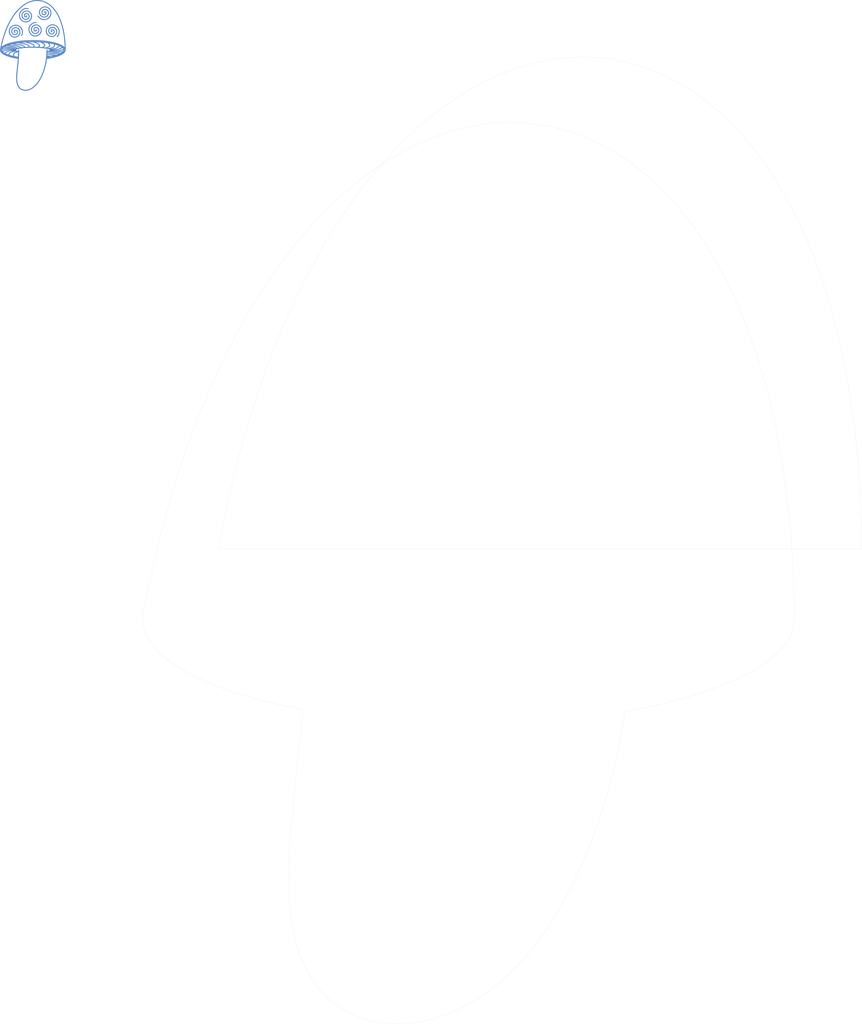
<source format=kicad_pcb>
(kicad_pcb (version 4) (host pcbnew 4.0.7)
  (layers (0 F.Cu signal) (31 B.Cu signal) (34 B.Paste user) (35 F.Paste user) (36 B.SilkS user) (37 F.SilkS user) (38 B.Mask user) (39 F.Mask user) (44 Edge.Cuts user))
  (net 0 "")
  (module LOGO (layer F.Cu) (at 0 0)
    (fp_text reference "G***" hide)
    (fp_text value "LOGO" hide)
    (fp_poly (pts (xy 5.533623 -35.615521) (xy 6.383686 -35.535979) (xy 7.229686 -35.414593) (xy 7.555209 -35.356479) (xy 8.391904 -35.177381) (xy 9.219655 -34.957151) (xy 10.037896 -34.696152) (xy 10.846060 -34.394747) (xy 11.643578 -34.053300) (xy 12.429883 -33.672175) (xy 13.204408 -33.251736) (xy 13.966586 -32.792345) (xy 14.715849 -32.294368) (xy 15.451630 -31.758167) (xy 16.173361 -31.184106) (xy 16.880476 -30.572548) (xy 17.572405 -29.923859) (xy 18.248583 -29.238400) (xy 18.908442 -28.516536) (xy 19.551414 -27.758631) (xy 19.704620 -27.569583) (xy 20.364270 -26.716787) (xy 21.002293 -25.827999) (xy 21.618539 -24.903707) (xy 22.212858 -23.944400) (xy 22.785099 -22.950568) (xy 23.335112 -21.922699) (xy 23.862748 -20.861281) (xy 24.367856 -19.766804) (xy 24.850285 -18.639757) (xy 25.309886 -17.480627) (xy 25.746508 -16.289905) (xy 26.160001 -15.068078) (xy 26.550215 -13.815635) (xy 26.917000 -12.533066) (xy 27.260205 -11.220859) (xy 27.579681 -9.879503) (xy 27.875277 -8.509486) (xy 28.146843 -7.111298) (xy 28.394228 -5.685427) (xy 28.617283 -4.232362) (xy 28.815858 -2.752592) (xy 28.989801 -1.246605) (xy 29.138964 0.285109) (xy 29.263195 1.842062) (xy 29.362345 3.423765) (xy 29.389364 3.947584) (xy 29.413088 4.457749) (xy 29.434321 4.964936) (xy 29.452947 5.464657) (xy 29.468850 5.952428) (xy 29.481915 6.423762) (xy 29.492025 6.874173) (xy 29.499066 7.299175) (xy 29.502920 7.694284) (xy 29.503472 8.055011) (xy 29.501685 8.297334) (xy 29.493027 9.027584) (xy 29.428387 9.271000) (xy 29.317642 9.617836) (xy 29.171866 9.954323) (xy 28.989839 10.282245) (xy 28.770345 10.603386) (xy 28.512163 10.919529) (xy 28.214076 11.232460) (xy 27.877893 11.541344) (xy 27.486452 11.859215) (xy 27.053926 12.171210) (xy 26.581194 12.477031) (xy 26.069133 12.776382) (xy 25.518622 13.068966) (xy 24.930540 13.354488) (xy 24.305766 13.632650) (xy 23.645179 13.903156) (xy 22.949656 14.165710) (xy 22.220076 14.420015) (xy 21.457318 14.665775) (xy 20.662261 14.902693) (xy 19.835782 15.130472) (xy 18.978762 15.348816) (xy 18.092077 15.557430) (xy 17.176607 15.756015) (xy 16.233231 15.944276) (xy 15.262827 16.121916) (xy 14.266273 16.288638) (xy 13.430250 16.416989) (xy 13.285792 16.438501) (xy 13.155736 16.458262) (xy 13.045773 16.475377) (xy 12.961596 16.488949) (xy 12.908896 16.498079) (xy 12.893138 16.501642) (xy 12.888255 16.523450) (xy 12.878262 16.581989) (xy 12.863958 16.672071) (xy 12.846147 16.788510) (xy 12.825628 16.926116) (xy 12.803204 17.079704) (xy 12.794687 17.138835) (xy 12.602510 18.379070) (xy 12.382885 19.615120) (xy 12.136586 20.844610) (xy 11.864387 22.065164) (xy 11.567064 23.274406) (xy 11.245390 24.469962) (xy 10.900141 25.649455) (xy 10.532090 26.810510) (xy 10.142013 27.950751) (xy 9.730684 29.067804) (xy 9.298877 30.159292) (xy 8.847367 31.222840) (xy 8.376929 32.256072) (xy 7.888337 33.256614) (xy 7.382366 34.222089) (xy 7.002217 34.903834) (xy 6.490268 35.767136) (xy 5.964826 36.592599) (xy 5.426134 37.379976) (xy 4.874429 38.129019) (xy 4.309951 38.839482) (xy 3.732941 39.511117) (xy 3.143637 40.143675) (xy 2.542279 40.736911) (xy 1.929107 41.290576) (xy 1.304361 41.804424) (xy 0.668279 42.278206) (xy 0.021102 42.711675) (xy -0.636930 43.104585) (xy -1.259416 43.433862) (xy -1.583030 43.590507) (xy -1.886101 43.727949) (xy -2.182331 43.851876) (xy -2.485419 43.967978) (xy -2.809064 44.081942) (xy -2.868083 44.101837) (xy -3.464445 44.285373) (xy -4.049144 44.431830) (xy -4.628391 44.542507) (xy -5.208399 44.618700) (xy -5.448199 44.640298) (xy -5.539833 44.645652) (xy -5.661629 44.650115) (xy -5.805631 44.653640) (xy -5.963885 44.656183) (xy -6.128436 44.657699) (xy -6.291329 44.658144) (xy -6.444610 44.657472) (xy -6.580324 44.655640) (xy -6.690516 44.652601) (xy -6.767232 44.648312) (xy -6.773333 44.647758) (xy -6.824458 44.642860) (xy -6.905700 44.635107) (xy -7.005034 44.625644) (xy -7.090833 44.617482) (xy -7.575109 44.553953) (xy -8.062862 44.456204) (xy -8.546780 44.326559) (xy -9.019552 44.167342) (xy -9.473867 43.980878) (xy -9.902412 43.769490) (xy -10.089273 43.664290) (xy -10.551771 43.368655) (xy -10.987172 43.040828) (xy -11.395500 42.680765) (xy -11.776779 42.288419) (xy -12.131035 41.863746) (xy -12.458292 41.406700) (xy -12.758575 40.917237) (xy -13.031909 40.395312) (xy -13.278318 39.840878) (xy -13.497827 39.253892) (xy -13.690461 38.634307) (xy -13.856245 37.982079) (xy -13.995203 37.297163) (xy -14.107360 36.579514) (xy -14.147627 36.258500) (xy -14.179909 35.970884) (xy -14.207343 35.701380) (xy -14.230377 35.442472) (xy -14.249460 35.186642) (xy -14.265039 34.926373) (xy -14.277562 34.654147) (xy -14.287477 34.362447) (xy -14.295232 34.043757) (xy -14.301275 33.690558) (xy -14.301480 33.676167) (xy -14.304797 33.354085) (xy -14.305521 33.032863) (xy -14.303496 32.710453) (xy -14.298567 32.384803) (xy -14.290577 32.053864) (xy -14.279373 31.715586) (xy -14.264797 31.367918) (xy -14.246695 31.008812) (xy -14.224912 30.636216) (xy -14.199290 30.248081) (xy -14.169676 29.842356) (xy -14.135914 29.416993) (xy -14.097848 28.969940) (xy -14.055323 28.499148) (xy -14.008182 28.002567) (xy -13.956272 27.478146) (xy -13.899435 26.923837) (xy -13.837518 26.337588) (xy -13.770363 25.717350) (xy -13.697816 25.061073) (xy -13.619722 24.366706) (xy -13.546894 23.727834) (xy -13.480232 23.145177) (xy -13.418356 22.601958) (xy -13.360993 22.095584) (xy -13.307871 21.623465) (xy -13.258716 21.183006) (xy -13.213256 20.771617) (xy -13.171219 20.386705) (xy -13.132332 20.025679) (xy -13.096321 19.685944) (xy -13.062915 19.364911) (xy -13.031841 19.059986) (xy -13.002826 18.768578) (xy -12.975597 18.488094) (xy -12.949881 18.215941) (xy -12.925407 17.949529) (xy -12.901901 17.686265) (xy -12.879090 17.423556) (xy -12.859974 17.197917) (xy -12.846124 17.033836) (xy -12.832917 16.879558) (xy -12.820893 16.741222) (xy -12.810592 16.624965) (xy -12.802552 16.536926) (xy -12.797315 16.483242) (xy -12.796434 16.475288) (xy -12.786115 16.387658) (xy -12.960016 16.362690) (xy -13.076831 16.345155) (xy -13.228976 16.321135) (xy -13.410126 16.291711) (xy -13.613959 16.257962) (xy -13.834150 16.220968) (xy -14.064378 16.181809) (xy -14.298318 16.141566) (xy -14.529647 16.101318) (xy -14.752043 16.062144) (xy -14.959181 16.025126) (xy -15.144739 15.991343) (xy -15.260809 15.969745) (xy -16.204997 15.784031) (xy -17.122298 15.587585) (xy -18.011706 15.380769) (xy -18.872217 15.163943) (xy -19.702825 14.937467) (xy -20.502527 14.701703) (xy -21.270318 14.457012) (xy -22.005193 14.203753) (xy -22.706147 13.942288) (xy -23.372176 13.672978) (xy -24.002275 13.396183) (xy -24.595440 13.112264) (xy -25.150666 12.821581) (xy -25.666948 12.524496) (xy -26.143281 12.221369) (xy -26.578662 11.912562) (xy -26.595916 11.899563) (xy -26.976893 11.596153) (xy -27.316779 11.292055) (xy -27.616812 10.985880) (xy -27.878228 10.676238) (xy -28.102265 10.361741) (xy -28.290160 10.040997) (xy -28.342399 9.937750) (xy -28.459583 9.677837) (xy -28.547828 9.434671) (xy -28.609845 9.196886) (xy -28.648344 8.953113) (xy -28.666035 8.691986) (xy -28.667917 8.572500) (xy -28.666913 8.511337) (xy -27.866471 8.511337) (xy -27.853839 8.806828) (xy -27.831869 8.953500) (xy -27.775301 9.177059) (xy -27.687342 9.415124) (xy -27.571979 9.658953) (xy -27.433197 9.899801) (xy -27.330621 10.053005) (xy -27.240936 10.169965) (xy -27.125954 10.305730) (xy -26.993190 10.452352) (xy -26.850155 10.601884) (xy -26.704362 10.746376) (xy -26.563322 10.877882) (xy -26.490771 10.941561) (xy -26.114255 11.243380) (xy -25.696274 11.540627) (xy -25.237481 11.832965) (xy -24.738533 12.120056) (xy -24.200085 12.401563) (xy -23.622791 12.677149) (xy -23.007307 12.946476) (xy -22.354288 13.209207) (xy -21.664389 13.465004) (xy -21.431250 13.546968) (xy -20.698308 13.791012) (xy -19.927057 14.027977) (xy -19.121066 14.256979) (xy -18.283903 14.477131) (xy -17.419137 14.687548) (xy -16.530336 14.887343) (xy -15.621071 15.075632) (xy -14.694908 15.251528) (xy -14.234583 15.333170) (xy -14.100128 15.356261) (xy -13.949286 15.381820) (xy -13.787477 15.408962) (xy -13.620117 15.436801) (xy -13.452625 15.464454) (xy -13.290419 15.491033) (xy -13.138918 15.515654) (xy -13.003538 15.537432) (xy -12.889697 15.555482) (xy -12.802815 15.568917) (xy -12.748308 15.576854) (xy -12.732080 15.578667) (xy -12.725229 15.559875) (xy -12.721435 15.512961) (xy -12.721166 15.494403) (xy -12.720197 15.466848) (xy -12.720419 15.445359) (xy -12.726526 15.428455) (xy -12.743213 15.414652) (xy -12.775173 15.402470) (xy -12.827102 15.390424) (xy -12.903693 15.377034) (xy -13.009640 15.360816) (xy -13.149638 15.340289) (xy -13.260916 15.323963) (xy -14.197763 15.178688) (xy -15.115443 15.022213) (xy -16.012247 14.855002) (xy -16.886467 14.677521) (xy -17.736396 14.490236) (xy -18.560326 14.293611) (xy -19.356549 14.088112) (xy -20.123356 13.874204) (xy -20.859041 13.652353) (xy -21.561894 13.423024) (xy -22.230208 13.186682) (xy -22.862276 12.943793) (xy -22.979670 12.894597) (xy -20.530800 12.894597) (xy -20.526878 12.911380) (xy -20.516274 12.917572) (xy -19.715282 13.148205) (xy -18.937387 13.359303) (xy -18.170004 13.554104) (xy -17.400545 13.735850) (xy -16.933333 13.839827) (xy -16.852341 13.857128) (xy -16.789364 13.869968) (xy -16.754036 13.876407) (xy -16.749759 13.876737) (xy -16.753899 13.856753) (xy -16.767749 13.803284) (xy -16.789373 13.723542) (xy -16.816834 13.624740) (xy -16.829927 13.578288) (xy -16.916529 13.244783) (xy -16.980484 12.937079) (xy -17.021540 12.657179) (xy -17.039445 12.407082) (xy -17.037574 12.332802) (xy -16.231200 12.332802) (xy -16.229964 12.474855) (xy -16.213349 12.638514) (xy -16.181084 12.826773) (xy -16.132896 13.042624) (xy -16.068513 13.289059) (xy -15.987662 13.569073) (xy -15.916729 13.800754) (xy -15.834118 14.065425) (xy -15.627017 14.104119) (xy -15.185316 14.184973) (xy -14.722692 14.266573) (xy -14.258397 14.345596) (xy -13.811681 14.418719) (xy -13.716000 14.433949) (xy -13.497033 14.468602) (xy -13.315922 14.497229) (xy -13.168709 14.520418) (xy -13.051438 14.538760) (xy -12.960151 14.552843) (xy -12.890891 14.563256) (xy -12.839701 14.570589) (xy -12.802623 14.575430) (xy -12.775700 14.578370) (xy -12.754974 14.579996) (xy -12.736489 14.580899) (xy -12.726458 14.581278) (xy -12.684972 14.580759) (xy -12.664657 14.567857) (xy -12.657730 14.531648) (xy -12.656646 14.483292) (xy -12.655135 14.433304) (xy -12.651464 14.348567) (xy -12.646006 14.236590) (xy -12.639133 14.104882) (xy -12.631220 13.960950) (xy -12.626909 13.885334) (xy -12.598193 13.387917) (xy -12.646593 13.312779) (xy -12.760835 13.104130) (xy -12.843030 12.890500) (xy -12.891623 12.674082) (xy -12.900704 12.468842) (xy -12.869642 12.271441) (xy -12.797810 12.078541) (xy -12.684577 11.886803) (xy -12.643169 11.829968) (xy -12.537045 11.690185) (xy -12.525756 11.096304) (xy -12.514467 10.502424) (xy -12.623108 10.533832) (xy -12.874535 10.607490) (xy -13.136287 10.685960) (xy -13.403080 10.767542) (xy -13.669630 10.850538) (xy -13.930654 10.933248) (xy -14.180866 11.013973) (xy -14.414985 11.091013) (xy -14.627725 11.162670) (xy -14.813803 11.227243) (xy -14.967936 11.283033) (xy -15.049500 11.314180) (xy -15.315150 11.425315) (xy -15.548428 11.536699) (xy -15.747241 11.647111) (xy -15.909499 11.755328) (xy -16.033111 11.860130) (xy -16.087808 11.920801) (xy -16.145362 12.006355) (xy -16.188626 12.101545) (xy -16.217330 12.209363) (xy -16.231200 12.332802) (xy -17.037574 12.332802) (xy -17.033946 12.188791) (xy -17.019357 12.074196) (xy -16.962484 11.849728) (xy -16.871962 11.641270) (xy -16.746447 11.447322) (xy -16.584591 11.266385) (xy -16.385050 11.096958) (xy -16.146476 10.937542) (xy -15.867525 10.786638) (xy -15.860766 10.783325) (xy -15.669450 10.695368) (xy -15.440870 10.600074) (xy -15.179159 10.498951) (xy -14.888452 10.393505) (xy -14.572883 10.285243) (xy -14.236586 10.175673) (xy -13.943457 10.084443) (xy -13.758163 10.027958) (xy -14.192291 9.880802) (xy -15.348895 10.073310) (xy -15.752536 10.141081) (xy -16.117453 10.203675) (xy -16.446848 10.261761) (xy -16.743926 10.316007) (xy -17.011888 10.367086) (xy -17.253939 10.415664) (xy -17.473282 10.462413) (xy -17.673120 10.508002) (xy -17.856655 10.553100) (xy -18.027091 10.598378) (xy -18.187632 10.644503) (xy -18.341481 10.692148) (xy -18.399540 10.711015) (xy -18.648427 10.799368) (xy -18.873015 10.894100) (xy -19.076874 10.998614) (xy -19.263576 11.116315) (xy -19.436693 11.250607) (xy -19.599797 11.404894) (xy -19.756458 11.582578) (xy -19.910248 11.787066) (xy -20.064739 12.021759) (xy -20.223502 12.290062) (xy -20.390110 12.595380) (xy -20.403644 12.621049) (xy -20.461010 12.731326) (xy -20.499941 12.810034) (xy -20.522512 12.862636) (xy -20.530800 12.894597) (xy -22.979670 12.894597) (xy -23.456388 12.694822) (xy -24.010838 12.440234) (xy -24.217116 12.338940) (xy -24.722101 12.073456) (xy -25.187408 11.802713) (xy -25.573153 11.552702) (xy -23.968639 11.552702) (xy -23.693716 11.690467) (xy -23.530272 11.769699) (xy -23.336472 11.859220) (xy -23.121764 11.954918) (xy -22.895599 12.052681) (xy -22.667429 12.148396) (xy -22.446703 12.237951) (xy -22.330833 12.283505) (xy -22.164511 12.347486) (xy -22.000883 12.409414) (xy -21.845035 12.467451) (xy -21.702053 12.519762) (xy -21.577024 12.564507) (xy -21.475033 12.599851) (xy -21.401168 12.623956) (xy -21.360514 12.634984) (xy -21.356418 12.635477) (xy -21.329854 12.617382) (xy -21.293174 12.566219) (xy -21.253614 12.493625) (xy -21.187478 12.363460) (xy -21.107588 12.212913) (xy -21.019329 12.051566) (xy -20.928083 11.889004) (xy -20.839235 11.734807) (xy -20.758169 11.598560) (xy -20.690268 11.489844) (xy -20.685759 11.482917) (xy -20.473129 11.180818) (xy -20.252610 10.915764) (xy -20.019153 10.683894) (xy -19.767709 10.481346) (xy -19.493230 10.304260) (xy -19.190667 10.148773) (xy -18.854970 10.011026) (xy -18.682103 9.950579) (xy -18.491488 9.889608) (xy -18.293427 9.831361) (xy -18.083487 9.774823) (xy -17.857239 9.718979) (xy -17.610250 9.662811) (xy -17.338090 9.605306) (xy -17.036328 9.545448) (xy -16.700531 9.482220) (xy -16.404166 9.428486) (xy -16.249479 9.400604) (xy -16.110807 9.375160) (xy -15.992911 9.353065) (xy -15.900550 9.335227) (xy -15.838482 9.322556) (xy -15.811467 9.315961) (xy -15.811500 9.315231) (xy -15.842593 9.315934) (xy -15.910899 9.318966) (xy -16.011381 9.324034) (xy -16.138999 9.330847) (xy -16.288715 9.339113) (xy -16.455491 9.348538) (xy -16.634288 9.358831) (xy -16.820068 9.369699) (xy -17.007792 9.380851) (xy -17.192422 9.391993) (xy -17.368919 9.402834) (xy -17.532244 9.413081) (xy -17.677360 9.422442) (xy -17.790583 9.430030) (xy -18.267353 9.465439) (xy -18.705709 9.503987) (xy -19.109519 9.546655) (xy -19.482648 9.594427) (xy -19.828962 9.648285) (xy -20.152326 9.709210) (xy -20.456606 9.778186) (xy -20.745668 9.856195) (xy -21.023378 9.944219) (xy -21.293601 10.043240) (xy -21.560203 10.154240) (xy -21.827051 10.278203) (xy -22.098009 10.416110) (xy -22.376943 10.568944) (xy -22.460995 10.616840) (xy -22.574847 10.683462) (xy -22.717098 10.768645) (xy -22.880594 10.867971) (xy -23.058180 10.977022) (xy -23.242700 11.091381) (xy -23.426999 11.206631) (xy -23.603923 11.318353) (xy -23.766317 11.422131) (xy -23.790028 11.437415) (xy -23.968639 11.552702) (xy -25.573153 11.552702) (xy -25.612859 11.526968) (xy -25.998278 11.246476) (xy -26.343487 10.961494) (xy -26.648310 10.672279) (xy -26.912569 10.379086) (xy -27.136087 10.082173) (xy -27.159827 10.043120) (xy -26.146946 10.043120) (xy -25.958681 10.219193) (xy -25.715135 10.433397) (xy -25.437807 10.652785) (xy -25.133854 10.871763) (xy -25.055968 10.924828) (xy -24.780715 11.110314) (xy -24.661732 11.033322) (xy -24.610140 11.000035) (xy -24.529552 10.948158) (xy -24.426605 10.881961) (xy -24.307935 10.805708) (xy -24.180181 10.723667) (xy -24.098250 10.671078) (xy -23.733619 10.439267) (xy -23.399103 10.231419) (xy -23.091245 10.045714) (xy -22.806589 9.880326) (xy -22.541675 9.733435) (xy -22.293048 9.603217) (xy -22.057250 9.487849) (xy -21.830823 9.385509) (xy -21.610310 9.294373) (xy -21.392253 9.212620) (xy -21.220131 9.153693) (xy -20.918641 9.062059) (xy -20.596788 8.979056) (xy -20.251795 8.904261) (xy -19.880886 8.837252) (xy -19.481286 8.777605) (xy -19.050217 8.724898) (xy -18.584905 8.678708) (xy -18.082573 8.638612) (xy -17.656439 8.610890) (xy -17.529747 8.602611) (xy -17.421581 8.594043) (xy -17.337472 8.585750) (xy -17.282946 8.578300) (xy -17.263534 8.572258) (xy -17.265336 8.570823) (xy -17.303280 8.564374) (xy -17.378819 8.558078) (xy -17.480276 8.552407) (xy -14.804049 8.552407) (xy -14.803011 8.598331) (xy -14.768130 8.647483) (xy -14.698190 8.707312) (xy -14.661329 8.735014) (xy -14.494603 8.843104) (xy -14.287850 8.951558) (xy -14.043360 9.059501) (xy -13.763421 9.166057) (xy -13.450321 9.270349) (xy -13.106350 9.371501) (xy -12.763500 9.461309) (xy -12.677618 9.482790) (xy -12.604637 9.501388) (xy -12.556509 9.514044) (xy -12.547566 9.516558) (xy -12.536463 9.517015) (xy -12.527775 9.507908) (xy -12.521125 9.484551) (xy -12.516135 9.442255) (xy -12.512427 9.376334) (xy -12.509623 9.282099) (xy -12.507344 9.154864) (xy -12.505233 8.991643) (xy -12.502530 8.807991) (xy -12.498436 8.661446) (xy -12.491759 8.546781) (xy -12.481306 8.458772) (xy -12.465886 8.392191) (xy -12.444306 8.341812) (xy -12.415373 8.302410) (xy -12.377896 8.268758) (xy -12.333113 8.237236) (xy -12.279521 8.206251) (xy -12.226428 8.189082) (xy -12.157876 8.181954) (xy -12.094969 8.180917) (xy -12.011532 8.182674) (xy -11.955569 8.190667) (xy -11.912277 8.208981) (xy -11.866850 8.241696) (xy -11.862818 8.244947) (xy -11.804135 8.301397) (xy -11.753818 8.364485) (xy -11.742648 8.382530) (xy -11.735111 8.397120) (xy -11.728587 8.413939) (xy -11.723026 8.435880) (xy -11.718379 8.465834) (xy -11.714597 8.506695) (xy -11.711629 8.561356) (xy -11.709427 8.632709) (xy -11.707940 8.723646) (xy -11.707119 8.837060) (xy -11.706915 8.975844) (xy -11.707278 9.142891) (xy -11.708159 9.341092) (xy -11.709507 9.573341) (xy -11.711274 9.842530) (xy -11.713099 10.107084) (xy -11.715273 10.384707) (xy -11.717901 10.662609) (xy -11.720911 10.935988) (xy -11.724231 11.200042) (xy -11.727788 11.449969) (xy -11.731510 11.680967) (xy -11.735326 11.888236) (xy -11.739164 12.066972) (xy -11.742950 12.212376) (xy -11.746162 12.308417) (xy -11.767480 12.828611) (xy -11.790304 13.336697) (xy -11.814889 13.835711) (xy -11.841490 14.328687) (xy -11.870363 14.818661) (xy -11.901763 15.308666) (xy -11.935945 15.801739) (xy -11.973166 16.300913) (xy -12.013680 16.809223) (xy -12.057743 17.329705) (xy -12.105611 17.865393) (xy -12.157538 18.419321) (xy -12.213780 18.994526) (xy -12.274593 19.594041) (xy -12.340231 20.220901) (xy -12.410951 20.878141) (xy -12.487008 21.568796) (xy -12.568657 22.295902) (xy -12.637769 22.902334) (xy -12.704292 23.483566) (xy -12.766047 24.025123) (xy -12.823280 24.529365) (xy -12.876238 24.998653) (xy -12.925169 25.435346) (xy -12.970320 25.841805) (xy -13.011938 26.220390) (xy -13.050269 26.573462) (xy -13.085562 26.903379) (xy -13.118063 27.212503) (xy -13.148020 27.503194) (xy -13.175679 27.777812) (xy -13.201287 28.038717) (xy -13.225093 28.288269) (xy -13.247342 28.528829) (xy -13.268282 28.762756) (xy -13.288161 28.992411) (xy -13.307224 29.220154) (xy -13.325720 29.448345) (xy -13.333677 29.548667) (xy -13.393183 30.366767) (xy -13.439597 31.146591) (xy -13.472869 31.890133) (xy -13.492951 32.599392) (xy -13.499795 33.276362) (xy -13.493353 33.923040) (xy -13.473576 34.541423) (xy -13.440416 35.133507) (xy -13.393826 35.701288) (xy -13.333756 36.246762) (xy -13.260158 36.771926) (xy -13.172985 37.278775) (xy -13.143046 37.433250) (xy -12.999172 38.074017) (xy -12.829227 38.682119) (xy -12.633289 39.257440) (xy -12.411436 39.799859) (xy -12.163745 40.309261) (xy -11.890293 40.785526) (xy -11.591159 41.228537) (xy -11.266419 41.638175) (xy -10.916153 42.014324) (xy -10.540437 42.356864) (xy -10.139348 42.665678) (xy -9.712965 42.940648) (xy -9.408583 43.108252) (xy -8.956028 43.319630) (xy -8.486569 43.495987) (xy -7.997656 43.638039) (xy -7.486736 43.746502) (xy -6.951258 43.822092) (xy -6.815666 43.835714) (xy -6.704042 43.842819) (xy -6.558595 43.847191) (xy -6.387736 43.848988) (xy -6.199878 43.848369) (xy -6.003431 43.845492) (xy -5.806808 43.840517) (xy -5.618419 43.833601) (xy -5.446677 43.824905) (xy -5.299993 43.814586) (xy -5.207000 43.805348) (xy -4.559511 43.707119) (xy -3.917009 43.567498) (xy -3.279181 43.386365) (xy -2.645715 43.163597) (xy -2.016296 42.899074) (xy -1.390612 42.592676) (xy -0.768349 42.244280) (xy -0.149195 41.853767) (xy -0.137583 41.846021) (xy 0.477227 41.412134) (xy 1.083413 40.937446) (xy 1.680230 40.422753) (xy 2.266931 39.868846) (xy 2.842769 39.276520) (xy 3.407000 38.646569) (xy 3.958875 37.979786) (xy 4.497649 37.276966) (xy 5.022576 36.538901) (xy 5.434483 35.919834) (xy 5.958816 35.077601) (xy 6.468547 34.197351) (xy 6.962968 33.281052) (xy 7.441370 32.330676) (xy 7.903047 31.348192) (xy 8.347290 30.335570) (xy 8.773391 29.294781) (xy 9.180642 28.227795) (xy 9.568336 27.136581) (xy 9.935764 26.023110) (xy 10.282219 24.889352) (xy 10.606992 23.737276) (xy 10.909377 22.568855) (xy 11.188664 21.386056) (xy 11.444146 20.190851) (xy 11.675115 18.985209) (xy 11.819465 18.150417) (xy 12.021721 16.825691) (xy 12.189500 15.505023) (xy 12.284554 14.565372) (xy 13.102167 14.565372) (xy 13.102167 14.652744) (xy 13.181542 14.640299) (xy 13.238743 14.631861) (xy 13.323026 14.620062) (xy 13.419493 14.606974) (xy 13.456709 14.602032) (xy 13.541608 14.589547) (xy 13.607942 14.577341) (xy 13.646487 14.567239) (xy 13.652500 14.563267) (xy 13.633133 14.556399) (xy 13.581439 14.545314) (xy 13.507027 14.531578) (xy 13.419506 14.516756) (xy 13.328485 14.502415) (xy 13.243573 14.490119) (xy 13.174381 14.481434) (xy 13.130516 14.477926) (xy 13.128625 14.477915) (xy 13.110004 14.497851) (xy 13.102296 14.554452) (xy 13.102167 14.565372) (xy 12.284554 14.565372) (xy 12.323268 14.182675) (xy 12.363010 13.655355) (xy 13.187914 13.655355) (xy 13.188973 13.660709) (xy 13.211467 13.665534) (xy 13.271882 13.675729) (xy 13.366226 13.690713) (xy 13.490506 13.709904) (xy 13.640732 13.732720) (xy 13.812912 13.758578) (xy 14.003052 13.786898) (xy 14.207162 13.817098) (xy 14.421249 13.848595) (xy 14.641322 13.880808) (xy 14.863389 13.913154) (xy 15.083457 13.945053) (xy 15.297535 13.975922) (xy 15.501631 14.005179) (xy 15.691753 14.032243) (xy 15.863909 14.056531) (xy 16.014107 14.077462) (xy 16.138356 14.094454) (xy 16.232663 14.106926) (xy 16.293036 14.114294) (xy 16.313418 14.116117) (xy 16.358408 14.112579) (xy 16.438105 14.101551) (xy 16.545770 14.084164) (xy 16.674664 14.061546) (xy 16.818046 14.034828) (xy 16.937835 14.011425) (xy 17.064531 13.985737) (xy 17.215135 13.954505) (xy 17.384368 13.918882) (xy 17.566952 13.880022) (xy 17.757608 13.839077) (xy 17.951059 13.797200) (xy 18.142027 13.755544) (xy 18.325232 13.715263) (xy 18.495397 13.677508) (xy 18.647245 13.643434) (xy 18.775495 13.614194) (xy 18.874871 13.590939) (xy 18.940094 13.574824) (xy 18.954750 13.570834) (xy 18.987363 13.560175) (xy 18.990404 13.552866) (xy 18.959493 13.546283) (xy 18.901834 13.539135) (xy 18.853856 13.534566) (xy 18.769303 13.527566) (xy 18.653834 13.518561) (xy 18.513111 13.507976) (xy 18.352795 13.496240) (xy 18.178546 13.483776) (xy 18.012834 13.472176) (xy 17.365736 13.426032) (xy 16.760665 13.380150) (xy 16.197316 13.334502) (xy 15.675383 13.289059) (xy 15.194559 13.243791) (xy 14.754540 13.198670) (xy 14.355021 13.153665) (xy 13.995695 13.108749) (xy 13.676258 13.063891) (xy 13.577878 13.048835) (xy 13.464196 13.031571) (xy 13.366075 13.017687) (xy 13.290722 13.008122) (xy 13.245345 13.003814) (xy 13.235367 13.004244) (xy 13.230721 13.027382) (xy 13.224449 13.083608) (xy 13.217181 13.164015) (xy 13.209547 13.259693) (xy 13.202176 13.361734) (xy 13.195697 13.461229) (xy 13.190741 13.549270) (xy 13.187937 13.616948) (xy 13.187914 13.655355) (xy 12.363010 13.655355) (xy 12.423488 12.852911) (xy 12.457129 12.180015) (xy 13.282084 12.180015) (xy 13.504334 12.217961) (xy 13.743541 12.255960) (xy 14.021828 12.295079) (xy 14.335968 12.334966) (xy 14.682732 12.375266) (xy 15.058895 12.415625) (xy 15.461228 12.455691) (xy 15.886503 12.495109) (xy 16.331493 12.533526) (xy 16.541750 12.550751) (xy 16.713114 12.564334) (xy 16.911745 12.579692) (xy 17.134218 12.596583) (xy 17.377110 12.614767) (xy 17.636996 12.634002) (xy 17.910452 12.654046) (xy 18.194053 12.674658) (xy 18.484376 12.695596) (xy 18.777996 12.716618) (xy 19.071489 12.737485) (xy 19.361431 12.757953) (xy 19.644398 12.777781) (xy 19.916965 12.796729) (xy 20.175708 12.814554) (xy 20.417203 12.831015) (xy 20.638026 12.845870) (xy 20.834753 12.858879) (xy 21.003959 12.869799) (xy 21.142220 12.878390) (xy 21.246112 12.884408) (xy 21.312210 12.887615) (xy 21.323893 12.887985) (xy 21.407213 12.880704) (xy 21.522551 12.856595) (xy 21.663680 12.816975) (xy 21.673078 12.814057) (xy 21.774564 12.781459) (xy 21.897932 12.740348) (xy 22.038453 12.692433) (xy 22.191395 12.639420) (xy 22.352028 12.583016) (xy 22.515621 12.524928) (xy 22.677445 12.466863) (xy 22.832769 12.410529) (xy 22.976863 12.357633) (xy 23.104995 12.309881) (xy 23.212436 12.268981) (xy 23.294454 12.236640) (xy 23.346321 12.214565) (xy 23.363305 12.204462) (xy 23.362991 12.204212) (xy 23.341430 12.204016) (xy 23.281099 12.204281) (xy 23.185561 12.204974) (xy 23.058376 12.206062) (xy 22.903106 12.207510) (xy 22.723313 12.209285) (xy 22.522557 12.211354) (xy 22.304400 12.213683) (xy 22.072404 12.216238) (xy 22.002750 12.217020) (xy 21.378547 12.222830) (xy 20.794367 12.225648) (xy 20.247999 12.225370) (xy 19.737233 12.221893) (xy 19.259857 12.215115) (xy 18.813660 12.204931) (xy 18.396431 12.191239) (xy 18.005959 12.173935) (xy 17.640033 12.152916) (xy 17.296442 12.128079) (xy 16.972974 12.099320) (xy 16.667419 12.066537) (xy 16.377566 12.029626) (xy 16.101203 11.988483) (xy 15.836119 11.943007) (xy 15.737417 11.924478) (xy 15.453676 11.864912) (xy 15.141599 11.790443) (xy 14.811291 11.703898) (xy 14.472857 11.608102) (xy 14.136405 11.505881) (xy 13.812038 11.400062) (xy 13.606749 11.328644) (xy 13.317581 11.225186) (xy 13.305279 11.459885) (xy 13.299302 11.588181) (xy 13.293602 11.735149) (xy 13.289058 11.877129) (xy 13.287530 11.937299) (xy 13.282084 12.180015) (xy 12.457129 12.180015) (xy 12.490627 11.509996) (xy 12.519674 10.364084) (xy 13.324417 10.364084) (xy 13.451417 10.411969) (xy 13.591793 10.463233) (xy 13.763422 10.523268) (xy 13.956912 10.589004) (xy 14.162873 10.657370) (xy 14.371913 10.725297) (xy 14.574641 10.789715) (xy 14.761667 10.847555) (xy 14.923598 10.895745) (xy 14.984008 10.912969) (xy 15.395893 11.019690) (xy 15.820264 11.112189) (xy 16.261411 11.191028) (xy 16.723624 11.256769) (xy 17.211192 11.309975) (xy 17.728405 11.351208) (xy 18.279552 11.381029) (xy 18.658417 11.394572) (xy 18.761800 11.396830) (xy 18.903771 11.398775) (xy 19.080586 11.400412) (xy 19.288500 11.401748) (xy 19.523769 11.402787) (xy 19.782649 11.403536) (xy 20.061396 11.404000) (xy 20.356265 11.404184) (xy 20.663513 11.404094) (xy 20.979394 11.403736) (xy 21.300165 11.403115) (xy 21.622082 11.402237) (xy 21.941399 11.401107) (xy 22.254374 11.399732) (xy 22.557261 11.398116) (xy 22.846317 11.396265) (xy 23.117797 11.394185) (xy 23.367957 11.391881) (xy 23.593053 11.389359) (xy 23.768264 11.386952) (xy 25.173945 11.365491) (xy 25.429847 11.214573) (xy 25.617805 11.100756) (xy 25.808738 10.979735) (xy 25.991966 10.858543) (xy 26.156806 10.744215) (xy 26.267834 10.662745) (xy 26.405417 10.558359) (xy 26.310167 10.571376) (xy 26.242109 10.579857) (xy 26.136281 10.591964) (xy 25.997053 10.607253) (xy 25.828793 10.625281) (xy 25.635869 10.645606) (xy 25.422650 10.667785) (xy 25.193503 10.691374) (xy 24.952797 10.715930) (xy 24.704902 10.741010) (xy 24.454184 10.766171) (xy 24.205013 10.790971) (xy 23.961756 10.814966) (xy 23.728783 10.837713) (xy 23.510461 10.858769) (xy 23.311159 10.877691) (xy 23.135245 10.894036) (xy 23.071667 10.899820) (xy 22.692021 10.933402) (xy 22.348571 10.962177) (xy 22.035490 10.986457) (xy 21.746951 11.006554) (xy 21.477127 11.022779) (xy 21.220191 11.035446) (xy 20.970316 11.044866) (xy 20.721676 11.051350) (xy 20.468443 11.055212) (xy 20.204790 11.056763) (xy 20.140084 11.056826) (xy 19.858234 11.055413) (xy 19.588516 11.050782) (xy 19.327471 11.042454) (xy 19.071640 11.029950) (xy 18.817564 11.012791) (xy 18.561785 10.990499) (xy 18.300842 10.962594) (xy 18.031278 10.928597) (xy 17.749634 10.888030) (xy 17.452450 10.840413) (xy 17.136268 10.785268) (xy 16.797628 10.722116) (xy 16.433073 10.650478) (xy 16.039143 10.569875) (xy 15.612379 10.479828) (xy 15.149322 10.379858) (xy 14.973810 10.341510) (xy 14.146704 10.160298) (xy 13.735560 10.262191) (xy 13.324417 10.364084) (xy 12.519674 10.364084) (xy 12.525147 10.148193) (xy 12.528602 9.639880) (xy 15.573726 9.639880) (xy 15.634405 9.656506) (xy 15.683756 9.668401) (xy 15.768876 9.687125) (xy 15.883960 9.711516) (xy 16.023205 9.740412) (xy 16.180806 9.772649) (xy 16.350961 9.807065) (xy 16.527864 9.842497) (xy 16.705713 9.877783) (xy 16.878703 9.911759) (xy 17.041031 9.943263) (xy 17.186893 9.971133) (xy 17.310485 9.994205) (xy 17.402011 10.010625) (xy 17.713660 10.062698) (xy 18.006634 10.107080) (xy 18.289040 10.144548) (xy 18.568984 10.175881) (xy 18.854574 10.201856) (xy 19.153915 10.223250) (xy 19.475115 10.240840) (xy 19.826282 10.255405) (xy 20.023667 10.262048) (xy 20.069525 10.262113) (xy 20.151210 10.260794) (xy 20.262244 10.258257) (xy 20.396148 10.254664) (xy 20.546445 10.250179) (xy 20.706656 10.244964) (xy 20.722167 10.244436) (xy 20.959707 10.235371) (xy 21.204249 10.224079) (xy 21.458240 10.210345) (xy 21.724129 10.193958) (xy 22.004362 10.174705) (xy 22.301387 10.152373) (xy 22.617652 10.126750) (xy 22.955604 10.097622) (xy 23.317691 10.064778) (xy 23.706361 10.028003) (xy 24.124061 9.987086) (xy 24.573238 9.941814) (xy 25.056342 9.891974) (xy 25.575817 9.837353) (xy 26.134114 9.777739) (xy 26.309927 9.758808) (xy 27.272771 9.654945) (xy 27.320871 9.595264) (xy 27.376224 9.513466) (xy 27.435020 9.404561) (xy 27.493309 9.278549) (xy 27.547140 9.145436) (xy 27.592563 9.015223) (xy 27.625629 8.897913) (xy 27.642386 8.803509) (xy 27.643667 8.777874) (xy 27.638179 8.735783) (xy 27.617364 8.726474) (xy 27.606625 8.728942) (xy 27.578792 8.735932) (xy 27.514094 8.751444) (xy 27.416906 8.774450) (xy 27.291605 8.803923) (xy 27.142567 8.838836) (xy 26.974168 8.878160) (xy 26.790785 8.920867) (xy 26.656525 8.952067) (xy 26.153110 9.068362) (xy 25.687734 9.174562) (xy 25.257466 9.271227) (xy 24.859374 9.358914) (xy 24.490526 9.438183) (xy 24.147990 9.509591) (xy 23.828835 9.573696) (xy 23.530129 9.631058) (xy 23.248940 9.682233) (xy 22.982337 9.727782) (xy 22.727387 9.768261) (xy 22.481159 9.804229) (xy 22.240722 9.836244) (xy 22.003142 9.864865) (xy 21.765490 9.890651) (xy 21.685250 9.898762) (xy 21.527441 9.911277) (xy 21.333958 9.921454) (xy 21.111399 9.929293) (xy 20.866358 9.934794) (xy 20.605431 9.937955) (xy 20.335215 9.938776) (xy 20.062306 9.937256) (xy 19.793298 9.933396) (xy 19.534788 9.927194) (xy 19.293372 9.918650) (xy 19.075645 9.907762) (xy 18.944167 9.898997) (xy 18.661869 9.876827) (xy 18.345363 9.850313) (xy 18.002467 9.820174) (xy 17.641003 9.787131) (xy 17.268792 9.751902) (xy 16.893652 9.715207) (xy 16.523405 9.677766) (xy 16.387431 9.663682) (xy 16.187599 9.643171) (xy 16.025733 9.627388) (xy 15.897762 9.616072) (xy 15.799613 9.608963) (xy 15.727214 9.605800) (xy 15.676495 9.606321) (xy 15.643382 9.610266) (xy 15.628252 9.615036) (xy 15.573726 9.639880) (xy 12.528602 9.639880) (xy 12.530405 9.374700) (xy 12.530638 9.150333) (xy 12.531434 8.964101) (xy 12.533157 8.811806) (xy 12.536174 8.689249) (xy 12.540851 8.592233) (xy 12.547555 8.516560) (xy 12.556652 8.458031) (xy 12.568508 8.412448) (xy 12.583489 8.375614) (xy 12.601961 8.343330) (xy 12.623006 8.313148) (xy 12.700945 8.240271) (xy 12.802405 8.192858) (xy 12.916107 8.172264) (xy 13.030772 8.179847) (xy 13.135122 8.216962) (xy 13.178989 8.246274) (xy 13.223989 8.284110) (xy 13.259388 8.320040) (xy 13.286336 8.359556) (xy 13.305984 8.408148) (xy 13.319482 8.471308) (xy 13.327982 8.554526) (xy 13.332634 8.663293) (xy 13.334590 8.803099) (xy 13.335000 8.979436) (xy 13.335000 9.525807) (xy 13.393209 9.512557) (xy 13.725842 9.431978) (xy 14.043123 9.345514) (xy 14.341845 9.254421) (xy 14.618804 9.159953) (xy 14.870793 9.063364) (xy 15.056101 8.982675) (xy 17.727084 8.982675) (xy 18.002250 9.008647) (xy 18.208235 9.027292) (xy 18.436600 9.046591) (xy 18.676326 9.065710) (xy 18.916390 9.083815) (xy 19.145771 9.100069) (xy 19.353448 9.113640) (xy 19.505084 9.122462) (xy 19.636460 9.127720) (xy 19.798842 9.131372) (xy 19.985061 9.133491) (xy 20.187949 9.134150) (xy 20.400339 9.133422) (xy 20.615063 9.131380) (xy 20.824955 9.128098) (xy 21.022845 9.123648) (xy 21.201567 9.118104) (xy 21.353954 9.111538) (xy 21.472836 9.104025) (xy 21.494750 9.102165) (xy 21.839408 9.067499) (xy 22.191720 9.024978) (xy 22.556140 8.973844) (xy 22.937120 8.913341) (xy 23.339113 8.842713) (xy 23.766573 8.761201) (xy 24.223952 8.668049) (xy 24.715702 8.562499) (xy 24.870834 8.528251) (xy 25.099563 8.477209) (xy 25.336226 8.423940) (xy 25.577248 8.369281) (xy 25.819055 8.314069) (xy 26.058071 8.259142) (xy 26.290721 8.205338) (xy 26.513431 8.153494) (xy 26.722625 8.104447) (xy 26.914729 8.059035) (xy 27.086168 8.018095) (xy 27.233366 7.982464) (xy 27.352750 7.952981) (xy 27.440743 7.930483) (xy 27.493771 7.915806) (xy 27.508533 7.910357) (xy 27.506273 7.885180) (xy 27.484647 7.832115) (xy 27.447696 7.758545) (xy 27.399462 7.671855) (xy 27.343989 7.579429) (xy 27.285317 7.488650) (xy 27.249035 7.436332) (xy 27.180822 7.346052) (xy 27.095780 7.240708) (xy 27.006525 7.135654) (xy 26.949955 7.072318) (xy 26.774826 6.881390) (xy 26.632455 6.945992) (xy 26.178668 7.151047) (xy 25.760157 7.338276) (xy 25.374296 7.508706) (xy 25.018457 7.663364) (xy 24.690014 7.803276) (xy 24.386339 7.929471) (xy 24.104807 8.042974) (xy 23.842789 8.144815) (xy 23.597659 8.236018) (xy 23.366790 8.317612) (xy 23.147556 8.390623) (xy 22.937328 8.456079) (xy 22.733481 8.515007) (xy 22.533387 8.568434) (xy 22.394334 8.603065) (xy 22.182716 8.652403) (xy 21.974273 8.696888) (xy 21.765548 8.736832) (xy 21.553088 8.772552) (xy 21.333438 8.804361) (xy 21.103145 8.832574) (xy 20.858754 8.857505) (xy 20.596810 8.879470) (xy 20.313859 8.898783) (xy 20.006447 8.915758) (xy 19.671120 8.930710) (xy 19.304424 8.943953) (xy 18.902903 8.955803) (xy 18.463105 8.966573) (xy 18.383250 8.968342) (xy 17.727084 8.982675) (xy 15.056101 8.982675) (xy 15.094606 8.965909) (xy 15.287039 8.868842) (xy 15.444884 8.773417) (xy 15.564937 8.680890) (xy 15.596499 8.650394) (xy 15.636498 8.601764) (xy 15.650016 8.559825) (xy 15.634529 8.517492) (xy 15.587516 8.467683) (xy 15.509241 8.405403) (xy 15.332514 8.289395) (xy 15.114739 8.175132) (xy 15.093823 8.166013) (xy 17.536584 8.166013) (xy 18.076334 8.157726) (xy 18.260913 8.154784) (xy 18.472723 8.151227) (xy 18.696670 8.147321) (xy 18.917659 8.143331) (xy 19.120596 8.139522) (xy 19.187584 8.138221) (xy 19.686971 8.124433) (xy 20.150340 8.102661) (xy 20.583456 8.071711) (xy 20.992086 8.030389) (xy 21.381996 7.977500) (xy 21.758953 7.911849) (xy 22.128724 7.832241) (xy 22.497075 7.737482) (xy 22.869771 7.626378) (xy 23.252581 7.497733) (xy 23.651270 7.350353) (xy 24.071605 7.183043) (xy 24.341667 7.070448) (xy 24.469668 7.015773) (xy 24.628379 6.947175) (xy 24.809914 6.868123) (xy 25.006389 6.782089) (xy 25.209918 6.692544) (xy 25.412616 6.602958) (xy 25.606598 6.516803) (xy 25.783980 6.437550) (xy 25.936876 6.368668) (xy 25.967398 6.354817) (xy 26.058546 6.313386) (xy 25.829815 6.165822) (xy 25.548929 5.991708) (xy 25.240994 5.813426) (xy 24.919671 5.638425) (xy 24.598619 5.474154) (xy 24.303587 5.333574) (xy 24.064423 5.224308) (xy 23.509307 5.771279) (xy 23.216755 6.054615) (xy 22.945355 6.306466) (xy 22.691209 6.529471) (xy 22.450419 6.726272) (xy 22.219088 6.899510) (xy 21.993317 7.051827) (xy 21.769210 7.185862) (xy 21.542869 7.304258) (xy 21.310395 7.409654) (xy 21.067892 7.504693) (xy 20.831873 7.585478) (xy 20.659605 7.638673) (xy 20.482526 7.688598) (xy 20.297101 7.735895) (xy 20.099793 7.781207) (xy 19.887067 7.825175) (xy 19.655390 7.868442) (xy 19.401224 7.911650) (xy 19.121034 7.955440) (xy 18.811286 8.000456) (xy 18.468444 8.047339) (xy 18.088973 8.096731) (xy 17.854084 8.126360) (xy 17.536584 8.166013) (xy 15.093823 8.166013) (xy 14.857175 8.062842) (xy 14.561083 7.952754) (xy 14.227721 7.845098) (xy 13.858347 7.740102) (xy 13.454222 7.637994) (xy 13.016603 7.539004) (xy 12.703013 7.475169) (xy 15.580956 7.475169) (xy 15.588154 7.487791) (xy 15.609171 7.504257) (xy 15.660314 7.526995) (xy 15.716114 7.535334) (xy 15.750877 7.533116) (xy 15.822947 7.526782) (xy 15.927548 7.516808) (xy 16.059906 7.503673) (xy 16.215242 7.487853) (xy 16.388782 7.469826) (xy 16.575750 7.450069) (xy 16.669860 7.440004) (xy 17.188700 7.383338) (xy 17.667659 7.328744) (xy 18.109103 7.275535) (xy 18.515394 7.223022) (xy 18.888896 7.170517) (xy 19.231972 7.117334) (xy 19.546985 7.062783) (xy 19.836301 7.006178) (xy 20.102281 6.946829) (xy 20.347289 6.884050) (xy 20.573689 6.817152) (xy 20.783845 6.745448) (xy 20.980119 6.668249) (xy 21.164876 6.584868) (xy 21.340479 6.494616) (xy 21.509291 6.396807) (xy 21.673676 6.290752) (xy 21.835997 6.175763) (xy 21.998619 6.051152) (xy 22.163904 5.916232) (xy 22.297729 5.802065) (xy 22.365983 5.741451) (xy 22.450824 5.663853) (xy 22.547837 5.573532) (xy 22.652605 5.474750) (xy 22.760715 5.371767) (xy 22.867751 5.268845) (xy 22.969296 5.170245) (xy 23.060937 5.080227) (xy 23.138256 5.003054) (xy 23.196840 4.942986) (xy 23.232272 4.904285) (xy 23.241000 4.891753) (xy 23.221590 4.877869) (xy 23.166156 4.852285) (xy 23.078897 4.816510) (xy 22.964007 4.772055) (xy 22.825684 4.720430) (xy 22.668125 4.663143) (xy 22.495525 4.601706) (xy 22.312082 4.537627) (xy 22.121992 4.472417) (xy 21.929452 4.407586) (xy 21.738658 4.344642) (xy 21.561958 4.287688) (xy 21.421062 4.243424) (xy 21.264874 4.195321) (xy 21.098525 4.144873) (xy 20.927141 4.093569) (xy 20.755853 4.042901) (xy 20.589789 3.994360) (xy 20.434078 3.949436) (xy 20.293849 3.909620) (xy 20.174230 3.876405) (xy 20.080352 3.851279) (xy 20.017341 3.835736) (xy 19.991564 3.831167) (xy 19.984589 3.849704) (xy 19.981338 3.894846) (xy 19.981308 3.899959) (xy 19.977891 3.973812) (xy 19.968464 4.080128) (xy 19.954207 4.209649) (xy 19.936295 4.353119) (xy 19.915907 4.501279) (xy 19.894219 4.644874) (xy 19.872409 4.774647) (xy 19.864811 4.815900) (xy 19.797475 5.114427) (xy 19.714274 5.377949) (xy 19.612749 5.611617) (xy 19.490443 5.820581) (xy 19.344897 6.009991) (xy 19.242908 6.118870) (xy 19.116349 6.235559) (xy 18.976531 6.345798) (xy 18.820892 6.450614) (xy 18.646864 6.551034) (xy 18.451885 6.648086) (xy 18.233390 6.742798) (xy 17.988814 6.836197) (xy 17.715592 6.929312) (xy 17.411160 7.023168) (xy 17.072954 7.118795) (xy 16.698409 7.217219) (xy 16.284960 7.319468) (xy 16.189320 7.342389) (xy 16.042139 7.377161) (xy 15.907123 7.408452) (xy 15.790163 7.434948) (xy 15.697147 7.455330) (xy 15.633964 7.468283) (xy 15.607237 7.472507) (xy 15.580956 7.475169) (xy 12.703013 7.475169) (xy 12.546750 7.443360) (xy 12.045922 7.351290) (xy 11.515378 7.263025) (xy 10.956377 7.178791) (xy 10.370178 7.098819) (xy 9.758039 7.023337) (xy 9.121221 6.952573) (xy 8.460982 6.886757) (xy 7.778580 6.826117) (xy 7.075276 6.770881) (xy 6.982958 6.764547) (xy 13.318272 6.764547) (xy 13.327823 6.773724) (xy 13.356167 6.781152) (xy 13.393401 6.790216) (xy 13.463953 6.807557) (xy 13.560054 6.831258) (xy 13.673934 6.859404) (xy 13.779500 6.885539) (xy 13.899490 6.914675) (xy 14.005656 6.939335) (xy 14.091034 6.957991) (xy 14.148660 6.969116) (xy 14.171084 6.971416) (xy 14.196041 6.965569) (xy 14.257445 6.951606) (xy 14.350424 6.930623) (xy 14.470107 6.903714) (xy 14.611621 6.871976) (xy 14.770096 6.836505) (xy 14.911917 6.804812) (xy 15.378398 6.699372) (xy 15.805104 6.600124) (xy 16.194036 6.506402) (xy 16.547194 6.417538) (xy 16.866577 6.332865) (xy 17.154185 6.251716) (xy 17.412017 6.173423) (xy 17.642074 6.097319) (xy 17.846355 6.022736) (xy 18.026859 5.949009) (xy 18.185588 5.875468) (xy 18.324539 5.801447) (xy 18.445714 5.726279) (xy 18.551112 5.649296) (xy 18.642732 5.569831) (xy 18.658528 5.554612) (xy 18.769160 5.430935) (xy 18.861917 5.291992) (xy 18.939226 5.132134) (xy 19.003515 4.945711) (xy 19.057212 4.727075) (xy 19.089966 4.550834) (xy 19.104315 4.457792) (xy 19.119761 4.346036) (xy 19.135525 4.222659) (xy 19.150826 4.094755) (xy 19.164883 3.969417) (xy 19.176916 3.853739) (xy 19.186145 3.754813) (xy 19.191789 3.679733) (xy 19.193067 3.635592) (xy 19.191609 3.627054) (xy 19.166636 3.617894) (xy 19.104489 3.600978) (xy 19.009421 3.577255) (xy 18.885689 3.547668) (xy 18.737547 3.513165) (xy 18.569250 3.474691) (xy 18.385053 3.433192) (xy 18.189212 3.389615) (xy 17.985980 3.344906) (xy 17.779613 3.300010) (xy 17.574365 3.255873) (xy 17.374493 3.213442) (xy 17.184250 3.173663) (xy 17.007891 3.137481) (xy 16.849673 3.105843) (xy 16.830412 3.102065) (xy 16.699276 3.076747) (xy 16.547987 3.048107) (xy 16.381597 3.017052) (xy 16.205156 2.984489) (xy 16.023718 2.951323) (xy 15.842334 2.918460) (xy 15.666054 2.886807) (xy 15.499932 2.857270) (xy 15.349018 2.830754) (xy 15.218365 2.808166) (xy 15.113024 2.790413) (xy 15.038046 2.778399) (xy 14.998483 2.773033) (xy 14.994951 2.772834) (xy 14.996216 2.789463) (xy 15.018371 2.835864) (xy 15.058494 2.906803) (xy 15.113666 2.997049) (xy 15.163297 3.074459) (xy 15.334756 3.343947) (xy 15.478936 3.586163) (xy 15.597414 3.804809) (xy 15.691767 4.003587) (xy 15.763575 4.186197) (xy 15.814413 4.356341) (xy 15.845861 4.517721) (xy 15.859496 4.674039) (xy 15.860277 4.709584) (xy 15.848482 4.917308) (xy 15.806636 5.104967) (xy 15.731750 5.279793) (xy 15.620835 5.449020) (xy 15.494000 5.595964) (xy 15.348036 5.731628) (xy 15.166119 5.869472) (xy 14.947204 6.010091) (xy 14.690245 6.154079) (xy 14.394197 6.302031) (xy 14.058015 6.454543) (xy 13.779500 6.572036) (xy 13.657026 6.622296) (xy 13.545872 6.667964) (xy 13.452778 6.706267) (xy 13.384483 6.734431) (xy 13.347727 6.749684) (xy 13.345584 6.750588) (xy 13.318272 6.764547) (xy 6.982958 6.764547) (xy 6.352327 6.721279) (xy 6.180667 6.710523) (xy 5.711988 6.682590) (xy 5.264222 6.657887) (xy 4.831074 6.636212) (xy 4.406250 6.617362) (xy 3.983456 6.601134) (xy 3.556396 6.587325) (xy 3.118778 6.575734) (xy 2.664307 6.566157) (xy 2.186687 6.558391) (xy 1.679626 6.552235) (xy 1.136828 6.547484) (xy 1.111250 6.547299) (xy -0.149560 6.545131) (xy -1.373256 6.557126) (xy -2.562666 6.583411) (xy -3.720615 6.624113) (xy -4.849930 6.679361) (xy -5.953437 6.749283) (xy -7.033962 6.834007) (xy -8.094330 6.933659) (xy -8.593666 6.986470) (xy -9.183607 7.054765) (xy -9.753005 7.127945) (xy -10.300381 7.205660) (xy -10.824257 7.287557) (xy -11.323153 7.373284) (xy -11.795590 7.462491) (xy -12.240088 7.554824) (xy -12.655170 7.649934) (xy -13.039355 7.747468) (xy -13.391165 7.847074) (xy -13.709119 7.948401) (xy -13.991740 8.051097) (xy -14.237549 8.154810) (xy -14.445065 8.259189) (xy -14.612809 8.363883) (xy -14.709467 8.440456) (xy -14.772462 8.502264) (xy -14.804049 8.552407) (xy -17.480276 8.552407) (xy -17.487218 8.552019) (xy -17.623737 8.546278) (xy -17.783642 8.540938) (xy -17.962193 8.536081) (xy -18.154654 8.531790) (xy -18.356288 8.528148) (xy -18.562357 8.525237) (xy -18.768124 8.523139) (xy -18.968853 8.521938) (xy -19.159805 8.521714) (xy -19.336243 8.522552) (xy -19.493431 8.524533) (xy -19.626631 8.527740) (xy -19.663833 8.529054) (xy -19.933423 8.541131) (xy -20.192639 8.556367) (xy -20.444313 8.575403) (xy -20.691281 8.598875) (xy -20.936376 8.627422) (xy -21.182432 8.661684) (xy -21.432284 8.702297) (xy -21.688765 8.749902) (xy -21.954710 8.805135) (xy -22.232953 8.868635) (xy -22.526329 8.941041) (xy -22.837670 9.022991) (xy -23.169811 9.115124) (xy -23.525587 9.218078) (xy -23.907831 9.332491) (xy -24.319378 9.459001) (xy -24.763061 9.598248) (xy -25.241715 9.750868) (xy -25.598848 9.865922) (xy -26.146946 10.043120) (xy -27.159827 10.043120) (xy -27.318686 9.781796) (xy -27.460191 9.478210) (xy -27.560424 9.171673) (xy -27.619207 8.862441) (xy -27.636363 8.550771) (xy -27.621712 8.364197) (xy -26.818166 8.364197) (xy -26.817854 8.568890) (xy -26.806419 8.773813) (xy -26.770475 8.968883) (xy -26.706572 9.172223) (xy -26.699302 9.191625) (xy -26.662325 9.276696) (xy -26.630415 9.324542) (xy -26.612015 9.334500) (xy -26.583229 9.328114) (xy -26.520310 9.310190) (xy -26.429287 9.282579) (xy -26.316189 9.247131) (xy -26.187042 9.205697) (xy -26.100574 9.177491) (xy -25.546549 8.996578) (xy -25.028985 8.829911) (xy -24.544653 8.677010) (xy -24.090322 8.537398) (xy -23.662764 8.410593) (xy -23.258750 8.296118) (xy -22.875050 8.193493) (xy -22.508434 8.102238) (xy -22.155675 8.021876) (xy -21.813542 7.951926) (xy -21.478806 7.891910) (xy -21.148237 7.841348) (xy -21.031389 7.826606) (xy -15.823486 7.826606) (xy -15.802680 7.829996) (xy -15.775227 7.826104) (xy -15.774899 7.818879) (xy -15.803228 7.813826) (xy -15.815469 7.817208) (xy -15.823486 7.826606) (xy -21.031389 7.826606) (xy -20.818608 7.799761) (xy -20.486687 7.766670) (xy -20.149247 7.741596) (xy -19.803057 7.724059) (xy -19.444889 7.713581) (xy -19.071513 7.709683) (xy -18.679699 7.711885) (xy -18.266220 7.719708) (xy -17.827844 7.732672) (xy -17.361344 7.750300) (xy -16.863490 7.772111) (xy -16.685183 7.780458) (xy -16.515484 7.788242) (xy -16.358269 7.794946) (xy -16.218801 7.800383) (xy -16.102342 7.804370) (xy -16.014156 7.806720) (xy -15.959506 7.807249) (xy -15.944350 7.806507) (xy -15.948962 7.801034) (xy -15.991513 7.791098) (xy -16.067906 7.777253) (xy -16.174047 7.760053) (xy -16.305838 7.740052) (xy -16.459183 7.717804) (xy -16.629986 7.693862) (xy -16.814152 7.668781) (xy -17.007583 7.643114) (xy -17.206185 7.617415) (xy -17.405860 7.592237) (xy -17.602513 7.568136) (xy -17.792047 7.545663) (xy -17.970366 7.525374) (xy -18.133375 7.507823) (xy -18.213916 7.499646) (xy -18.365450 7.487687) (xy -18.552491 7.477834) (xy -18.768267 7.470086) (xy -19.006004 7.464444) (xy -19.258930 7.460909) (xy -19.520272 7.459482) (xy -19.783255 7.460162) (xy -20.041108 7.462951) (xy -20.287058 7.467850) (xy -20.514330 7.474857) (xy -20.716152 7.483976) (xy -20.885750 7.495205) (xy -20.933833 7.499406) (xy -21.394684 7.546574) (xy -21.896148 7.605090) (xy -22.438064 7.674932) (xy -23.020266 7.756078) (xy -23.642591 7.848507) (xy -24.077083 7.915973) (xy -24.217689 7.938260) (xy -24.381890 7.964460) (xy -24.565395 7.993874) (xy -24.763914 8.025806) (xy -24.973155 8.059557) (xy -25.188827 8.094430) (xy -25.406641 8.129727) (xy -25.622304 8.164750) (xy -25.831527 8.198802) (xy -26.030018 8.231184) (xy -26.213486 8.261199) (xy -26.377641 8.288149) (xy -26.518191 8.311337) (xy -26.630847 8.330064) (xy -26.711316 8.343633) (xy -26.755308 8.351346) (xy -26.759958 8.352248) (xy -26.818166 8.364197) (xy -27.621712 8.364197) (xy -27.611716 8.236918) (xy -27.545089 7.921139) (xy -27.455197 7.651098) (xy -27.370765 7.467566) (xy -26.424420 7.467566) (xy -26.419528 7.471834) (xy -26.394682 7.468520) (xy -26.332836 7.459087) (xy -26.238758 7.444294) (xy -26.117218 7.424905) (xy -25.972987 7.401678) (xy -25.810834 7.375376) (xy -25.635528 7.346760) (xy -25.629755 7.345815) (xy -25.037422 7.249565) (xy -24.484307 7.161336) (xy -23.968108 7.080883) (xy -23.486525 7.007963) (xy -23.037256 6.942332) (xy -22.618001 6.883746) (xy -22.226458 6.831961) (xy -21.860326 6.786733) (xy -21.517304 6.747818) (xy -21.195091 6.714973) (xy -20.891386 6.687953) (xy -20.603888 6.666514) (xy -20.330295 6.650414) (xy -20.068307 6.639407) (xy -19.815623 6.633250) (xy -19.569941 6.631700) (xy -19.328960 6.634511) (xy -19.090379 6.641441) (xy -19.012958 6.644540) (xy -18.777361 6.655729) (xy -18.544990 6.669259) (xy -18.312245 6.685561) (xy -18.075528 6.705065) (xy -17.831239 6.728201) (xy -17.575779 6.755401) (xy -17.305549 6.787095) (xy -17.016948 6.823713) (xy -16.706379 6.865686) (xy -16.370241 6.913444) (xy -16.004935 6.967418) (xy -15.606863 7.028039) (xy -15.172424 7.095736) (xy -14.958751 7.129472) (xy -14.180085 7.252849) (xy -13.987029 7.185742) (xy -13.907083 7.156203) (xy -13.847384 7.130736) (xy -13.815506 7.112783) (xy -13.813194 7.106830) (xy -13.840247 7.097053) (xy -13.902209 7.078147) (xy -13.993055 7.051775) (xy -14.106758 7.019595) (xy -14.237294 6.983270) (xy -14.378635 6.944458) (xy -14.524757 6.904821) (xy -14.669632 6.866019) (xy -14.807235 6.829711) (xy -14.931540 6.797559) (xy -14.982426 6.784665) (xy -15.473385 6.668521) (xy -15.957236 6.568284) (xy -16.425208 6.485590) (xy -16.868531 6.422078) (xy -17.018000 6.404491) (xy -17.199489 6.385162) (xy -17.368703 6.368880) (xy -17.531446 6.355409) (xy -17.693519 6.344517) (xy -17.860723 6.335968) (xy -18.038861 6.329529) (xy -18.233734 6.324964) (xy -18.451145 6.322041) (xy -18.696895 6.320524) (xy -18.976787 6.320180) (xy -19.102916 6.320323) (xy -19.300493 6.320862) (xy -19.489552 6.321874) (xy -19.672853 6.323472) (xy -19.853159 6.325770) (xy -20.033231 6.328882) (xy -20.215831 6.332919) (xy -20.403719 6.337995) (xy -20.599658 6.344224) (xy -20.806409 6.351719) (xy -21.026733 6.360593) (xy -21.263391 6.370959) (xy -21.519146 6.382930) (xy -21.796758 6.396620) (xy -22.098989 6.412142) (xy -22.428601 6.429609) (xy -22.788355 6.449134) (xy -23.181012 6.470831) (xy -23.609333 6.494812) (xy -24.076081 6.521192) (xy -24.267583 6.532066) (xy -25.601083 6.607874) (xy -25.675166 6.662590) (xy -25.736542 6.712430) (xy -25.811817 6.780585) (xy -25.896807 6.862505) (xy -25.987330 6.953641) (xy -26.079201 7.049445) (xy -26.168235 7.145369) (xy -26.250248 7.236863) (xy -26.321058 7.319378) (xy -26.376479 7.388366) (xy -26.412328 7.439279) (xy -26.424420 7.467566) (xy -27.370765 7.467566) (xy -27.326010 7.370284) (xy -27.156620 7.087287) (xy -26.948924 6.804336) (xy -26.704824 6.523661) (xy -26.426218 6.247491) (xy -26.115004 5.978057) (xy -25.865666 5.784940) (xy -25.766307 5.715621) (xy -24.225250 5.715621) (xy -24.024166 5.704754) (xy -23.565613 5.680044) (xy -23.146419 5.657624) (xy -22.763683 5.637373) (xy -22.414498 5.619167) (xy -22.095963 5.602883) (xy -21.805172 5.588398) (xy -21.539222 5.575589) (xy -21.295209 5.564333) (xy -21.070229 5.554508) (xy -20.861377 5.545990) (xy -20.665751 5.538656) (xy -20.480446 5.532384) (xy -20.302558 5.527050) (xy -20.129183 5.522532) (xy -19.957417 5.518706) (xy -19.784356 5.515450) (xy -19.607097 5.512640) (xy -19.431000 5.510257) (xy -18.922545 5.507104) (xy -18.449947 5.511377) (xy -18.007281 5.523701) (xy -17.588618 5.544703) (xy -17.188033 5.575007) (xy -16.799600 5.615241) (xy -16.417392 5.666030) (xy -16.035482 5.727999) (xy -15.647945 5.801774) (xy -15.248853 5.887982) (xy -14.832280 5.987248) (xy -14.772289 6.002208) (xy -14.671905 6.028095) (xy -14.539300 6.063401) (xy -14.379909 6.106597) (xy -14.199167 6.156155) (xy -14.002507 6.210543) (xy -13.795364 6.268234) (xy -13.583171 6.327698) (xy -13.371363 6.387405) (xy -13.165374 6.445826) (xy -12.970638 6.501433) (xy -12.792589 6.552694) (xy -12.636661 6.598082) (xy -12.508288 6.636067) (xy -12.412905 6.665119) (xy -12.382500 6.674771) (xy -12.321958 6.692635) (xy -12.267595 6.702693) (xy -12.209868 6.704620) (xy -12.139236 6.698089) (xy -12.046155 6.682775) (xy -11.925036 6.659148) (xy -11.811328 6.637012) (xy -11.671125 6.610880) (xy -11.519721 6.583543) (xy -11.372405 6.557787) (xy -11.324166 6.549582) (xy -11.207860 6.529669) (xy -11.106895 6.511803) (xy -11.028342 6.497282) (xy -10.979269 6.487404) (xy -10.966097 6.483851) (xy -10.962684 6.476996) (xy -10.971291 6.466902) (xy -10.996707 6.451038) (xy -11.043718 6.426875) (xy -11.117112 6.391879) (xy -11.221679 6.343521) (xy -11.295430 6.309756) (xy -11.526557 6.205745) (xy -11.751421 6.108215) (xy -11.971910 6.016908) (xy -12.189909 5.931567) (xy -12.407304 5.851933) (xy -12.625982 5.777751) (xy -12.847828 5.708761) (xy -13.074729 5.644708) (xy -13.308571 5.585333) (xy -13.551240 5.530380) (xy -13.804622 5.479590) (xy -14.070603 5.432707) (xy -14.351070 5.389473) (xy -14.647909 5.349630) (xy -14.963005 5.312922) (xy -15.298246 5.279091) (xy -15.655516 5.247880) (xy -16.036703 5.219031) (xy -16.443692 5.192286) (xy -16.878370 5.167389) (xy -17.342622 5.144082) (xy -17.838335 5.122108) (xy -18.367396 5.101209) (xy -18.931689 5.081128) (xy -19.533102 5.061608) (xy -20.173520 5.042391) (xy -20.690416 5.027749) (xy -20.921088 5.021321) (xy -21.152427 5.014811) (xy -21.378384 5.008393) (xy -21.592911 5.002241) (xy -21.789961 4.996531) (xy -21.963485 4.991436) (xy -22.107436 4.987131) (xy -22.215764 4.983790) (xy -22.225000 4.983497) (xy -22.637750 4.970340) (xy -22.976416 5.114593) (xy -23.100276 5.168975) (xy -23.250037 5.237302) (xy -23.413995 5.314076) (xy -23.580443 5.393804) (xy -23.737677 5.470990) (xy -23.770166 5.487233) (xy -24.225250 5.715621) (xy -25.766307 5.715621) (xy -25.503584 5.532331) (xy -25.102344 5.280616) (xy -24.665116 5.031441) (xy -24.195069 4.786454) (xy -23.695374 4.547302) (xy -23.169198 4.315634) (xy -22.939851 4.222750) (xy -20.521083 4.222750) (xy -20.372916 4.227269) (xy -20.044461 4.237313) (xy -19.753630 4.246274) (xy -19.495732 4.254310) (xy -19.266077 4.261576) (xy -19.059974 4.268229) (xy -18.872732 4.274426) (xy -18.699660 4.280323) (xy -18.536068 4.286077) (xy -18.377264 4.291845) (xy -18.218558 4.297782) (xy -18.055259 4.304046) (xy -17.949333 4.308175) (xy -17.370403 4.332417) (xy -16.830938 4.358500) (xy -16.328090 4.386939) (xy -15.859013 4.418244) (xy -15.420859 4.452931) (xy -15.010780 4.491510) (xy -14.625929 4.534496) (xy -14.263459 4.582401) (xy -13.920522 4.635738) (xy -13.594271 4.695020) (xy -13.281858 4.760759) (xy -12.980436 4.833468) (xy -12.687158 4.913662) (xy -12.399176 5.001851) (xy -12.113643 5.098549) (xy -11.827712 5.204269) (xy -11.538534 5.319524) (xy -11.243263 5.444827) (xy -10.974916 5.564359) (xy -10.847228 5.623097) (xy -10.692090 5.695637) (xy -10.519994 5.777001) (xy -10.341432 5.862214) (xy -10.166895 5.946299) (xy -10.054166 6.001121) (xy -9.514416 6.264820) (xy -9.376833 6.255133) (xy -9.317763 6.250042) (xy -9.224139 6.240828) (xy -9.103451 6.228282) (xy -8.963193 6.213195) (xy -8.810857 6.196356) (xy -8.688916 6.182565) (xy -8.508987 6.162486) (xy -8.313771 6.141524) (xy -8.116276 6.121021) (xy -7.929510 6.102317) (xy -7.766480 6.086754) (xy -7.709958 6.081631) (xy -7.580649 6.069462) (xy -7.466982 6.057445) (xy -7.375225 6.046353) (xy -7.311644 6.036957) (xy -7.282505 6.030029) (xy -7.281333 6.028833) (xy -7.297505 6.009820) (xy -7.342215 5.970359) (xy -7.409752 5.914883) (xy -7.494405 5.847826) (xy -7.590465 5.773624) (xy -7.692220 5.696710) (xy -7.793961 5.621519) (xy -7.889978 5.552485) (xy -7.937500 5.519284) (xy -8.112607 5.403158) (xy -8.291694 5.294238) (xy -8.476909 5.191996) (xy -8.670396 5.095904) (xy -8.874302 5.005433) (xy -9.090772 4.920056) (xy -9.321952 4.839246) (xy -9.569988 4.762472) (xy -9.837026 4.689209) (xy -10.125211 4.618928) (xy -10.436689 4.551100) (xy -10.773606 4.485199) (xy -11.138108 4.420695) (xy -11.532341 4.357061) (xy -11.958450 4.293768) (xy -12.418581 4.230290) (xy -12.914881 4.166097) (xy -13.449494 4.100663) (xy -13.933368 4.043934) (xy -14.139985 4.020360) (xy -14.382921 3.993037) (xy -14.656388 3.962594) (xy -14.954599 3.929658) (xy -15.271767 3.894858) (xy -15.602103 3.858821) (xy -15.939820 3.822176) (xy -16.279131 3.785550) (xy -16.614248 3.749571) (xy -16.939384 3.714866) (xy -17.248751 3.682065) (xy -17.536561 3.651794) (xy -17.797027 3.624683) (xy -17.811395 3.623197) (xy -18.192040 3.583866) (xy -18.605145 3.687651) (xy -19.127112 3.823008) (xy -19.652327 3.967270) (xy -20.150666 4.111986) (xy -20.521083 4.222750) (xy -22.939851 4.222750) (xy -22.619712 4.093096) (xy -22.584833 4.079592) (xy -21.864178 3.813939) (xy -21.103717 3.557945) (xy -20.304918 3.311869) (xy -19.469253 3.075968) (xy -19.312996 3.035522) (xy -15.668948 3.035522) (xy -14.581349 3.156154) (xy -14.035561 3.217482) (xy -13.529532 3.276048) (xy -13.060803 3.332219) (xy -12.626916 3.386363) (xy -12.225411 3.438848) (xy -11.853832 3.490042) (xy -11.509717 3.540312) (xy -11.190610 3.590027) (xy -10.894052 3.639554) (xy -10.617583 3.689261) (xy -10.358746 3.739515) (xy -10.115081 3.790685) (xy -9.884130 3.843139) (xy -9.715500 3.884113) (xy -9.366646 3.977114) (xy -9.042121 4.076610) (xy -8.736818 4.185374) (xy -8.445631 4.306180) (xy -8.163453 4.441803) (xy -7.885179 4.595017) (xy -7.605701 4.768594) (xy -7.319914 4.965310) (xy -7.022711 5.187938) (xy -6.708986 5.439253) (xy -6.445250 5.660626) (xy -6.106583 5.949796) (xy -5.947833 5.937897) (xy -5.887550 5.933721) (xy -5.791531 5.927495) (xy -5.666304 5.919622) (xy -5.518397 5.910507) (xy -5.354336 5.900553) (xy -5.180648 5.890165) (xy -5.090583 5.884837) (xy -4.882761 5.872967) (xy -4.652891 5.860483) (xy -4.413863 5.848043) (xy -4.178572 5.836303) (xy -3.959910 5.825922) (xy -3.772958 5.817648) (xy -3.616021 5.810625) (xy -3.473718 5.803439) (xy -3.351285 5.796419) (xy -3.253956 5.789896) (xy -3.186964 5.784200) (xy -3.155544 5.779660) (xy -3.153833 5.778620) (xy -3.163756 5.756319) (xy -3.190859 5.704758) (xy -3.231147 5.631332) (xy -3.280620 5.543436) (xy -3.287034 5.532180) (xy -3.414633 5.318385) (xy -3.535149 5.138505) (xy -3.653913 4.985979) (xy -3.776254 4.854250) (xy -3.907501 4.736757) (xy -3.978840 4.680765) (xy -4.102401 4.593300) (xy -4.237997 4.508608) (xy -4.387434 4.426166) (xy -4.552519 4.345452) (xy -4.735061 4.265943) (xy -4.936864 4.187117) (xy -5.159738 4.108450) (xy -5.405488 4.029419) (xy -5.675922 3.949503) (xy -5.972847 3.868179) (xy -6.298069 3.784923) (xy -6.653397 3.699213) (xy -7.040637 3.610526) (xy -7.461596 3.518340) (xy -7.918081 3.422132) (xy -8.411900 3.321379) (xy -8.944858 3.215559) (xy -9.249833 3.156073) (xy -9.597160 3.088905) (xy -9.937804 3.023415) (xy -10.269194 2.960076) (xy -10.588758 2.899365) (xy -10.893924 2.841756) (xy -11.182122 2.787725) (xy -11.450780 2.737746) (xy -11.697326 2.692294) (xy -11.919190 2.651845) (xy -12.113800 2.616873) (xy -12.278584 2.587854) (xy -12.410972 2.565263) (xy -12.508391 2.549574) (xy -12.568271 2.541263) (xy -12.584426 2.540009) (xy -12.635118 2.543546) (xy -12.723566 2.553746) (xy -12.845824 2.569982) (xy -12.997947 2.591629) (xy -13.175989 2.618058) (xy -13.376005 2.648645) (xy -13.594049 2.682763) (xy -13.826177 2.719785) (xy -14.068441 2.759084) (xy -14.316898 2.800035) (xy -14.567601 2.842010) (xy -14.816605 2.884384) (xy -15.059965 2.926530) (xy -15.293735 2.967822) (xy -15.406849 2.988143) (xy -15.668948 3.035522) (xy -19.312996 3.035522) (xy -18.598192 2.850501) (xy -17.693203 2.635727) (xy -16.755757 2.431904) (xy -15.787324 2.239289) (xy -15.573010 2.200387) (xy -9.848507 2.200387) (xy -9.837636 2.210867) (xy -9.793793 2.224900) (xy -9.725873 2.239764) (xy -9.710924 2.242468) (xy -9.659617 2.251939) (xy -9.571511 2.268762) (xy -9.451321 2.292013) (xy -9.303766 2.320772) (xy -9.133561 2.354116) (xy -8.945424 2.391123) (xy -8.744071 2.430870) (xy -8.534221 2.472436) (xy -8.509000 2.477441) (xy -8.005282 2.578552) (xy -7.541073 2.674182) (xy -7.113991 2.764969) (xy -6.721655 2.851550) (xy -6.361683 2.934562) (xy -6.031696 3.014640) (xy -5.729311 3.092422) (xy -5.452148 3.168544) (xy -5.197826 3.243644) (xy -4.963964 3.318357) (xy -4.748180 3.393321) (xy -4.548094 3.469172) (xy -4.361324 3.546548) (xy -4.185490 3.626084) (xy -4.149620 3.643174) (xy -3.878003 3.783629) (xy -3.634355 3.932020) (xy -3.414459 4.092762) (xy -3.214100 4.270270) (xy -3.029059 4.468960) (xy -2.855120 4.693245) (xy -2.688067 4.947540) (xy -2.523681 5.236261) (xy -2.402379 5.472439) (xy -2.258168 5.763995) (xy -1.654807 5.750081) (xy -1.504830 5.747163) (xy -1.320280 5.744452) (xy -1.108915 5.742015) (xy -0.878495 5.739916) (xy -0.636780 5.738220) (xy -0.391528 5.736993) (xy -0.150499 5.736300) (xy 0.000674 5.736167) (xy 1.052795 5.736167) (xy 1.066014 5.656792) (xy 1.072774 5.606120) (xy 1.081870 5.523904) (xy 1.092198 5.420796) (xy 1.102650 5.307445) (xy 1.104435 5.287059) (xy 1.116447 5.068344) (xy 1.110280 4.882520) (xy 1.084383 4.723552) (xy 1.037207 4.585400) (xy 0.967202 4.462026) (xy 0.872818 4.347393) (xy 0.859755 4.333912) (xy 0.766123 4.247450) (xy 0.654649 4.160902) (xy 0.523658 4.073601) (xy 0.371480 3.984883) (xy 0.196443 3.894080) (xy -0.003126 3.800527) (xy -0.228899 3.703559) (xy -0.482547 3.602510) (xy -0.765743 3.496713) (xy -1.080158 3.385503) (xy -1.427465 3.268214) (xy -1.809335 3.144181) (xy -2.227441 3.012737) (xy -2.683455 2.873216) (xy -3.179048 2.724954) (xy -3.185583 2.723018) (xy -3.505451 2.628637) (xy -3.819999 2.536524) (xy -4.126514 2.447437) (xy -4.422283 2.362134) (xy -4.704592 2.281372) (xy -4.970729 2.205909) (xy -5.217979 2.136501) (xy -5.443630 2.073907) (xy -5.644969 2.018883) (xy -5.819281 1.972187) (xy -5.963855 1.934577) (xy -6.075975 1.906810) (xy -6.152930 1.889643) (xy -6.191810 1.883834) (xy -6.260773 1.885628) (xy -6.363965 1.890795) (xy -6.497638 1.899010) (xy -6.658043 1.909949) (xy -6.841432 1.923287) (xy -7.044058 1.938700) (xy -7.262173 1.955863) (xy -7.492028 1.974452) (xy -7.729875 1.994142) (xy -7.971966 2.014610) (xy -8.214554 2.035529) (xy -8.453891 2.056577) (xy -8.686227 2.077428) (xy -8.907816 2.097759) (xy -9.114909 2.117244) (xy -9.303759 2.135559) (xy -9.470617 2.152380) (xy -9.611734 2.167382) (xy -9.723364 2.180241) (xy -9.801759 2.190632) (xy -9.843169 2.198231) (xy -9.848507 2.200387) (xy -15.573010 2.200387) (xy -14.789374 2.058143) (xy -13.763376 1.888723) (xy -12.786110 1.742552) (xy -3.630083 1.742552) (xy -3.513666 1.779928) (xy -3.467194 1.794377) (xy -3.385422 1.819286) (xy -3.273632 1.853068) (xy -3.137107 1.894134) (xy -2.981128 1.940895) (xy -2.810979 1.991763) (xy -2.631940 2.045148) (xy -2.614083 2.050465) (xy -2.130176 2.196197) (xy -1.685603 2.333704) (xy -1.278344 2.463822) (xy -0.906381 2.587388) (xy -0.567695 2.705235) (xy -0.260267 2.818201) (xy 0.017923 2.927120) (xy 0.268892 3.032828) (xy 0.494661 3.136160) (xy 0.697247 3.237952) (xy 0.878670 3.339040) (xy 1.040949 3.440258) (xy 1.186103 3.542443) (xy 1.316151 3.646429) (xy 1.380878 3.703691) (xy 1.501908 3.830903) (xy 1.618994 3.983295) (xy 1.721724 4.145790) (xy 1.799687 4.303310) (xy 1.806360 4.319831) (xy 1.866687 4.517235) (xy 1.905779 4.746137) (xy 1.923225 5.001179) (xy 1.918616 5.277003) (xy 1.897844 5.517060) (xy 1.872756 5.731870) (xy 2.296336 5.744494) (xy 2.420670 5.748195) (xy 2.578748 5.752894) (xy 2.761999 5.758337) (xy 2.961852 5.764268) (xy 3.169736 5.770434) (xy 3.377081 5.776580) (xy 3.513667 5.780626) (xy 3.709359 5.786597) (xy 3.905862 5.792915) (xy 4.095732 5.799318) (xy 4.271524 5.805543) (xy 4.425791 5.811328) (xy 4.551090 5.816411) (xy 4.624917 5.819769) (xy 4.741881 5.825491) (xy 4.848480 5.830637) (xy 4.935330 5.834758) (xy 4.993050 5.837408) (xy 5.005917 5.837957) (xy 5.033175 5.835934) (xy 5.060245 5.824203) (xy 5.092323 5.797779) (xy 5.134606 5.751676) (xy 5.192290 5.680908) (xy 5.259917 5.594272) (xy 5.434554 5.363927) (xy 5.580355 5.161128) (xy 5.698511 4.983579) (xy 5.790213 4.828987) (xy 5.856654 4.695056) (xy 5.899024 4.579492) (xy 5.918515 4.480001) (xy 5.916318 4.394286) (xy 5.905717 4.350407) (xy 5.861231 4.265573) (xy 5.781119 4.167563) (xy 5.668898 4.059321) (xy 5.528087 3.943788) (xy 5.362202 3.823910) (xy 5.174763 3.702628) (xy 5.027084 3.615320) (xy 4.880730 3.534081) (xy 4.718225 3.447964) (xy 4.537362 3.355949) (xy 4.335935 3.257016) (xy 4.111739 3.150147) (xy 3.862566 3.034320) (xy 3.586212 2.908517) (xy 3.280469 2.771718) (xy 2.943132 2.622904) (xy 2.571995 2.461055) (xy 2.164851 2.285151) (xy 1.939425 2.188325) (xy 0.800635 1.700051) (xy 2.886061 1.700051) (xy 2.902569 1.710002) (xy 2.952389 1.734145) (xy 3.029953 1.769923) (xy 3.129691 1.814782) (xy 3.246037 1.866166) (xy 3.286589 1.883885) (xy 3.727849 2.078507) (xy 4.130489 2.261090) (xy 4.496182 2.432583) (xy 4.826598 2.593936) (xy 5.123410 2.746098) (xy 5.388288 2.890019) (xy 5.622906 3.026648) (xy 5.828934 3.156935) (xy 6.008045 3.281830) (xy 6.161909 3.402282) (xy 6.292200 3.519241) (xy 6.400587 3.633656) (xy 6.430970 3.669950) (xy 6.562622 3.857272) (xy 6.656548 4.048968) (xy 6.712584 4.246480) (xy 6.730563 4.451253) (xy 6.710320 4.664729) (xy 6.651689 4.888353) (xy 6.554504 5.123567) (xy 6.418600 5.371815) (xy 6.243810 5.634541) (xy 6.198146 5.697092) (xy 6.139580 5.780318) (xy 6.103052 5.841626) (xy 6.090903 5.876854) (xy 6.093674 5.882896) (xy 6.120926 5.888421) (xy 6.183715 5.895646) (xy 6.275306 5.903972) (xy 6.388965 5.912795) (xy 6.517956 5.921516) (xy 6.545461 5.923223) (xy 6.747508 5.936238) (xy 6.973874 5.951961) (xy 7.215096 5.969652) (xy 7.461712 5.988568) (xy 7.704262 6.007968) (xy 7.933284 6.027110) (xy 8.139315 6.045253) (xy 8.312895 6.061654) (xy 8.318500 6.062210) (xy 8.428108 6.072961) (xy 8.525969 6.082271) (xy 8.602588 6.089256) (xy 8.648467 6.093033) (xy 8.653078 6.093323) (xy 8.689934 6.083066) (xy 8.754137 6.052622) (xy 8.838218 6.005892) (xy 8.934710 5.946774) (xy 8.938828 5.944139) (xy 9.243232 5.747140) (xy 9.512288 5.568889) (xy 9.747874 5.407978) (xy 9.951867 5.262995) (xy 10.126145 5.132531) (xy 10.272586 5.015175) (xy 10.393066 4.909516) (xy 10.489464 4.814146) (xy 10.563656 4.727652) (xy 10.570824 4.718245) (xy 10.635018 4.625625) (xy 10.670637 4.551123) (xy 10.679819 4.483721) (xy 10.664700 4.412404) (xy 10.641256 4.355234) (xy 10.599178 4.276220) (xy 10.542731 4.192437) (xy 10.470270 4.102556) (xy 10.380151 4.005248) (xy 10.270728 3.899183) (xy 10.140356 3.783032) (xy 9.987390 3.655465) (xy 9.810184 3.515152) (xy 9.607093 3.360764) (xy 9.376473 3.190972) (xy 9.116678 3.004446) (xy 8.826062 2.799856) (xy 8.502981 2.575873) (xy 8.145790 2.331168) (xy 8.087461 2.291431) (xy 7.757138 2.066548) (xy 9.225439 2.066548) (xy 9.243836 2.087639) (xy 9.285439 2.122211) (xy 9.353600 2.173173) (xy 9.451668 2.243437) (xy 9.517096 2.289625) (xy 9.852863 2.529711) (xy 10.152411 2.752319) (xy 10.417245 2.959177) (xy 10.648872 3.152014) (xy 10.848798 3.332558) (xy 11.018528 3.502539) (xy 11.159569 3.663684) (xy 11.273427 3.817723) (xy 11.361607 3.966384) (xy 11.425615 4.111395) (xy 11.466959 4.254486) (xy 11.487143 4.397385) (xy 11.487673 4.541819) (xy 11.487095 4.550834) (xy 11.465119 4.709296) (xy 11.419779 4.863525) (xy 11.349081 5.015944) (xy 11.251032 5.168975) (xy 11.123639 5.325043) (xy 10.964907 5.486571) (xy 10.772844 5.655981) (xy 10.545455 5.835697) (xy 10.280748 6.028143) (xy 10.259641 6.042943) (xy 9.988864 6.232378) (xy 10.517707 6.301344) (xy 10.685439 6.323641) (xy 10.860061 6.347598) (xy 11.030545 6.371650) (xy 11.185860 6.394230) (xy 11.314978 6.413774) (xy 11.359984 6.420901) (xy 11.475721 6.439073) (xy 11.581463 6.454742) (xy 11.667862 6.466590) (xy 11.725568 6.473299) (xy 11.738449 6.474246) (xy 11.776112 6.467397) (xy 11.848102 6.446375) (xy 11.949494 6.412865) (xy 12.075364 6.368550) (xy 12.220785 6.315115) (xy 12.373449 6.257096) (xy 12.745320 6.112543) (xy 13.079378 5.980289) (xy 13.377965 5.859225) (xy 13.643422 5.748245) (xy 13.878092 5.646242) (xy 14.084315 5.552108) (xy 14.264434 5.464736) (xy 14.420790 5.383019) (xy 14.555726 5.305850) (xy 14.671582 5.232122) (xy 14.770701 5.160727) (xy 14.855425 5.090558) (xy 14.871400 5.076066) (xy 14.956531 4.985330) (xy 15.014530 4.891955) (xy 15.045326 4.791320) (xy 15.048854 4.678806) (xy 15.025044 4.549794) (xy 14.973828 4.399663) (xy 14.895138 4.223795) (xy 14.857719 4.148667) (xy 14.785766 4.016044) (xy 14.690377 3.854036) (xy 14.574117 3.666664) (xy 14.439552 3.457948) (xy 14.289249 3.231909) (xy 14.125774 2.992568) (xy 14.053734 2.888945) (xy 13.844206 2.589099) (xy 13.668978 2.564119) (xy 13.407530 2.527466) (xy 13.118931 2.488090) (xy 12.814416 2.447457) (xy 12.505219 2.407034) (xy 12.202574 2.368287) (xy 11.917717 2.332684) (xy 11.661882 2.301690) (xy 11.628308 2.297719) (xy 11.473686 2.279822) (xy 11.298311 2.260097) (xy 11.106820 2.239017) (xy 10.903850 2.217060) (xy 10.694037 2.194700) (xy 10.482018 2.172414) (xy 10.272431 2.150677) (xy 10.069910 2.129964) (xy 9.879093 2.110753) (xy 9.704618 2.093517) (xy 9.551119 2.078734) (xy 9.423234 2.066879) (xy 9.325600 2.058428) (xy 9.262854 2.053856) (xy 9.244863 2.053167) (xy 9.226898 2.056027) (xy 9.225439 2.066548) (xy 7.757138 2.066548) (xy 7.528339 1.910783) (xy 7.314878 1.897306) (xy 7.063928 1.881851) (xy 6.797769 1.866172) (xy 6.519452 1.850406) (xy 6.232030 1.834689) (xy 5.938555 1.819157) (xy 5.642081 1.803946) (xy 5.345660 1.789192) (xy 5.052345 1.775031) (xy 4.765188 1.761598) (xy 4.487241 1.749030) (xy 4.221558 1.737463) (xy 3.971191 1.727032) (xy 3.739192 1.717874) (xy 3.528615 1.710125) (xy 3.342511 1.703920) (xy 3.183934 1.699395) (xy 3.055936 1.696687) (xy 2.961570 1.695931) (xy 2.903887 1.697264) (xy 2.886061 1.700051) (xy 0.800635 1.700051) (xy 0.735601 1.672167) (xy -0.134908 1.672765) (xy -0.544185 1.674424) (xy -0.981768 1.678888) (xy -1.450383 1.686209) (xy -1.952756 1.696436) (xy -2.491613 1.709618) (xy -3.069681 1.725807) (xy -3.132666 1.727680) (xy -3.630083 1.742552) (xy -12.786110 1.742552) (xy -12.710801 1.731288) (xy -11.633119 1.586095) (xy -10.531798 1.453404) (xy -9.408310 1.333473) (xy -8.264124 1.226560) (xy -7.100710 1.132923) (xy -5.919538 1.052822) (xy -5.101166 1.005909) (xy -4.734945 0.986765) (xy -4.392559 0.969582) (xy -4.069647 0.954258) (xy -3.761845 0.940692) (xy -3.464792 0.928784) (xy -3.174126 0.918433) (xy -2.885483 0.909539) (xy -2.594503 0.902000) (xy -2.296822 0.895717) (xy -1.988078 0.890588) (xy -1.663910 0.886514) (xy -1.319954 0.883392) (xy -0.951849 0.881123) (xy -0.555233 0.879605) (xy -0.125742 0.878739) (xy 0.340985 0.878423) (xy 0.423334 0.878417) (xy 0.853175 0.878550) (xy 1.244786 0.878999) (xy 1.602268 0.879840) (xy 1.929722 0.881147) (xy 2.231250 0.882995) (xy 2.510954 0.885461) (xy 2.772936 0.888619) (xy 3.021298 0.892543) (xy 3.260141 0.897310) (xy 3.493566 0.902995) (xy 3.725676 0.909672) (xy 3.960572 0.917417) (xy 4.202357 0.926305) (xy 4.455131 0.936412) (xy 4.722996 0.947811) (xy 5.010055 0.960579) (xy 5.080000 0.963753) (xy 6.241480 1.023224) (xy 7.385842 1.095021) (xy 8.512006 1.178920) (xy 9.618889 1.274698) (xy 10.705410 1.382131) (xy 11.770489 1.500997) (xy 12.813044 1.631071) (xy 13.831993 1.772132) (xy 14.826255 1.923955) (xy 15.794749 2.086317) (xy 16.736393 2.258996) (xy 17.650107 2.441767) (xy 18.534808 2.634408) (xy 19.389416 2.836695) (xy 20.212850 3.048405) (xy 21.004027 3.269315) (xy 21.761867 3.499202) (xy 22.485288 3.737842) (xy 23.173209 3.985012) (xy 23.824549 4.240488) (xy 24.438226 4.504048) (xy 25.013159 4.775469) (xy 25.548266 5.054526) (xy 25.918584 5.266179) (xy 26.330245 5.524980) (xy 26.709182 5.791478) (xy 27.053942 6.064314) (xy 27.363075 6.342130) (xy 27.635131 6.623567) (xy 27.868657 6.907265) (xy 28.062203 7.191867) (xy 28.159782 7.364891) (xy 28.299266 7.675738) (xy 28.396780 7.989564) (xy 28.452476 8.305140) (xy 28.466508 8.621235) (xy 28.439027 8.936620) (xy 28.370189 9.250065) (xy 28.260144 9.560341) (xy 28.109047 9.866218) (xy 27.917051 10.166466) (xy 27.790457 10.333266) (xy 27.525310 10.634642) (xy 27.218692 10.930795) (xy 26.871167 11.221526) (xy 26.483299 11.506634) (xy 26.055652 11.785919) (xy 25.588790 12.059181) (xy 25.083276 12.326219) (xy 24.539674 12.586834) (xy 23.958548 12.840824) (xy 23.340463 13.087990) (xy 22.685981 13.328131) (xy 21.995666 13.561048) (xy 21.270083 13.786539) (xy 20.509795 14.004405) (xy 19.715366 14.214446) (xy 18.887359 14.416460) (xy 18.026340 14.610248) (xy 17.132870 14.795610) (xy 16.207515 14.972345) (xy 15.250837 15.140253) (xy 14.263402 15.299134) (xy 13.483167 15.415095) (xy 13.006917 15.483417) (xy 13.000350 15.574574) (xy 12.993782 15.665730) (xy 13.063850 15.653844) (xy 13.104377 15.647373) (xy 13.179894 15.635697) (xy 13.283518 15.619864) (xy 13.408371 15.600924) (xy 13.547572 15.579924) (xy 13.631334 15.567339) (xy 14.614929 15.411434) (xy 15.598038 15.239173) (xy 16.571470 15.052355) (xy 17.526035 14.852781) (xy 18.452545 14.642251) (xy 18.870084 14.541411) (xy 19.696877 14.329471) (xy 20.494489 14.108179) (xy 21.261829 13.877982) (xy 21.997807 13.639325) (xy 22.701332 13.392655) (xy 23.371315 13.138418) (xy 24.006664 12.877061) (xy 24.606290 12.609031) (xy 25.169103 12.334773) (xy 25.694012 12.054734) (xy 26.179927 11.769360) (xy 26.625757 11.479098) (xy 26.985961 11.218532) (xy 27.328718 10.941211) (xy 27.635300 10.659930) (xy 27.904863 10.375833) (xy 28.136562 10.090063) (xy 28.329552 9.803765) (xy 28.482988 9.518082) (xy 28.596025 9.234157) (xy 28.667818 8.953135) (xy 28.670466 8.938284) (xy 28.701353 8.641069) (xy 28.690155 8.344802) (xy 28.636835 8.049391) (xy 28.541359 7.754746) (xy 28.403690 7.460773) (xy 28.223793 7.167383) (xy 28.001632 6.874484) (xy 27.760371 6.605874) (xy 27.489318 6.340445) (xy 27.197099 6.084669) (xy 26.880427 5.836264) (xy 26.536014 5.592949) (xy 26.160572 5.352442) (xy 25.750814 5.112463) (xy 25.303452 4.870729) (xy 25.135417 4.784286) (xy 24.525554 4.488992) (xy 23.875550 4.202347) (xy 23.186762 3.924628) (xy 22.460545 3.656113) (xy 21.698257 3.397078) (xy 20.901254 3.147801) (xy 20.070891 2.908559) (xy 19.208526 2.679629) (xy 18.315514 2.461287) (xy 17.393213 2.253811) (xy 16.442978 2.057479) (xy 15.466165 1.872567) (xy 14.464132 1.699351) (xy 13.438234 1.538111) (xy 12.389829 1.389121) (xy 11.320271 1.252660) (xy 10.230918 1.129005) (xy 9.123126 1.018433) (xy 7.998251 0.921220) (xy 6.857650 0.837644) (xy 5.702679 0.767982) (xy 5.397500 0.752047) (xy 4.952296 0.730245) (xy 4.528793 0.711043) (xy 4.121655 0.694339) (xy 3.725548 0.680025) (xy 3.335135 0.667998) (xy 2.945081 0.658152) (xy 2.550052 0.650383) (xy 2.144711 0.644585) (xy 1.723724 0.640654) (xy 1.281755 0.638484) (xy 0.813468 0.637970) (xy 0.313530 0.639009) (xy -0.222250 0.641487) (xy -0.598992 0.643735) (xy -0.938155 0.646031) (xy -1.244493 0.648483) (xy -1.522759 0.651202) (xy -1.777708 0.654296) (xy -2.014093 0.657874) (xy -2.236668 0.662045) (xy -2.450187 0.666918) (xy -2.659404 0.672603) (xy -2.869073 0.679208) (xy -3.083948 0.686842) (xy -3.308783 0.695614) (xy -3.548332 0.705634) (xy -3.807348 0.717011) (xy -4.090586 0.729852) (xy -4.106333 0.730575) (xy -5.231292 0.789050) (xy -6.342361 0.860469) (xy -7.438434 0.944574) (xy -8.518406 1.041106) (xy -9.581172 1.149806) (xy -10.625625 1.270415) (xy -11.650660 1.402676) (xy -12.655173 1.546329) (xy -13.638057 1.701115) (xy -14.598206 1.866775) (xy -15.534517 2.043052) (xy -16.445882 2.229687) (xy -17.331197 2.426420) (xy -18.189356 2.632993) (xy -19.019254 2.849147) (xy -19.819785 3.074625) (xy -20.589844 3.309166) (xy -21.328324 3.552512) (xy -22.034122 3.804405) (xy -22.706131 4.064586) (xy -23.343246 4.332796) (xy -23.944361 4.608777) (xy -24.508371 4.892269) (xy -25.034170 5.183015) (xy -25.520654 5.480755) (xy -25.966716 5.785231) (xy -26.087916 5.874423) (xy -26.452916 6.163970) (xy -26.776229 6.454658) (xy -27.057787 6.746368) (xy -27.297523 7.038978) (xy -27.495367 7.332369) (xy -27.651252 7.626421) (xy -27.765109 7.921013) (xy -27.836872 8.216025) (xy -27.866471 8.511337) (xy -28.666913 8.511337) (xy -28.664488 8.363673) (xy -28.651789 8.182963) (xy -28.627904 8.016802) (xy -28.590919 7.851616) (xy -28.542831 7.686167) (xy -28.526135 7.625537) (xy -28.502858 7.529809) (xy -28.474432 7.405456) (xy -28.442289 7.258948) (xy -28.407862 7.096756) (xy -28.372584 6.925351) (xy -28.354798 6.836834) (xy -28.140991 5.807863) (xy -27.319030 5.807863) (xy -27.308625 5.809119) (xy -27.272039 5.785718) (xy -27.214416 5.741477) (xy -27.140898 5.680216) (xy -27.105138 5.649113) (xy -26.717344 5.328878) (xy -26.288308 5.014360) (xy -25.818778 4.705868) (xy -25.309498 4.403716) (xy -24.761214 4.108215) (xy -24.174673 3.819677) (xy -23.550620 3.538413) (xy -22.889801 3.264735) (xy -22.192962 2.998956) (xy -21.460849 2.741385) (xy -20.694208 2.492336) (xy -19.893784 2.252120) (xy -19.060324 2.021049) (xy -18.194573 1.799434) (xy -17.494250 1.632624) (xy -16.302908 1.371781) (xy -15.075992 1.130509) (xy -13.815562 0.908985) (xy -12.523673 0.707388) (xy -11.202383 0.525895) (xy -9.853750 0.364686) (xy -8.479831 0.223937) (xy -7.082685 0.103828) (xy -5.664367 0.004536) (xy -4.226936 -0.073760) (xy -2.772449 -0.130883) (xy -1.302964 -0.166653) (xy 0.179462 -0.180894) (xy 1.672771 -0.173426) (xy 3.058584 -0.147124) (xy 4.235891 -0.109631) (xy 5.401745 -0.058050) (xy 6.554910 0.007368) (xy 7.694155 0.086377) (xy 8.818247 0.178726) (xy 9.925954 0.284166) (xy 11.016041 0.402448) (xy 12.087277 0.533324) (xy 13.138429 0.676544) (xy 14.168263 0.831859) (xy 15.175548 0.999021) (xy 16.159050 1.177780) (xy 17.117536 1.367886) (xy 18.049775 1.569092) (xy 18.954532 1.781149) (xy 19.830575 2.003806) (xy 20.676672 2.236815) (xy 21.491590 2.479927) (xy 22.274095 2.732893) (xy 23.022956 2.995464) (xy 23.736938 3.267391) (xy 24.414810 3.548425) (xy 25.055339 3.838317) (xy 25.657292 4.136817) (xy 26.219435 4.443678) (xy 26.447750 4.577619) (xy 26.830912 4.817205) (xy 27.194422 5.063993) (xy 27.534332 5.314879) (xy 27.846697 5.566758) (xy 28.127570 5.816524) (xy 28.373005 6.061074) (xy 28.472699 6.170711) (xy 28.542935 6.250085) (xy 28.602367 6.316096) (xy 28.645906 6.363178) (xy 28.668461 6.385766) (xy 28.670440 6.386884) (xy 28.670735 6.365226) (xy 28.669778 6.306993) (xy 28.667712 6.217924) (xy 28.664680 6.103753) (xy 28.660822 5.970218) (xy 28.657214 5.852584) (xy 28.592073 4.204714) (xy 28.501089 2.582766) (xy 28.384368 0.987207) (xy 28.242015 -0.581495) (xy 28.074138 -2.122873) (xy 27.880843 -3.636459) (xy 27.662234 -5.121784) (xy 27.418419 -6.578382) (xy 27.149504 -8.005784) (xy 26.855594 -9.403522) (xy 26.536797 -10.771129) (xy 26.193217 -12.108137) (xy 25.824961 -13.414078) (xy 25.432136 -14.688485) (xy 25.014847 -15.930889) (xy 24.573200 -17.140823) (xy 24.107302 -18.317819) (xy 23.617258 -19.461409) (xy 23.103176 -20.571125) (xy 22.565160 -21.646501) (xy 22.309537 -22.129750) (xy 21.776416 -23.085606) (xy 21.224758 -24.007094) (xy 20.654943 -24.893851) (xy 20.067352 -25.745515) (xy 19.462362 -26.561724) (xy 18.840356 -27.342116) (xy 18.201711 -28.086329) (xy 17.546808 -28.793999) (xy 16.876027 -29.464766) (xy 16.189746 -30.098267) (xy 15.488347 -30.694140) (xy 14.772209 -31.252022) (xy 14.041710 -31.771551) (xy 13.297232 -32.252365) (xy 12.539154 -32.694103) (xy 11.767855 -33.096401) (xy 10.983715 -33.458897) (xy 10.187115 -33.781230) (xy 10.036189 -33.837242) (xy 9.269776 -34.097181) (xy 8.497943 -34.317796) (xy 7.717233 -34.499805) (xy 6.924191 -34.643924) (xy 6.115360 -34.750869) (xy 5.291883 -34.821071) (xy 5.141218 -34.828212) (xy 4.956856 -34.833184) (xy 4.745954 -34.836083) (xy 4.515673 -34.837002) (xy 4.273171 -34.836037) (xy 4.025608 -34.833284) (xy 3.780142 -34.828836) (xy 3.543933 -34.822790) (xy 3.324140 -34.815239) (xy 3.127922 -34.806280) (xy 2.962438 -34.796007) (xy 2.878667 -34.789044) (xy 2.001360 -34.686993) (xy 1.142144 -34.548155) (xy 0.296384 -34.371462) (xy -0.540556 -34.155842) (xy -1.373310 -33.900226) (xy -2.127250 -33.633509) (xy -3.003047 -33.282363) (xy -3.872413 -32.889639) (xy -4.734965 -32.455656) (xy -5.590322 -31.980737) (xy -6.438102 -31.465201) (xy -7.277923 -30.909368) (xy -8.109402 -30.313559) (xy -8.932159 -29.678096) (xy -9.745810 -29.003297) (xy -10.549974 -28.289485) (xy -11.344270 -27.536978) (xy -12.128314 -26.746099) (xy -12.901726 -25.917166) (xy -13.664123 -25.050502) (xy -14.415123 -24.146425) (xy -15.154344 -23.205258) (xy -15.881405 -22.227320) (xy -16.125888 -21.886333) (xy -16.870524 -20.807031) (xy -17.598030 -19.689644) (xy -18.308052 -18.534954) (xy -19.000238 -17.343743) (xy -19.674235 -16.116794) (xy -20.329689 -14.854889) (xy -20.966249 -13.558809) (xy -21.583559 -12.229337) (xy -22.181269 -10.867254) (xy -22.759024 -9.473343) (xy -23.316472 -8.048386) (xy -23.853260 -6.593165) (xy -24.369035 -5.108462) (xy -24.863443 -3.595059) (xy -25.336132 -2.053738) (xy -25.786749 -0.485281) (xy -25.789258 -0.476250) (xy -25.932202 0.045703) (xy -26.078087 0.592239) (xy -26.225313 1.156817) (xy -26.372281 1.732900) (xy -26.517391 2.313947) (xy -26.659042 2.893420) (xy -26.795635 3.464779) (xy -26.925571 4.021484) (xy -27.047249 4.556997) (xy -27.159069 5.064778) (xy -27.252176 5.503334) (xy -27.274050 5.607232) (xy -27.293793 5.698659) (xy -27.309338 5.768199) (xy -27.318619 5.806436) (xy -27.319030 5.807863) (xy -28.140991 5.807863) (xy -27.984795 5.056159) (xy -27.589425 3.301009) (xy -27.169052 1.572671) (xy -26.724037 -0.127566) (xy -26.254743 -1.798414) (xy -25.761533 -3.438585) (xy -25.244768 -5.046791) (xy -24.704811 -6.621744) (xy -24.142025 -8.162155) (xy -24.114962 -8.233833) (xy -23.551215 -9.681059) (xy -22.965769 -11.098542) (xy -22.359253 -12.484948) (xy -21.732296 -13.838940) (xy -21.085526 -15.159182) (xy -20.419571 -16.444338) (xy -19.735061 -17.693071) (xy -19.339618 -18.383250) (xy -18.660099 -19.519433) (xy -17.964461 -20.621673) (xy -17.253153 -21.689466) (xy -16.526627 -22.722307) (xy -15.785332 -23.719692) (xy -15.029720 -24.681116) (xy -14.260242 -25.606074) (xy -13.477348 -26.494061) (xy -12.681488 -27.344573) (xy -11.873114 -28.157105) (xy -11.052676 -28.931152) (xy -10.220624 -29.666211) (xy -9.377410 -30.361775) (xy -8.523485 -31.017340) (xy -7.659298 -31.632403) (xy -7.281333 -31.886495) (xy -6.445073 -32.417123) (xy -5.603533 -32.908093) (xy -4.757334 -33.359259) (xy -3.907100 -33.770476) (xy -3.053453 -34.141597) (xy -2.197018 -34.472478) (xy -1.338416 -34.762972) (xy -0.478272 -35.012934) (xy 0.382794 -35.222217) (xy 1.244156 -35.390677) (xy 2.105193 -35.518167) (xy 2.965281 -35.604543) (xy 3.823797 -35.649657) (xy 4.680118 -35.653365) (xy 5.533623 -35.615521)) (layer B.Cu) (width 0.010000))
    (fp_poly (pts (xy -14.751711 -13.747825) (xy -14.554803 -13.744577) (xy -14.367568 -13.738487) (xy -14.198652 -13.729613) (xy -14.056704 -13.718013) (xy -13.980583 -13.708686) (xy -13.454316 -13.611484) (xy -12.950824 -13.478707) (xy -12.469403 -13.310005) (xy -12.009350 -13.105029) (xy -11.569961 -12.863432) (xy -11.150535 -12.584863) (xy -10.750367 -12.268974) (xy -10.370780 -11.917440) (xy -10.014722 -11.532212) (xy -9.692660 -11.122685) (xy -9.405328 -10.690741) (xy -9.153459 -10.238267) (xy -8.937786 -9.767146) (xy -8.759044 -9.279264) (xy -8.617964 -8.776505) (xy -8.515281 -8.260754) (xy -8.451727 -7.733895) (xy -8.428035 -7.197813) (xy -8.431208 -6.932083) (xy -8.465304 -6.405515) (xy -8.535785 -5.897221) (xy -8.643849 -5.401943) (xy -8.790691 -4.914419) (xy -8.977510 -4.429390) (xy -9.025944 -4.318338) (xy -9.081110 -4.198352) (xy -9.138202 -4.080865) (xy -9.193889 -3.972050) (xy -9.244841 -3.878083) (xy -9.287727 -3.805138) (xy -9.319216 -3.759391) (xy -9.334388 -3.746500) (xy -9.357553 -3.756597) (xy -9.409824 -3.784096) (xy -9.483891 -3.824806) (xy -9.572446 -3.874538) (xy -9.668182 -3.929103) (xy -9.763789 -3.984310) (xy -9.851959 -4.035970) (xy -9.925384 -4.079893) (xy -9.976756 -4.111890) (xy -9.997987 -4.126922) (xy -9.995006 -4.150669) (xy -9.975537 -4.205627) (xy -9.942275 -4.285267) (xy -9.897915 -4.383062) (xy -9.856607 -4.469253) (xy -9.649273 -4.938706) (xy -9.483541 -5.415880) (xy -9.359482 -5.900286) (xy -9.277170 -6.391436) (xy -9.236676 -6.888841) (xy -9.238072 -7.392014) (xy -9.281430 -7.900464) (xy -9.315485 -8.135983) (xy -9.414697 -8.619217) (xy -9.551496 -9.087768) (xy -9.724391 -9.539568) (xy -9.931893 -9.972552) (xy -10.172510 -10.384653) (xy -10.444754 -10.773806) (xy -10.747134 -11.137943) (xy -11.078161 -11.474999) (xy -11.436343 -11.782908) (xy -11.820192 -12.059603) (xy -12.228217 -12.303018) (xy -12.375704 -12.379590) (xy -12.801826 -12.569461) (xy -13.240993 -12.720717) (xy -13.690183 -12.833537) (xy -14.146374 -12.908099) (xy -14.606544 -12.944580) (xy -15.067670 -12.943159) (xy -15.526732 -12.904014) (xy -15.980706 -12.827323) (xy -16.426570 -12.713264) (xy -16.861304 -12.562015) (xy -17.281884 -12.373754) (xy -17.685288 -12.148660) (xy -17.826078 -12.058411) (xy -18.202049 -11.785944) (xy -18.542791 -11.490949) (xy -18.850156 -11.171320) (xy -19.125997 -10.824953) (xy -19.372165 -10.449742) (xy -19.580183 -10.064750) (xy -19.738009 -9.711507) (xy -19.864073 -9.357149) (xy -19.961687 -8.990638) (xy -20.034168 -8.600933) (xy -20.047341 -8.509000) (xy -20.058974 -8.391631) (xy -20.067187 -8.242763) (xy -20.071983 -8.073092) (xy -20.073366 -7.893314) (xy -20.071337 -7.714123) (xy -20.065901 -7.546216) (xy -20.057060 -7.400289) (xy -20.047002 -7.302500) (xy -19.966882 -6.850178) (xy -19.850563 -6.415269) (xy -19.699278 -5.999566) (xy -19.514264 -5.604863) (xy -19.296755 -5.232955) (xy -19.047987 -4.885635) (xy -18.769193 -4.564697) (xy -18.461610 -4.271937) (xy -18.126472 -4.009146) (xy -17.765015 -3.778121) (xy -17.536583 -3.655779) (xy -17.222840 -3.513277) (xy -16.905311 -3.398496) (xy -16.571627 -3.307442) (xy -16.265674 -3.245655) (xy -16.132065 -3.228256) (xy -15.966808 -3.215830) (xy -15.780295 -3.208378) (xy -15.582917 -3.205901) (xy -15.385068 -3.208398) (xy -15.197138 -3.215870) (xy -15.029520 -3.228318) (xy -14.893340 -3.245617) (xy -14.471039 -3.336353) (xy -14.067800 -3.462843) (xy -13.685397 -3.623818) (xy -13.325601 -3.818009) (xy -12.990187 -4.044146) (xy -12.680927 -4.300962) (xy -12.399594 -4.587187) (xy -12.147961 -4.901552) (xy -11.927801 -5.242788) (xy -11.818192 -5.446595) (xy -11.662283 -5.804096) (xy -11.544593 -6.176297) (xy -11.465412 -6.559098) (xy -11.425029 -6.948396) (xy -11.423736 -7.340089) (xy -11.461820 -7.730077) (xy -11.539574 -8.114257) (xy -11.612160 -8.360833) (xy -11.753387 -8.722709) (xy -11.927932 -9.062116) (xy -12.133750 -9.376982) (xy -12.368797 -9.665235) (xy -12.631031 -9.924805) (xy -12.918406 -10.153620) (xy -13.228879 -10.349608) (xy -13.560406 -10.510699) (xy -13.832416 -10.610829) (xy -14.041240 -10.671569) (xy -14.237117 -10.714759) (xy -14.434314 -10.742520) (xy -14.647101 -10.756976) (xy -14.837833 -10.760387) (xy -15.171673 -10.746853) (xy -15.483256 -10.704038) (xy -15.782921 -10.629673) (xy -16.081005 -10.521486) (xy -16.232015 -10.454317) (xy -16.496448 -10.314585) (xy -16.736628 -10.153594) (xy -16.965735 -9.962226) (xy -17.027343 -9.904226) (xy -17.267065 -9.646712) (xy -17.467989 -9.372854) (xy -17.630978 -9.081108) (xy -17.756896 -8.769932) (xy -17.845862 -8.441315) (xy -17.876472 -8.244356) (xy -17.892361 -8.024021) (xy -17.893518 -7.795551) (xy -17.879935 -7.574185) (xy -17.851600 -7.375165) (xy -17.846566 -7.350470) (xy -17.757021 -7.021425) (xy -17.633720 -6.716371) (xy -17.477360 -6.436480) (xy -17.288636 -6.182927) (xy -17.068246 -5.956886) (xy -16.970184 -5.873472) (xy -16.831123 -5.773533) (xy -16.666554 -5.674617) (xy -16.489547 -5.583316) (xy -16.313172 -5.506222) (xy -16.150498 -5.449930) (xy -16.107833 -5.438458) (xy -15.938350 -5.406419) (xy -15.746750 -5.386655) (xy -15.548397 -5.379690) (xy -15.358652 -5.386046) (xy -15.192879 -5.406248) (xy -15.188258 -5.407107) (xy -14.898333 -5.480528) (xy -14.630901 -5.586579) (xy -14.388242 -5.723566) (xy -14.172639 -5.889798) (xy -13.986373 -6.083579) (xy -13.831725 -6.303217) (xy -13.738164 -6.483223) (xy -13.655068 -6.712896) (xy -13.607442 -6.947889) (xy -13.593924 -7.183676) (xy -13.613149 -7.415726) (xy -13.663751 -7.639510) (xy -13.744367 -7.850498) (xy -13.853632 -8.044162) (xy -13.990182 -8.215972) (xy -14.152652 -8.361399) (xy -14.338257 -8.475216) (xy -14.425322 -8.514745) (xy -14.512203 -8.548759) (xy -14.580846 -8.570224) (xy -14.583833 -8.570923) (xy -14.676758 -8.584550) (xy -14.793881 -8.591173) (xy -14.918156 -8.590781) (xy -15.032539 -8.583366) (xy -15.110634 -8.571218) (xy -15.280444 -8.514702) (xy -15.428713 -8.431022) (xy -15.552311 -8.324813) (xy -15.648113 -8.200706) (xy -15.712988 -8.063336) (xy -15.743810 -7.917335) (xy -15.737450 -7.767337) (xy -15.714359 -7.676978) (xy -15.677567 -7.600660) (xy -15.627188 -7.536239) (xy -15.572058 -7.492318) (xy -15.521013 -7.477501) (xy -15.511072 -7.479037) (xy -15.485317 -7.480614) (xy -15.478925 -7.459361) (xy -15.484672 -7.419668) (xy -15.485345 -7.369262) (xy -15.473911 -7.313536) (xy -15.454900 -7.264002) (xy -15.432842 -7.232171) (xy -15.412268 -7.229556) (xy -15.410527 -7.231276) (xy -15.394199 -7.254408) (xy -15.359221 -7.307020) (xy -15.309672 -7.382880) (xy -15.249629 -7.475751) (xy -15.197808 -7.556500) (xy -15.133238 -7.657300) (xy -15.076880 -7.745032) (xy -15.032562 -7.813759) (xy -15.004113 -7.857538) (xy -14.995338 -7.870627) (xy -14.977983 -7.861374) (xy -14.938970 -7.830066) (xy -14.894756 -7.790766) (xy -14.796614 -7.674014) (xy -14.735412 -7.542663) (xy -14.710941 -7.402411) (xy -14.722988 -7.258955) (xy -14.771345 -7.117992) (xy -14.855798 -6.985218) (xy -14.927391 -6.908390) (xy -15.079267 -6.792921) (xy -15.243945 -6.715252) (xy -15.416776 -6.674613) (xy -15.593108 -6.670236) (xy -15.768292 -6.701351) (xy -15.937677 -6.767190) (xy -16.096613 -6.866984) (xy -16.240450 -6.999963) (xy -16.350793 -7.143750) (xy -16.447401 -7.328962) (xy -16.513162 -7.535443) (xy -16.547493 -7.754857) (xy -16.549808 -7.978870) (xy -16.519524 -8.199147) (xy -16.456056 -8.407353) (xy -16.441786 -8.441261) (xy -16.322750 -8.660421) (xy -16.169764 -8.856402) (xy -15.985747 -9.026830) (xy -15.773618 -9.169329) (xy -15.536296 -9.281525) (xy -15.326317 -9.348891) (xy -15.216690 -9.374385) (xy -15.115091 -9.390503) (xy -15.005200 -9.399101) (xy -14.870696 -9.402039) (xy -14.859000 -9.402083) (xy -14.619020 -9.392262) (xy -14.402166 -9.359124) (xy -14.196077 -9.299337) (xy -13.988393 -9.209568) (xy -13.832512 -9.125414) (xy -13.722891 -9.051963) (xy -13.599696 -8.953013) (xy -13.473018 -8.838165) (xy -13.352949 -8.717020) (xy -13.249580 -8.599181) (xy -13.178989 -8.503613) (xy -13.024650 -8.228540) (xy -12.908576 -7.939553) (xy -12.830626 -7.640551) (xy -12.790662 -7.335428) (xy -12.788541 -7.028080) (xy -12.824124 -6.722404) (xy -12.897271 -6.422294) (xy -13.007841 -6.131648) (xy -13.155694 -5.854361) (xy -13.281024 -5.670661) (xy -13.499418 -5.414285) (xy -13.745826 -5.189400) (xy -14.019348 -4.996575) (xy -14.319084 -4.836380) (xy -14.644134 -4.709384) (xy -14.922500 -4.631909) (xy -15.046895 -4.609770) (xy -15.201544 -4.592624) (xy -15.374615 -4.580902) (xy -15.554276 -4.575039) (xy -15.728693 -4.575467) (xy -15.886035 -4.582620) (xy -15.987693 -4.592926) (xy -16.329014 -4.660564) (xy -16.658952 -4.767704) (xy -16.974683 -4.912389) (xy -17.273383 -5.092661) (xy -17.552226 -5.306563) (xy -17.808387 -5.552136) (xy -18.039042 -5.827425) (xy -18.241367 -6.130471) (xy -18.264974 -6.170990) (xy -18.425840 -6.493378) (xy -18.550450 -6.833387) (xy -18.638751 -7.186697) (xy -18.690691 -7.548988) (xy -18.706217 -7.915938) (xy -18.685276 -8.283229) (xy -18.627816 -8.646539) (xy -18.533784 -9.001548) (xy -18.403127 -9.343936) (xy -18.306089 -9.543484) (xy -18.101097 -9.886603) (xy -17.864381 -10.202286) (xy -17.597578 -10.489158) (xy -17.302323 -10.745845) (xy -16.980256 -10.970972) (xy -16.633011 -11.163162) (xy -16.262227 -11.321042) (xy -16.138923 -11.364075) (xy -15.738429 -11.475279) (xy -15.336525 -11.545363) (xy -14.935607 -11.575371) (xy -14.538074 -11.566345) (xy -14.146323 -11.519326) (xy -13.762751 -11.435359) (xy -13.389755 -11.315484) (xy -13.029734 -11.160745) (xy -12.685083 -10.972184) (xy -12.358202 -10.750844) (xy -12.051487 -10.497766) (xy -11.767335 -10.213994) (xy -11.508144 -9.900570) (xy -11.276312 -9.558536) (xy -11.074236 -9.188935) (xy -11.057699 -9.154583) (xy -10.888689 -8.751410) (xy -10.759671 -8.338056) (xy -10.670350 -7.917352) (xy -10.620436 -7.492131) (xy -10.609634 -7.065224) (xy -10.637652 -6.639464) (xy -10.704198 -6.217681) (xy -10.808979 -5.802709) (xy -10.951703 -5.397378) (xy -11.132075 -5.004521) (xy -11.349805 -4.626970) (xy -11.556243 -4.330483) (xy -11.833664 -3.997809) (xy -12.143161 -3.690703) (xy -12.481616 -3.411206) (xy -12.845913 -3.161358) (xy -13.232932 -2.943201) (xy -13.639556 -2.758777) (xy -14.062668 -2.610126) (xy -14.273883 -2.551267) (xy -14.464990 -2.504950) (xy -14.638312 -2.469065) (xy -14.804621 -2.442299) (xy -14.974685 -2.423338) (xy -15.159275 -2.410870) (xy -15.369160 -2.403581) (xy -15.504583 -2.401237) (xy -15.656020 -2.400270) (xy -15.804235 -2.401046) (xy -15.940248 -2.403389) (xy -16.055075 -2.407123) (xy -16.139736 -2.412072) (xy -16.160750 -2.414078) (xy -16.612462 -2.485701) (xy -17.055588 -2.597339) (xy -17.487114 -2.747266) (xy -17.904027 -2.933757) (xy -18.303312 -3.155084) (xy -18.681955 -3.409522) (xy -19.036943 -3.695345) (xy -19.365260 -4.010825) (xy -19.663894 -4.354238) (xy -19.754774 -4.472537) (xy -19.875857 -4.638452) (xy -19.976806 -4.785323) (xy -20.065227 -4.925631) (xy -20.148730 -5.071859) (xy -20.234920 -5.236490) (xy -20.299158 -5.365750) (xy -20.402736 -5.584059) (xy -20.487828 -5.780109) (xy -20.559299 -5.966951) (xy -20.622016 -6.157635) (xy -20.680843 -6.365213) (xy -20.701816 -6.445844) (xy -20.804126 -6.928998) (xy -20.865762 -7.414242) (xy -20.887139 -7.899049) (xy -20.868672 -8.380889) (xy -20.810777 -8.857233) (xy -20.713867 -9.325551) (xy -20.578358 -9.783317) (xy -20.404666 -10.227999) (xy -20.193204 -10.657070) (xy -19.944389 -11.068000) (xy -19.942943 -11.070166) (xy -19.801284 -11.276544) (xy -19.668243 -11.456507) (xy -19.534218 -11.621856) (xy -19.389603 -11.784386) (xy -19.224798 -11.955898) (xy -19.209168 -11.971654) (xy -18.841421 -12.312263) (xy -18.450360 -12.617711) (xy -18.035860 -12.888055) (xy -17.597798 -13.123356) (xy -17.136048 -13.323675) (xy -16.650486 -13.489071) (xy -16.140989 -13.619603) (xy -15.607430 -13.715332) (xy -15.578666 -13.719410) (xy -15.463111 -13.731240) (xy -15.313991 -13.739939) (xy -15.139952 -13.745564) (xy -14.949643 -13.748174) (xy -14.751711 -13.747825)) (layer B.Cu) (width 0.010000))
    (fp_poly (pts (xy 18.487862 -14.072968) (xy 18.989579 -13.998970) (xy 19.198167 -13.956586) (xy 19.474220 -13.886565) (xy 19.770529 -13.794672) (xy 20.074460 -13.685689) (xy 20.373379 -13.564396) (xy 20.654652 -13.435575) (xy 20.870334 -13.323778) (xy 21.305516 -13.059161) (xy 21.716088 -12.761068) (xy 22.100360 -12.431613) (xy 22.456645 -12.072911) (xy 22.783256 -11.687074) (xy 23.078505 -11.276216) (xy 23.340705 -10.842453) (xy 23.568168 -10.387896) (xy 23.759206 -9.914660) (xy 23.873747 -9.561856) (xy 24.003043 -9.044981) (xy 24.091081 -8.521697) (xy 24.138031 -7.994304) (xy 24.144061 -7.465102) (xy 24.109343 -6.936390) (xy 24.034046 -6.410466) (xy 23.918339 -5.889631) (xy 23.762393 -5.376183) (xy 23.566377 -4.872422) (xy 23.519631 -4.766955) (xy 23.290029 -4.309272) (xy 23.023788 -3.867233) (xy 22.724830 -3.446634) (xy 22.397081 -3.053271) (xy 22.259359 -2.905433) (xy 22.183456 -2.827675) (xy 22.117510 -2.762230) (xy 22.067203 -2.714577) (xy 22.038215 -2.690194) (xy 22.034048 -2.688166) (xy 22.015062 -2.702859) (xy 21.972072 -2.743716) (xy 21.909908 -2.805906) (xy 21.833401 -2.884597) (xy 21.748268 -2.974016) (xy 21.478740 -3.259866) (xy 21.635347 -3.423808) (xy 21.964464 -3.794542) (xy 22.255213 -4.178575) (xy 22.510707 -4.580760) (xy 22.734059 -5.005949) (xy 22.908504 -5.408083) (xy 23.074972 -5.885307) (xy 23.200890 -6.369808) (xy 23.286277 -6.859213) (xy 23.331153 -7.351150) (xy 23.335540 -7.843245) (xy 23.299456 -8.333128) (xy 23.222923 -8.818424) (xy 23.105960 -9.296761) (xy 22.948588 -9.765766) (xy 22.869759 -9.961016) (xy 22.668315 -10.382250) (xy 22.430705 -10.784782) (xy 22.159509 -11.165992) (xy 21.857311 -11.523259) (xy 21.526693 -11.853961) (xy 21.170236 -12.155477) (xy 20.790523 -12.425188) (xy 20.390137 -12.660470) (xy 20.046560 -12.826595) (xy 19.614225 -12.996665) (xy 19.181523 -13.127155) (xy 18.742494 -13.219307) (xy 18.291180 -13.274359) (xy 17.821623 -13.293553) (xy 17.802944 -13.293593) (xy 17.362009 -13.278754) (xy 16.943275 -13.232546) (xy 16.538851 -13.153378) (xy 16.140850 -13.039660) (xy 15.741383 -12.889803) (xy 15.688654 -12.867464) (xy 15.281089 -12.670001) (xy 14.897086 -12.438384) (xy 14.538244 -12.174646) (xy 14.206161 -11.880825) (xy 13.902438 -11.558954) (xy 13.628671 -11.211068) (xy 13.386461 -10.839204) (xy 13.177405 -10.445396) (xy 13.003103 -10.031679) (xy 12.865154 -9.600089) (xy 12.765155 -9.152660) (xy 12.763629 -9.144000) (xy 12.739728 -8.973866) (xy 12.721291 -8.774121) (xy 12.708720 -8.557184) (xy 12.702419 -8.335473) (xy 12.702789 -8.121407) (xy 12.710233 -7.927404) (xy 12.720280 -7.806370) (xy 12.787707 -7.369698) (xy 12.892490 -6.948230) (xy 13.033100 -6.543956) (xy 13.208007 -6.158866) (xy 13.415684 -5.794950) (xy 13.654601 -5.454198) (xy 13.923229 -5.138599) (xy 14.220040 -4.850144) (xy 14.543504 -4.590822) (xy 14.892092 -4.362625) (xy 15.264276 -4.167541) (xy 15.631584 -4.017095) (xy 15.930072 -3.919620) (xy 16.214649 -3.847221) (xy 16.498072 -3.797756) (xy 16.793092 -3.769077) (xy 17.112465 -3.759042) (xy 17.166167 -3.759021) (xy 17.577414 -3.777320) (xy 17.967418 -3.830302) (xy 18.340849 -3.919402) (xy 18.702378 -4.046054) (xy 19.056674 -4.211695) (xy 19.408407 -4.417758) (xy 19.494500 -4.474422) (xy 19.622264 -4.568729) (xy 19.766170 -4.689024) (xy 19.917631 -4.826937) (xy 20.068061 -4.974094) (xy 20.208873 -5.122125) (xy 20.331481 -5.262658) (xy 20.419542 -5.376333) (xy 20.640315 -5.721443) (xy 20.822370 -6.083580) (xy 20.965817 -6.463012) (xy 21.070766 -6.860006) (xy 21.106129 -7.048500) (xy 21.126650 -7.215425) (xy 21.139027 -7.408833) (xy 21.143448 -7.617450) (xy 21.140102 -7.830003) (xy 21.129176 -8.035219) (xy 21.110858 -8.221825) (xy 21.085338 -8.378546) (xy 21.083800 -8.385749) (xy 20.982546 -8.760700) (xy 20.846461 -9.115573) (xy 20.677304 -9.448344) (xy 20.476830 -9.756991) (xy 20.246796 -10.039492) (xy 19.988959 -10.293822) (xy 19.705074 -10.517960) (xy 19.396900 -10.709883) (xy 19.066191 -10.867567) (xy 18.863109 -10.943088) (xy 18.700902 -10.995080) (xy 18.557963 -11.034599) (xy 18.423622 -11.063252) (xy 18.287210 -11.082644) (xy 18.138054 -11.094381) (xy 17.965486 -11.100070) (xy 17.811750 -11.101337) (xy 17.654479 -11.101014) (xy 17.530805 -11.099156) (xy 17.432005 -11.095123) (xy 17.349351 -11.088275) (xy 17.274119 -11.077971) (xy 17.197583 -11.063573) (xy 17.146719 -11.052548) (xy 16.802637 -10.955130) (xy 16.478894 -10.822263) (xy 16.177648 -10.655600) (xy 15.901058 -10.456794) (xy 15.651280 -10.227496) (xy 15.430474 -9.969360) (xy 15.240797 -9.684038) (xy 15.156763 -9.528630) (xy 15.089528 -9.376418) (xy 15.025209 -9.197462) (xy 14.968686 -9.007302) (xy 14.924834 -8.821483) (xy 14.910730 -8.744609) (xy 14.888831 -8.553275) (xy 14.881084 -8.343063) (xy 14.886971 -8.127720) (xy 14.905976 -7.920997) (xy 14.937583 -7.736639) (xy 14.950600 -7.683390) (xy 15.052567 -7.374679) (xy 15.186909 -7.092479) (xy 15.354843 -6.834647) (xy 15.557586 -6.599035) (xy 15.576124 -6.580303) (xy 15.805692 -6.378144) (xy 16.053568 -6.213383) (xy 16.322998 -6.084151) (xy 16.592150 -5.995175) (xy 16.677277 -5.973643) (xy 16.752740 -5.958563) (xy 16.829522 -5.948830) (xy 16.918607 -5.943338) (xy 17.030979 -5.940983) (xy 17.134417 -5.940610) (xy 17.274909 -5.941622) (xy 17.383373 -5.945208) (xy 17.470083 -5.952305) (xy 17.545315 -5.963850) (xy 17.619340 -5.980780) (xy 17.642417 -5.986931) (xy 17.908720 -6.079616) (xy 18.150971 -6.204394) (xy 18.366908 -6.358746) (xy 18.554267 -6.540157) (xy 18.710784 -6.746108) (xy 18.834196 -6.974083) (xy 18.922239 -7.221565) (xy 18.969891 -7.463014) (xy 18.980710 -7.701467) (xy 18.954110 -7.936180) (xy 18.891639 -8.159864) (xy 18.794848 -8.365231) (xy 18.769041 -8.407326) (xy 18.690430 -8.511025) (xy 18.588995 -8.617913) (xy 18.476849 -8.716927) (xy 18.366103 -8.797004) (xy 18.304065 -8.831994) (xy 18.113496 -8.905894) (xy 17.919573 -8.945868) (xy 17.729312 -8.951612) (xy 17.549726 -8.922821) (xy 17.410393 -8.870811) (xy 17.273620 -8.785013) (xy 17.161137 -8.677000) (xy 17.079760 -8.554259) (xy 17.047243 -8.471759) (xy 17.025548 -8.357961) (xy 17.025321 -8.249560) (xy 17.044533 -8.154394) (xy 17.081150 -8.080298) (xy 17.133143 -8.035110) (xy 17.162795 -8.026013) (xy 17.192225 -8.018339) (xy 17.195616 -7.999510) (xy 17.176546 -7.958272) (xy 17.153888 -7.899207) (xy 17.145324 -7.848593) (xy 17.148080 -7.806450) (xy 17.158325 -7.782036) (xy 17.180032 -7.777119) (xy 17.217174 -7.793464) (xy 17.273724 -7.832838) (xy 17.353657 -7.897008) (xy 17.460944 -7.987739) (xy 17.463809 -7.990190) (xy 17.557133 -8.068982) (xy 17.640251 -8.137155) (xy 17.707537 -8.190257) (xy 17.753369 -8.223835) (xy 17.771345 -8.233703) (xy 17.798591 -8.215114) (xy 17.831584 -8.166172) (xy 17.865433 -8.097499) (xy 17.895247 -8.019716) (xy 17.916136 -7.943447) (xy 17.921997 -7.906497) (xy 17.917800 -7.754289) (xy 17.874151 -7.613890) (xy 17.793079 -7.488640) (xy 17.676608 -7.381882) (xy 17.562253 -7.313478) (xy 17.379142 -7.244822) (xy 17.193296 -7.215773) (xy 17.009871 -7.225608) (xy 16.834021 -7.273607) (xy 16.670903 -7.359046) (xy 16.551983 -7.454883) (xy 16.420645 -7.604292) (xy 16.323761 -7.769302) (xy 16.259165 -7.954995) (xy 16.224690 -8.166456) (xy 16.219991 -8.233833) (xy 16.223092 -8.450441) (xy 16.257786 -8.651540) (xy 16.326939 -8.850997) (xy 16.364355 -8.932333) (xy 16.411269 -9.021592) (xy 16.460552 -9.098140) (xy 16.520963 -9.173554) (xy 16.601262 -9.259410) (xy 16.645215 -9.303542) (xy 16.815005 -9.453840) (xy 16.989185 -9.568905) (xy 17.179393 -9.655214) (xy 17.388417 -9.717159) (xy 17.573570 -9.747186) (xy 17.780554 -9.757180) (xy 17.994187 -9.747654) (xy 18.199286 -9.719117) (xy 18.339872 -9.685102) (xy 18.607649 -9.583671) (xy 18.854692 -9.446639) (xy 19.078572 -9.276576) (xy 19.276863 -9.076050) (xy 19.447135 -8.847633) (xy 19.586962 -8.593892) (xy 19.693915 -8.317399) (xy 19.721143 -8.223250) (xy 19.742147 -8.140597) (xy 19.757196 -8.068512) (xy 19.767250 -7.996998) (xy 19.773268 -7.916058) (xy 19.776210 -7.815698) (xy 19.777035 -7.685919) (xy 19.777015 -7.641166) (xy 19.776204 -7.499812) (xy 19.773559 -7.390863) (xy 19.768135 -7.304403) (xy 19.758984 -7.230513) (xy 19.745160 -7.159275) (xy 19.725717 -7.080772) (xy 19.722286 -7.067865) (xy 19.635487 -6.789474) (xy 19.530582 -6.541432) (xy 19.402714 -6.313883) (xy 19.247024 -6.096967) (xy 19.238511 -6.086335) (xy 19.023798 -5.852183) (xy 18.783871 -5.649670) (xy 18.522119 -5.479226) (xy 18.241932 -5.341283) (xy 17.946699 -5.236270) (xy 17.639808 -5.164618) (xy 17.324649 -5.126758) (xy 17.004610 -5.123119) (xy 16.683082 -5.154133) (xy 16.363453 -5.220229) (xy 16.049112 -5.321838) (xy 15.743448 -5.459391) (xy 15.485575 -5.609703) (xy 15.303615 -5.741196) (xy 15.116371 -5.899895) (xy 14.935965 -6.074414) (xy 14.774516 -6.253367) (xy 14.698762 -6.348797) (xy 14.587682 -6.511899) (xy 14.476883 -6.702181) (xy 14.373878 -6.905107) (xy 14.286177 -7.106146) (xy 14.235773 -7.244474) (xy 14.139977 -7.604003) (xy 14.084281 -7.971783) (xy 14.068204 -8.344009) (xy 14.091267 -8.716874) (xy 14.152990 -9.086573) (xy 14.252892 -9.449299) (xy 14.390494 -9.801247) (xy 14.565314 -10.138610) (xy 14.610225 -10.212916) (xy 14.823570 -10.516821) (xy 15.070185 -10.797556) (xy 15.346378 -11.052586) (xy 15.648455 -11.279376) (xy 15.972723 -11.475391) (xy 16.315489 -11.638097) (xy 16.673060 -11.764957) (xy 16.984101 -11.842356) (xy 17.392843 -11.903730) (xy 17.801292 -11.924448) (xy 18.206506 -11.905422) (xy 18.605547 -11.847563) (xy 18.995474 -11.751781) (xy 19.373348 -11.618987) (xy 19.736229 -11.450092) (xy 20.081176 -11.246006) (xy 20.405251 -11.007641) (xy 20.705513 -10.735906) (xy 20.770336 -10.669372) (xy 21.051934 -10.343833) (xy 21.296244 -9.998265) (xy 21.503203 -9.632799) (xy 21.672748 -9.247565) (xy 21.804816 -8.842693) (xy 21.899344 -8.418313) (xy 21.920770 -8.284504) (xy 21.939424 -8.115850) (xy 21.951419 -7.919364) (xy 21.956766 -7.707336) (xy 21.955476 -7.492058) (xy 21.947558 -7.285821) (xy 21.933024 -7.100916) (xy 21.919666 -6.995583) (xy 21.830396 -6.546006) (xy 21.703846 -6.115020) (xy 21.540980 -5.704048) (xy 21.342762 -5.314516) (xy 21.110158 -4.947846) (xy 20.844131 -4.605463) (xy 20.545646 -4.288790) (xy 20.215668 -3.999253) (xy 19.855161 -3.738274) (xy 19.612361 -3.588909) (xy 19.219616 -3.386921) (xy 18.804333 -3.220535) (xy 18.367293 -3.090020) (xy 17.909278 -2.995648) (xy 17.885834 -2.991882) (xy 17.741840 -2.974535) (xy 17.565977 -2.962018) (xy 17.368428 -2.954326) (xy 17.159380 -2.951458) (xy 16.949019 -2.953407) (xy 16.747530 -2.960173) (xy 16.565099 -2.971749) (xy 16.411912 -2.988134) (xy 16.383000 -2.992407) (xy 15.909593 -3.087420) (xy 15.453537 -3.220525) (xy 15.016029 -3.391117) (xy 14.598263 -3.598593) (xy 14.201436 -3.842348) (xy 13.826742 -4.121777) (xy 13.475379 -4.436277) (xy 13.422311 -4.488900) (xy 13.114427 -4.828073) (xy 12.839284 -5.192275) (xy 12.597574 -5.578877) (xy 12.389987 -5.985253) (xy 12.217213 -6.408775) (xy 12.079944 -6.846817) (xy 11.978870 -7.296750) (xy 11.914682 -7.755948) (xy 11.888069 -8.221782) (xy 11.899724 -8.691626) (xy 11.950337 -9.162853) (xy 12.040597 -9.632834) (xy 12.054713 -9.691408) (xy 12.192195 -10.164627) (xy 12.365043 -10.616479) (xy 12.571477 -11.045902) (xy 12.809718 -11.451833) (xy 13.077985 -11.833209) (xy 13.374498 -12.188966) (xy 13.697476 -12.518043) (xy 14.045141 -12.819376) (xy 14.415711 -13.091903) (xy 14.807406 -13.334560) (xy 15.218446 -13.546285) (xy 15.647052 -13.726014) (xy 16.091442 -13.872685) (xy 16.549837 -13.985235) (xy 17.020457 -14.062602) (xy 17.501521 -14.103721) (xy 17.991250 -14.107531) (xy 18.487862 -14.072968)) (layer B.Cu) (width 0.010000))
    (fp_poly (pts (xy 3.651573 -15.946842) (xy 3.645439 -15.829154) (xy 3.638591 -15.709415) (xy 3.631988 -15.603845) (xy 3.627852 -15.544795) (xy 3.616482 -15.394507) (xy 3.210533 -15.381329) (xy 2.915320 -15.367134) (xy 2.649092 -15.343939) (xy 2.399170 -15.310254) (xy 2.152877 -15.264589) (xy 2.076918 -15.248133) (xy 1.595377 -15.119691) (xy 1.128694 -14.953700) (xy 0.679059 -14.751922) (xy 0.248660 -14.516119) (xy -0.160313 -14.248054) (xy -0.545671 -13.949490) (xy -0.905226 -13.622189) (xy -1.236787 -13.267914) (xy -1.538167 -12.888427) (xy -1.807176 -12.485491) (xy -2.041626 -12.060868) (xy -2.139863 -11.852948) (xy -2.283444 -11.495879) (xy -2.407198 -11.113763) (xy -2.506967 -10.720877) (xy -2.574168 -10.361083) (xy -2.588987 -10.234911) (xy -2.600540 -10.077797) (xy -2.608755 -9.899006) (xy -2.613559 -9.707804) (xy -2.614880 -9.513456) (xy -2.612646 -9.325228) (xy -2.606785 -9.152385) (xy -2.597225 -9.004194) (xy -2.585552 -8.900583) (xy -2.491071 -8.403462) (xy -2.359662 -7.926776) (xy -2.191460 -7.470796) (xy -1.986600 -7.035790) (xy -1.745216 -6.622029) (xy -1.467443 -6.229782) (xy -1.153417 -5.859318) (xy -0.969355 -5.668953) (xy -0.625359 -5.357774) (xy -0.256962 -5.079332) (xy 0.132888 -4.835031) (xy 0.541247 -4.626274) (xy 0.965168 -4.454466) (xy 1.401706 -4.321011) (xy 1.847916 -4.227313) (xy 2.135558 -4.189029) (xy 2.300710 -4.177244) (xy 2.492690 -4.172175) (xy 2.699779 -4.173440) (xy 2.910256 -4.180656) (xy 3.112403 -4.193442) (xy 3.294499 -4.211414) (xy 3.429000 -4.231243) (xy 3.845194 -4.322492) (xy 4.238665 -4.442746) (xy 4.620644 -4.595730) (xy 4.832420 -4.696432) (xy 5.226039 -4.916403) (xy 5.593847 -5.167431) (xy 5.934266 -5.447327) (xy 6.245719 -5.753899) (xy 6.526629 -6.084957) (xy 6.775417 -6.438311) (xy 6.990506 -6.811770) (xy 7.170320 -7.203143) (xy 7.313280 -7.610241) (xy 7.417809 -8.030872) (xy 7.470829 -8.360278) (xy 7.483465 -8.504354) (xy 7.490479 -8.677380) (xy 7.491987 -8.866362) (xy 7.488107 -9.058306) (xy 7.478952 -9.240220) (xy 7.464641 -9.399109) (xy 7.461319 -9.425840) (xy 7.386840 -9.837229) (xy 7.273793 -10.237638) (xy 7.124188 -10.624266) (xy 6.940032 -10.994316) (xy 6.723336 -11.344987) (xy 6.476108 -11.673480) (xy 6.200357 -11.976995) (xy 5.898091 -12.252734) (xy 5.571321 -12.497897) (xy 5.222054 -12.709685) (xy 5.037667 -12.803112) (xy 4.647769 -12.964759) (xy 4.243316 -13.086697) (xy 4.107569 -13.118005) (xy 4.017010 -13.136680) (xy 3.937978 -13.150785) (xy 3.862024 -13.160968) (xy 3.780698 -13.167872) (xy 3.685551 -13.172144) (xy 3.568135 -13.174430) (xy 3.420000 -13.175375) (xy 3.354917 -13.175515) (xy 3.189455 -13.175289) (xy 3.057976 -13.173686) (xy 2.952135 -13.170151) (xy 2.863590 -13.164134) (xy 2.783996 -13.155081) (xy 2.705012 -13.142440) (xy 2.626235 -13.127273) (xy 2.234476 -13.027119) (xy 1.858346 -12.889369) (xy 1.500507 -12.715878) (xy 1.163626 -12.508503) (xy 0.850367 -12.269101) (xy 0.563394 -11.999526) (xy 0.305372 -11.701636) (xy 0.078966 -11.377286) (xy 0.052885 -11.334750) (xy -0.116352 -11.015252) (xy -0.250536 -10.677634) (xy -0.348758 -10.327075) (xy -0.410111 -9.968753) (xy -0.433684 -9.607848) (xy -0.418571 -9.249536) (xy -0.369618 -8.926145) (xy -0.298800 -8.656004) (xy -0.198256 -8.376139) (xy -0.073810 -8.099811) (xy 0.068715 -7.840280) (xy 0.185045 -7.663126) (xy 0.308542 -7.504738) (xy 0.455592 -7.339609) (xy 0.615459 -7.178514) (xy 0.777407 -7.032226) (xy 0.930702 -6.911519) (xy 0.941917 -6.903540) (xy 1.229025 -6.725344) (xy 1.540976 -6.576669) (xy 1.869031 -6.461265) (xy 2.116667 -6.399562) (xy 2.253214 -6.379166) (xy 2.418314 -6.366469) (xy 2.598891 -6.361475) (xy 2.781871 -6.364190) (xy 2.954178 -6.374616) (xy 3.102737 -6.392757) (xy 3.138485 -6.399257) (xy 3.421246 -6.472946) (xy 3.707590 -6.580284) (xy 3.984668 -6.715908) (xy 4.180417 -6.834119) (xy 4.275524 -6.904029) (xy 4.387417 -6.997253) (xy 4.506033 -7.104376) (xy 4.621310 -7.215982) (xy 4.723182 -7.322655) (xy 4.801587 -7.414981) (xy 4.802428 -7.416072) (xy 4.973893 -7.671455) (xy 5.115933 -7.951223) (xy 5.223701 -8.245292) (xy 5.253738 -8.354980) (xy 5.281818 -8.508223) (xy 5.298550 -8.687527) (xy 5.303916 -8.879251) (xy 5.297898 -9.069754) (xy 5.280479 -9.245397) (xy 5.255084 -9.379316) (xy 5.159056 -9.677464) (xy 5.026782 -9.953890) (xy 4.858530 -10.208117) (xy 4.667744 -10.426486) (xy 4.454627 -10.618317) (xy 4.234733 -10.769569) (xy 4.004508 -10.881874) (xy 3.760398 -10.956864) (xy 3.498848 -10.996172) (xy 3.415933 -11.001272) (xy 3.171674 -10.998516) (xy 2.950211 -10.966361) (xy 2.741391 -10.901985) (xy 2.535058 -10.802567) (xy 2.398532 -10.718523) (xy 2.206999 -10.570092) (xy 2.046488 -10.401417) (xy 1.918346 -10.216527) (xy 1.823918 -10.019448) (xy 1.764551 -9.814209) (xy 1.741592 -9.604836) (xy 1.756386 -9.395356) (xy 1.810279 -9.189798) (xy 1.853356 -9.087555) (xy 1.949335 -8.923063) (xy 2.064548 -8.784557) (xy 2.194469 -8.673367) (xy 2.334574 -8.590821) (xy 2.480338 -8.538247) (xy 2.627235 -8.516974) (xy 2.770741 -8.528331) (xy 2.906330 -8.573645) (xy 3.029477 -8.654247) (xy 3.097406 -8.722302) (xy 3.162302 -8.814106) (xy 3.189007 -8.892649) (xy 3.177176 -8.956587) (xy 3.163130 -8.976088) (xy 3.138964 -9.005958) (xy 3.146860 -9.015998) (xy 3.173836 -9.017000) (xy 3.217380 -9.032088) (xy 3.272601 -9.071243) (xy 3.298825 -9.095736) (xy 3.376084 -9.174472) (xy 3.249084 -9.188789) (xy 3.177218 -9.196548) (xy 3.076801 -9.206935) (xy 2.961424 -9.218562) (xy 2.850419 -9.229486) (xy 2.578754 -9.255865) (xy 2.591988 -9.326407) (xy 2.638067 -9.468831) (xy 2.716432 -9.593778) (xy 2.820979 -9.693979) (xy 2.945606 -9.762161) (xy 2.962784 -9.768234) (xy 3.111181 -9.796236) (xy 3.267935 -9.788289) (xy 3.425287 -9.747587) (xy 3.575479 -9.677327) (xy 3.710750 -9.580703) (xy 3.823343 -9.460913) (xy 3.867312 -9.395688) (xy 3.949914 -9.217558) (xy 3.992811 -9.031135) (xy 3.996779 -8.840515) (xy 3.962594 -8.649796) (xy 3.891031 -8.463073) (xy 3.782865 -8.284444) (xy 3.638871 -8.118006) (xy 3.622490 -8.102151) (xy 3.430341 -7.946780) (xy 3.221860 -7.829382) (xy 3.000389 -7.750448) (xy 2.769269 -7.710466) (xy 2.531841 -7.709926) (xy 2.291448 -7.749318) (xy 2.051429 -7.829130) (xy 1.979084 -7.861461) (xy 1.744814 -7.995429) (xy 1.535803 -8.161511) (xy 1.354254 -8.356317) (xy 1.202372 -8.576454) (xy 1.082362 -8.818534) (xy 0.996427 -9.079163) (xy 0.946774 -9.354951) (xy 0.937872 -9.463093) (xy 0.941905 -9.757629) (xy 0.986214 -10.043381) (xy 1.069212 -10.317860) (xy 1.189313 -10.578581) (xy 1.344931 -10.823053) (xy 1.534479 -11.048791) (xy 1.756372 -11.253305) (xy 2.009021 -11.434110) (xy 2.290842 -11.588716) (xy 2.294524 -11.590463) (xy 2.478151 -11.669858) (xy 2.653890 -11.728288) (xy 2.834107 -11.768538) (xy 3.031168 -11.793390) (xy 3.249084 -11.805390) (xy 3.465519 -11.807091) (xy 3.653268 -11.797255) (xy 3.824792 -11.774307) (xy 3.992547 -11.736674) (xy 4.138084 -11.693082) (xy 4.411028 -11.588177) (xy 4.662026 -11.458167) (xy 4.898933 -11.298115) (xy 5.129602 -11.103083) (xy 5.228687 -11.007375) (xy 5.389483 -10.838454) (xy 5.522389 -10.679360) (xy 5.635967 -10.518397) (xy 5.738781 -10.343869) (xy 5.797558 -10.230404) (xy 5.889550 -10.033219) (xy 5.961032 -9.849314) (xy 6.018802 -9.659622) (xy 6.057215 -9.502114) (xy 6.075143 -9.416678) (xy 6.088164 -9.338305) (xy 6.097000 -9.257543) (xy 6.102371 -9.164938) (xy 6.104999 -9.051037) (xy 6.105606 -8.906388) (xy 6.105538 -8.868833) (xy 6.104336 -8.711106) (xy 6.101145 -8.586148) (xy 6.095239 -8.484413) (xy 6.085893 -8.396354) (xy 6.072381 -8.312425) (xy 6.057778 -8.240429) (xy 5.960058 -7.886268) (xy 5.825548 -7.549782) (xy 5.656728 -7.232838) (xy 5.456078 -6.937304) (xy 5.226079 -6.665048) (xy 4.969212 -6.417937) (xy 4.687959 -6.197839) (xy 4.384798 -6.006621) (xy 4.062212 -5.846151) (xy 3.722680 -5.718297) (xy 3.368684 -5.624926) (xy 3.002704 -5.567907) (xy 2.627221 -5.549105) (xy 2.487084 -5.552180) (xy 2.087401 -5.588919) (xy 1.702387 -5.665348) (xy 1.332307 -5.781350) (xy 0.977422 -5.936807) (xy 0.637997 -6.131602) (xy 0.314296 -6.365619) (xy 0.006581 -6.638740) (xy -0.022599 -6.667500) (xy -0.306553 -6.977395) (xy -0.552591 -7.304984) (xy -0.761471 -7.651722) (xy -0.933948 -8.019058) (xy -1.070779 -8.408447) (xy -1.172721 -8.821340) (xy -1.188870 -8.906213) (xy -1.211091 -9.065291) (xy -1.226569 -9.252806) (xy -1.235211 -9.457108) (xy -1.236927 -9.666549) (xy -1.231625 -9.869479) (xy -1.219213 -10.054248) (xy -1.199601 -10.209207) (xy -1.199120 -10.212007) (xy -1.105519 -10.643062) (xy -0.977547 -11.049981) (xy -0.814308 -11.434538) (xy -0.614911 -11.798507) (xy -0.378462 -12.143661) (xy -0.104067 -12.471774) (xy -0.011397 -12.570062) (xy 0.177158 -12.756873) (xy 0.358070 -12.918438) (xy 0.544906 -13.066145) (xy 0.751235 -13.211384) (xy 0.758216 -13.216055) (xy 1.136106 -13.443663) (xy 1.529010 -13.632598) (xy 1.934374 -13.782704) (xy 2.349644 -13.893824) (xy 2.772264 -13.965800) (xy 3.199679 -13.998475) (xy 3.629334 -13.991693) (xy 4.058675 -13.945296) (xy 4.485146 -13.859127) (xy 4.906192 -13.733029) (xy 5.319259 -13.566844) (xy 5.450417 -13.504642) (xy 5.847533 -13.285767) (xy 6.221974 -13.032296) (xy 6.571833 -12.746523) (xy 6.895204 -12.430740) (xy 7.190182 -12.087240) (xy 7.454859 -11.718315) (xy 7.687331 -11.326258) (xy 7.885690 -10.913362) (xy 8.048032 -10.481919) (xy 8.098057 -10.319870) (xy 8.209078 -9.863968) (xy 8.278489 -9.404697) (xy 8.306643 -8.944280) (xy 8.293894 -8.484943) (xy 8.240593 -8.028909) (xy 8.147094 -7.578402) (xy 8.013748 -7.135647) (xy 7.840910 -6.702867) (xy 7.628932 -6.282287) (xy 7.397948 -5.905500) (xy 7.111879 -5.515544) (xy 6.794442 -5.152587) (xy 6.448139 -4.818231) (xy 6.075468 -4.514075) (xy 5.678931 -4.241721) (xy 5.261027 -4.002770) (xy 4.824257 -3.798822) (xy 4.371121 -3.631478) (xy 3.904120 -3.502339) (xy 3.529561 -3.428792) (xy 3.434700 -3.415264) (xy 3.317490 -3.401294) (xy 3.186303 -3.387589) (xy 3.049513 -3.374853) (xy 2.915492 -3.363791) (xy 2.792614 -3.355108) (xy 2.689251 -3.349510) (xy 2.613776 -3.347701) (xy 2.582334 -3.349031) (xy 2.546054 -3.351650) (xy 2.481448 -3.355064) (xy 2.402497 -3.358533) (xy 2.402417 -3.358536) (xy 1.915268 -3.398980) (xy 1.432460 -3.480565) (xy 0.957414 -3.602113) (xy 0.493549 -3.762442) (xy 0.044283 -3.960370) (xy -0.386962 -4.194719) (xy -0.793750 -4.462133) (xy -0.967829 -4.590619) (xy -1.121668 -4.711984) (xy -1.267006 -4.836259) (xy -1.415580 -4.973479) (xy -1.577620 -5.132168) (xy -1.929574 -5.513670) (xy -2.246816 -5.919013) (xy -2.528727 -6.346943) (xy -2.774688 -6.796205) (xy -2.984081 -7.265547) (xy -3.156286 -7.753713) (xy -3.290686 -8.259449) (xy -3.386660 -8.781502) (xy -3.390062 -8.805333) (xy -3.401746 -8.918593) (xy -3.410451 -9.065668) (xy -3.416228 -9.238148) (xy -3.419131 -9.427623) (xy -3.419212 -9.625682) (xy -3.416523 -9.823917) (xy -3.411117 -10.013918) (xy -3.403047 -10.187273) (xy -3.392365 -10.335575) (xy -3.379822 -10.445750) (xy -3.281314 -10.972383) (xy -3.144113 -11.481994) (xy -2.968531 -11.973954) (xy -2.754878 -12.447630) (xy -2.503466 -12.902395) (xy -2.214605 -13.337617) (xy -1.888607 -13.752668) (xy -1.579125 -14.092644) (xy -1.183075 -14.470334) (xy -0.764076 -14.812790) (xy -0.323258 -15.119375) (xy 0.138249 -15.389455) (xy 0.619313 -15.622395) (xy 1.118805 -15.817559) (xy 1.635592 -15.974313) (xy 1.873427 -16.032137) (xy 2.147392 -16.088231) (xy 2.412558 -16.130312) (xy 2.682656 -16.160000) (xy 2.971415 -16.178913) (xy 3.181337 -16.186342) (xy 3.663924 -16.198600) (xy 3.651573 -15.946842)) (layer B.Cu) (width 0.010000))
    (fp_poly (pts (xy -4.519083 -28.510553) (xy -4.380798 -28.496542) (xy -4.227793 -28.477278) (xy -4.066606 -28.453952) (xy -3.903777 -28.427753) (xy -3.745842 -28.399872) (xy -3.599341 -28.371500) (xy -3.470812 -28.343827) (xy -3.366792 -28.318043) (xy -3.293821 -28.295338) (xy -3.265291 -28.282278) (xy -3.258484 -28.265768) (xy -3.260830 -28.227255) (xy -3.273185 -28.162521) (xy -3.296409 -28.067346) (xy -3.331358 -27.937511) (xy -3.346199 -27.884241) (xy -3.453233 -27.502486) (xy -3.700408 -27.561534) (xy -3.949700 -27.616736) (xy -4.182423 -27.658205) (xy -4.411116 -27.687325) (xy -4.648323 -27.705484) (xy -4.906582 -27.714066) (xy -5.090583 -27.715168) (xy -5.361354 -27.711078) (xy -5.602589 -27.699330) (xy -5.826619 -27.678525) (xy -6.045775 -27.647266) (xy -6.272390 -27.604152) (xy -6.477000 -27.557878) (xy -6.958580 -27.422037) (xy -7.423306 -27.249743) (xy -7.869089 -27.042591) (xy -8.293843 -26.802178) (xy -8.695480 -26.530098) (xy -9.071913 -26.227947) (xy -9.421056 -25.897321) (xy -9.740820 -25.539814) (xy -10.029119 -25.157024) (xy -10.283866 -24.750545) (xy -10.379647 -24.574500) (xy -10.583075 -24.138926) (xy -10.746339 -23.692421) (xy -10.869470 -23.237344) (xy -10.952498 -22.776049) (xy -10.995455 -22.310895) (xy -10.998371 -21.844237) (xy -10.961275 -21.378432) (xy -10.884200 -20.915837) (xy -10.767175 -20.458808) (xy -10.610231 -20.009702) (xy -10.413399 -19.570875) (xy -10.312202 -19.378083) (xy -10.069333 -18.978001) (xy -9.795822 -18.604412) (xy -9.493822 -18.258910) (xy -9.165490 -17.943095) (xy -8.812980 -17.658561) (xy -8.438447 -17.406908) (xy -8.044046 -17.189731) (xy -7.631933 -17.008628) (xy -7.204262 -16.865196) (xy -6.786816 -16.765531) (xy -6.455531 -16.715685) (xy -6.103866 -16.688381) (xy -5.746519 -16.683909) (xy -5.398189 -16.702557) (xy -5.143500 -16.733140) (xy -4.695478 -16.823152) (xy -4.256967 -16.953413) (xy -3.831743 -17.122342) (xy -3.423581 -17.328359) (xy -3.036257 -17.569881) (xy -2.882684 -17.680048) (xy -2.751595 -17.784282) (xy -2.606003 -17.910679) (xy -2.455484 -18.050076) (xy -2.309616 -18.193312) (xy -2.177977 -18.331224) (xy -2.070144 -18.454650) (xy -2.060283 -18.466780) (xy -1.800872 -18.821374) (xy -1.578316 -19.194926) (xy -1.393607 -19.585126) (xy -1.247737 -19.989665) (xy -1.141700 -20.406232) (xy -1.088446 -20.728784) (xy -1.073007 -20.893630) (xy -1.064324 -21.083703) (xy -1.062197 -21.287416) (xy -1.066422 -21.493184) (xy -1.076797 -21.689423) (xy -1.093120 -21.864545) (xy -1.110313 -21.981583) (xy -1.207591 -22.409382) (xy -1.339634 -22.817244) (xy -1.504896 -23.203519) (xy -1.701835 -23.566556) (xy -1.928905 -23.904704) (xy -2.184564 -24.216313) (xy -2.467265 -24.499730) (xy -2.775467 -24.753306) (xy -3.107624 -24.975390) (xy -3.462192 -25.164331) (xy -3.837627 -25.318477) (xy -4.232386 -25.436179) (xy -4.370916 -25.467640) (xy -4.453521 -25.483964) (xy -4.529881 -25.496243) (xy -4.608198 -25.505032) (xy -4.696673 -25.510888) (xy -4.803508 -25.514367) (xy -4.936902 -25.516023) (xy -5.090583 -25.516416) (xy -5.256583 -25.515926) (xy -5.388616 -25.514079) (xy -5.495040 -25.510316) (xy -5.584212 -25.504076) (xy -5.664493 -25.494796) (xy -5.744239 -25.481917) (xy -5.818715 -25.467545) (xy -6.203517 -25.370491) (xy -6.567561 -25.240670) (xy -6.909457 -25.080264) (xy -7.227816 -24.891456) (xy -7.521249 -24.676425) (xy -7.788366 -24.437353) (xy -8.027776 -24.176423) (xy -8.238092 -23.895815) (xy -8.417922 -23.597710) (xy -8.565878 -23.284291) (xy -8.680569 -22.957739) (xy -8.760607 -22.620235) (xy -8.804601 -22.273961) (xy -8.811162 -21.921097) (xy -8.778901 -21.563826) (xy -8.706428 -21.204329) (xy -8.652792 -21.018500) (xy -8.527037 -20.687891) (xy -8.367594 -20.375139) (xy -8.177352 -20.083667) (xy -7.959200 -19.816898) (xy -7.716030 -19.578255) (xy -7.450732 -19.371162) (xy -7.166195 -19.199041) (xy -7.080250 -19.156040) (xy -6.817526 -19.042105) (xy -6.568362 -18.959512) (xy -6.321164 -18.905554) (xy -6.064336 -18.877523) (xy -5.863166 -18.871878) (xy -5.514374 -18.891818) (xy -5.181779 -18.950640) (xy -4.866018 -19.048093) (xy -4.567727 -19.183923) (xy -4.287539 -19.357880) (xy -4.026092 -19.569711) (xy -3.968676 -19.623763) (xy -3.752562 -19.859880) (xy -3.573465 -20.112703) (xy -3.431910 -20.379360) (xy -3.328422 -20.656976) (xy -3.263526 -20.942677) (xy -3.237749 -21.233591) (xy -3.251615 -21.526844) (xy -3.305651 -21.819562) (xy -3.400380 -22.108872) (xy -3.481395 -22.288500) (xy -3.625700 -22.533876) (xy -3.797114 -22.751095) (xy -3.992443 -22.938077) (xy -4.208493 -23.092744) (xy -4.442069 -23.213014) (xy -4.689977 -23.296809) (xy -4.949021 -23.342049) (xy -5.111750 -23.349825) (xy -5.377405 -23.330945) (xy -5.626363 -23.273656) (xy -5.861699 -23.176980) (xy -6.085663 -23.040529) (xy -6.260719 -22.892718) (xy -6.405319 -22.723105) (xy -6.517475 -22.536492) (xy -6.595196 -22.337681) (xy -6.636493 -22.131474) (xy -6.639377 -21.922672) (xy -6.614465 -21.764408) (xy -6.553873 -21.579603) (xy -6.466060 -21.414329) (xy -6.355286 -21.272577) (xy -6.225811 -21.158333) (xy -6.081896 -21.075588) (xy -5.927802 -21.028331) (xy -5.817785 -21.018500) (xy -5.718773 -21.030242) (xy -5.621493 -21.062209) (xy -5.531570 -21.109511) (xy -5.454630 -21.167257) (xy -5.396298 -21.230559) (xy -5.362199 -21.294525) (xy -5.357959 -21.354266) (xy -5.381625 -21.397646) (xy -5.394726 -21.416377) (xy -5.374314 -21.415058) (xy -5.362012 -21.411529) (xy -5.305713 -21.411115) (xy -5.236662 -21.431463) (xy -5.174077 -21.465584) (xy -5.147904 -21.489417) (xy -5.142144 -21.502477) (xy -5.150402 -21.516196) (xy -5.177493 -21.532770) (xy -5.228234 -21.554394) (xy -5.307441 -21.583261) (xy -5.419929 -21.621567) (xy -5.486571 -21.643757) (xy -5.603662 -21.682841) (xy -5.706248 -21.717576) (xy -5.787810 -21.745714) (xy -5.841826 -21.765007) (xy -5.861668 -21.773076) (xy -5.860937 -21.797959) (xy -5.839839 -21.845750) (xy -5.804269 -21.906156) (xy -5.760125 -21.968884) (xy -5.725749 -22.010362) (xy -5.613932 -22.104421) (xy -5.483916 -22.163323) (xy -5.341606 -22.186715) (xy -5.192904 -22.174242) (xy -5.043713 -22.125551) (xy -4.925098 -22.058314) (xy -4.781008 -21.935877) (xy -4.671170 -21.793622) (xy -4.595253 -21.636150) (xy -4.552927 -21.468059) (xy -4.543863 -21.293950) (xy -4.567729 -21.118423) (xy -4.624196 -20.946077) (xy -4.712934 -20.781512) (xy -4.833612 -20.629329) (xy -4.985900 -20.494126) (xy -5.040114 -20.455956) (xy -5.252316 -20.338856) (xy -5.474161 -20.260937) (xy -5.701735 -20.221279) (xy -5.931123 -20.218960) (xy -6.158411 -20.253058) (xy -6.379683 -20.322651) (xy -6.591026 -20.426818) (xy -6.788523 -20.564637) (xy -6.968262 -20.735187) (xy -7.126326 -20.937546) (xy -7.133834 -20.948853) (xy -7.270159 -21.192971) (xy -7.367980 -21.449826) (xy -7.427687 -21.715432) (xy -7.449666 -21.985806) (xy -7.434308 -22.256963) (xy -7.381999 -22.524921) (xy -7.293128 -22.785693) (xy -7.168084 -23.035297) (xy -7.007254 -23.269748) (xy -6.894929 -23.400218) (xy -6.666814 -23.615609) (xy -6.417665 -23.795554) (xy -6.145542 -23.941121) (xy -5.848509 -24.053379) (xy -5.588000 -24.120690) (xy -5.464555 -24.139780) (xy -5.314078 -24.152429) (xy -5.150010 -24.158455) (xy -4.985794 -24.157675) (xy -4.834870 -24.149904) (xy -4.710681 -24.134959) (xy -4.699000 -24.132825) (xy -4.369274 -24.049179) (xy -4.058726 -23.928745) (xy -3.769135 -23.773328) (xy -3.502280 -23.584732) (xy -3.259939 -23.364762) (xy -3.043891 -23.115222) (xy -2.855913 -22.837916) (xy -2.697785 -22.534650) (xy -2.571285 -22.207228) (xy -2.484269 -21.885765) (xy -2.464521 -21.762684) (xy -2.450929 -21.609115) (xy -2.443427 -21.435571) (xy -2.441946 -21.252566) (xy -2.446421 -21.070612) (xy -2.456782 -20.900222) (xy -2.472964 -20.751910) (xy -2.492210 -20.646980) (xy -2.598171 -20.285471) (xy -2.736556 -19.950288) (xy -2.908685 -19.639039) (xy -3.115876 -19.349332) (xy -3.355540 -19.082686) (xy -3.633627 -18.833712) (xy -3.936867 -18.616929) (xy -4.261502 -18.433603) (xy -4.603778 -18.284997) (xy -4.959938 -18.172377) (xy -5.326227 -18.097008) (xy -5.698888 -18.060155) (xy -6.074166 -18.063081) (xy -6.313905 -18.086405) (xy -6.701209 -18.158833) (xy -7.073711 -18.270749) (xy -7.430179 -18.421542) (xy -7.769384 -18.610601) (xy -8.090094 -18.837315) (xy -8.391080 -19.101073) (xy -8.425294 -19.134666) (xy -8.695205 -19.427988) (xy -8.927141 -19.735035) (xy -9.124599 -20.061041) (xy -9.291076 -20.411238) (xy -9.311167 -20.460155) (xy -9.452386 -20.864198) (xy -9.551700 -21.271440) (xy -9.609172 -21.680304) (xy -9.624863 -22.089211) (xy -9.598837 -22.496584) (xy -9.531155 -22.900847) (xy -9.421880 -23.300420) (xy -9.271075 -23.693727) (xy -9.175302 -23.897166) (xy -8.967701 -24.264222) (xy -8.725715 -24.607283) (xy -8.450756 -24.924952) (xy -8.144235 -25.215831) (xy -7.807567 -25.478523) (xy -7.442162 -25.711628) (xy -7.221434 -25.830791) (xy -6.813944 -26.014159) (xy -6.397167 -26.156942) (xy -5.973495 -26.259247) (xy -5.545318 -26.321182) (xy -5.115029 -26.342851) (xy -4.685021 -26.324362) (xy -4.257685 -26.265820) (xy -3.835412 -26.167332) (xy -3.420595 -26.029005) (xy -3.015626 -25.850944) (xy -2.622896 -25.633256) (xy -2.610895 -25.625845) (xy -2.251006 -25.378332) (xy -1.915376 -25.097882) (xy -1.605651 -24.787348) (xy -1.323477 -24.449580) (xy -1.070501 -24.087430) (xy -0.848367 -23.703750) (xy -0.658722 -23.301390) (xy -0.503211 -22.883202) (xy -0.383481 -22.452038) (xy -0.301176 -22.010748) (xy -0.257944 -21.562184) (xy -0.257249 -21.548249) (xy -0.252273 -21.084604) (xy -0.283957 -20.639127) (xy -0.353224 -20.207292) (xy -0.460998 -19.784574) (xy -0.608204 -19.366446) (xy -0.782194 -18.975916) (xy -0.985363 -18.596431) (xy -1.209616 -18.247436) (xy -1.461601 -17.919624) (xy -1.747965 -17.603689) (xy -1.800212 -17.550824) (xy -2.161877 -17.218668) (xy -2.547581 -16.921119) (xy -2.956220 -16.658727) (xy -3.386686 -16.432043) (xy -3.837874 -16.241618) (xy -4.308677 -16.088004) (xy -4.797990 -15.971750) (xy -5.062991 -15.925695) (xy -5.144774 -15.916400) (xy -5.259740 -15.907705) (xy -5.399580 -15.899845) (xy -5.555986 -15.893054) (xy -5.720649 -15.887569) (xy -5.885261 -15.883622) (xy -6.041514 -15.881451) (xy -6.181098 -15.881289) (xy -6.295705 -15.883371) (xy -6.377027 -15.887933) (xy -6.381750 -15.888402) (xy -6.887727 -15.961346) (xy -7.377125 -16.073142) (xy -7.849385 -16.223531) (xy -8.303946 -16.412256) (xy -8.740252 -16.639060) (xy -9.157741 -16.903685) (xy -9.555857 -17.205873) (xy -9.893467 -17.506238) (xy -10.233215 -17.860000) (xy -10.544232 -18.243161) (xy -10.825040 -18.652727) (xy -11.074164 -19.085706) (xy -11.290124 -19.539101) (xy -11.471444 -20.009920) (xy -11.616646 -20.495168) (xy -11.724253 -20.991851) (xy -11.772769 -21.314833) (xy -11.782886 -21.424559) (xy -11.790627 -21.566254) (xy -11.796000 -21.731346) (xy -11.799009 -21.911262) (xy -11.799661 -22.097430) (xy -11.797961 -22.281279) (xy -11.793915 -22.454236) (xy -11.787528 -22.607729) (xy -11.778808 -22.733185) (xy -11.771771 -22.796500) (xy -11.684755 -23.302975) (xy -11.566715 -23.783541) (xy -11.415851 -24.242919) (xy -11.230361 -24.685829) (xy -11.008446 -25.116991) (xy -10.748304 -25.541124) (xy -10.693762 -25.622250) (xy -10.390033 -26.030640) (xy -10.054856 -26.412557) (xy -9.690715 -26.766840) (xy -9.300097 -27.092324) (xy -8.885487 -27.387849) (xy -8.449371 -27.652250) (xy -7.994235 -27.884365) (xy -7.522563 -28.083033) (xy -7.036841 -28.247088) (xy -6.539556 -28.375371) (xy -6.033193 -28.466716) (xy -5.520237 -28.519963) (xy -5.003174 -28.533948) (xy -4.519083 -28.510553)) (layer B.Cu) (width 0.010000))
    (fp_poly (pts (xy 11.258069 -29.965711) (xy 11.449190 -29.959490) (xy 11.630691 -29.950034) (xy 11.792229 -29.937596) (xy 11.923463 -29.922432) (xy 11.938000 -29.920236) (xy 12.421884 -29.823976) (xy 12.891274 -29.689686) (xy 13.344177 -29.518895) (xy 13.778597 -29.313132) (xy 14.192538 -29.073926) (xy 14.584004 -28.802805) (xy 14.951001 -28.501298) (xy 15.291533 -28.170935) (xy 15.603604 -27.813243) (xy 15.885219 -27.429752) (xy 16.134383 -27.021991) (xy 16.349100 -26.591488) (xy 16.382527 -26.514997) (xy 16.561326 -26.044657) (xy 16.698785 -25.566328) (xy 16.794853 -25.081358) (xy 16.849479 -24.591099) (xy 16.862613 -24.096899) (xy 16.834203 -23.600109) (xy 16.764201 -23.102079) (xy 16.652554 -22.604160) (xy 16.542772 -22.235583) (xy 16.361882 -21.752505) (xy 16.145607 -21.291218) (xy 15.895650 -20.853104) (xy 15.613717 -20.439549) (xy 15.301512 -20.051935) (xy 14.960740 -19.691648) (xy 14.593107 -19.360071) (xy 14.200316 -19.058589) (xy 13.784072 -18.788584) (xy 13.346080 -18.551442) (xy 12.888045 -18.348547) (xy 12.411672 -18.181281) (xy 11.918665 -18.051030) (xy 11.410729 -17.959178) (xy 11.250213 -17.938683) (xy 11.123275 -17.927599) (xy 10.964075 -17.919146) (xy 10.782605 -17.913378) (xy 10.588858 -17.910348) (xy 10.392828 -17.910111) (xy 10.204507 -17.912721) (xy 10.033888 -17.918233) (xy 9.890963 -17.926700) (xy 9.842500 -17.931057) (xy 9.323316 -18.005268) (xy 8.812476 -18.119839) (xy 8.312456 -18.273273) (xy 7.825734 -18.464075) (xy 7.354786 -18.690748) (xy 6.902090 -18.951797) (xy 6.470123 -19.245725) (xy 6.061361 -19.571036) (xy 5.678282 -19.926234) (xy 5.323362 -20.309823) (xy 4.999078 -20.720306) (xy 4.836000 -20.955000) (xy 4.770257 -21.056406) (xy 4.701748 -21.165929) (xy 4.633928 -21.277593) (xy 4.570254 -21.385423) (xy 4.514182 -21.483446) (xy 4.469167 -21.565687) (xy 4.438666 -21.626172) (xy 4.426134 -21.658925) (xy 4.426618 -21.662718) (xy 4.449468 -21.675999) (xy 4.502589 -21.703740) (xy 4.578633 -21.742323) (xy 4.670252 -21.788133) (xy 4.770097 -21.837552) (xy 4.870819 -21.886964) (xy 4.965071 -21.932752) (xy 5.045505 -21.971300) (xy 5.104771 -21.998991) (xy 5.135522 -22.012208) (xy 5.137960 -22.012827) (xy 5.154096 -21.995167) (xy 5.185043 -21.947840) (xy 5.225924 -21.878654) (xy 5.259917 -21.817584) (xy 5.505473 -21.409574) (xy 5.786222 -21.022510) (xy 6.099526 -20.658346) (xy 6.442743 -20.319038) (xy 6.813233 -20.006538) (xy 7.208357 -19.722803) (xy 7.625473 -19.469785) (xy 8.061941 -19.249440) (xy 8.515122 -19.063723) (xy 8.982375 -18.914586) (xy 9.281584 -18.840556) (xy 9.455445 -18.804070) (xy 9.612237 -18.775674) (xy 9.761645 -18.754438) (xy 9.913352 -18.739429) (xy 10.077046 -18.729714) (xy 10.262411 -18.724362) (xy 10.479133 -18.722440) (xy 10.509250 -18.722394) (xy 10.704797 -18.722920) (xy 10.867395 -18.725413) (xy 11.006412 -18.730680) (xy 11.131219 -18.739533) (xy 11.251183 -18.752781) (xy 11.375674 -18.771234) (xy 11.514060 -18.795701) (xy 11.641667 -18.820267) (xy 12.097892 -18.931452) (xy 12.543047 -19.082586) (xy 12.974122 -19.272062) (xy 13.388106 -19.498269) (xy 13.781991 -19.759598) (xy 14.152766 -20.054441) (xy 14.426296 -20.308944) (xy 14.752105 -20.663316) (xy 15.044604 -21.042848) (xy 15.302600 -21.445123) (xy 15.524905 -21.867726) (xy 15.710325 -22.308242) (xy 15.857672 -22.764254) (xy 15.965755 -23.233346) (xy 16.012067 -23.526193) (xy 16.026905 -23.674922) (xy 16.037350 -23.853662) (xy 16.043300 -24.050312) (xy 16.044654 -24.252766) (xy 16.041310 -24.448922) (xy 16.033166 -24.626676) (xy 16.022377 -24.754416) (xy 15.952632 -25.196965) (xy 15.842863 -25.630230) (xy 15.694745 -26.051262) (xy 15.509956 -26.457111) (xy 15.290172 -26.844828) (xy 15.037070 -27.211462) (xy 14.752325 -27.554064) (xy 14.437616 -27.869684) (xy 14.094618 -28.155373) (xy 14.085402 -28.162326) (xy 13.714692 -28.416304) (xy 13.326524 -28.634431) (xy 12.923857 -28.816079) (xy 12.509650 -28.960620) (xy 12.086862 -29.067424) (xy 11.658451 -29.135864) (xy 11.227376 -29.165310) (xy 10.796596 -29.155134) (xy 10.369070 -29.104707) (xy 10.006939 -29.028843) (xy 9.600284 -28.904373) (xy 9.211401 -28.742668) (xy 8.842358 -28.545805) (xy 8.495224 -28.315861) (xy 8.172067 -28.054914) (xy 7.874955 -27.765042) (xy 7.605956 -27.448322) (xy 7.367139 -27.106831) (xy 7.160572 -26.742646) (xy 6.988323 -26.357846) (xy 6.852461 -25.954507) (xy 6.817979 -25.825728) (xy 6.736438 -25.420663) (xy 6.695167 -25.017901) (xy 6.693098 -24.619853) (xy 6.729162 -24.228934) (xy 6.802291 -23.847556) (xy 6.911418 -23.478133) (xy 7.055473 -23.123077) (xy 7.233389 -22.784801) (xy 7.444097 -22.465719) (xy 7.686530 -22.168244) (xy 7.959619 -21.894789) (xy 8.262295 -21.647766) (xy 8.593492 -21.429590) (xy 8.818262 -21.307050) (xy 9.180082 -21.146633) (xy 9.549570 -21.025400) (xy 9.923809 -20.943614) (xy 10.299882 -20.901534) (xy 10.674872 -20.899422) (xy 11.045863 -20.937539) (xy 11.409938 -21.016146) (xy 11.561263 -21.061682) (xy 11.914914 -21.198706) (xy 12.245268 -21.369763) (xy 12.550514 -21.572767) (xy 12.828837 -21.805628) (xy 13.078424 -22.066261) (xy 13.297463 -22.352577) (xy 13.484140 -22.662490) (xy 13.636642 -22.993911) (xy 13.753155 -23.344754) (xy 13.824333 -23.667057) (xy 13.842511 -23.781616) (xy 13.854279 -23.881416) (xy 13.860362 -23.979816) (xy 13.861485 -24.090173) (xy 13.858373 -24.225848) (xy 13.856936 -24.267583) (xy 13.838681 -24.537279) (xy 13.802620 -24.780049) (xy 13.745747 -25.008627) (xy 13.665060 -25.235749) (xy 13.586458 -25.414174) (xy 13.429421 -25.699407) (xy 13.240304 -25.961869) (xy 13.022690 -26.199361) (xy 12.780161 -26.409681) (xy 12.516302 -26.590626) (xy 12.234695 -26.739997) (xy 11.938923 -26.855591) (xy 11.632569 -26.935207) (xy 11.319216 -26.976644) (xy 11.038417 -26.979679) (xy 10.725640 -26.944939) (xy 10.427883 -26.872378) (xy 10.147735 -26.764011) (xy 9.887786 -26.621856) (xy 9.650628 -26.447927) (xy 9.438851 -26.244242) (xy 9.255044 -26.012816) (xy 9.101799 -25.755666) (xy 8.981706 -25.474808) (xy 8.940854 -25.347083) (xy 8.905035 -25.187420) (xy 8.881301 -25.006437) (xy 8.870663 -24.820013) (xy 8.874136 -24.644026) (xy 8.888046 -24.519694) (xy 8.952636 -24.255808) (xy 9.052660 -24.009784) (xy 9.185387 -23.784873) (xy 9.348087 -23.584330) (xy 9.538031 -23.411410) (xy 9.752487 -23.269364) (xy 9.988726 -23.161447) (xy 10.043584 -23.142533) (xy 10.203221 -23.102678) (xy 10.378048 -23.079357) (xy 10.553315 -23.073381) (xy 10.714275 -23.085559) (xy 10.795265 -23.101260) (xy 11.012941 -23.175602) (xy 11.206169 -23.281859) (xy 11.371874 -23.417973) (xy 11.501909 -23.574392) (xy 11.608219 -23.759448) (xy 11.675254 -23.944122) (xy 11.702822 -24.125692) (xy 11.690733 -24.301439) (xy 11.638795 -24.468641) (xy 11.573060 -24.587573) (xy 11.501252 -24.672437) (xy 11.412970 -24.742826) (xy 11.315442 -24.796618) (xy 11.215900 -24.831693) (xy 11.121572 -24.845932) (xy 11.039688 -24.837215) (xy 10.977479 -24.803422) (xy 10.952288 -24.769601) (xy 10.929658 -24.724629) (xy 10.878204 -24.776052) (xy 10.835864 -24.807232) (xy 10.783372 -24.832024) (xy 10.733282 -24.846482) (xy 10.698152 -24.846657) (xy 10.689167 -24.835478) (xy 10.697350 -24.810592) (xy 10.720035 -24.753767) (xy 10.754424 -24.671703) (xy 10.797718 -24.571098) (xy 10.837334 -24.480751) (xy 10.885743 -24.370322) (xy 10.927524 -24.273300) (xy 10.959887 -24.196305) (xy 10.980041 -24.145958) (xy 10.985500 -24.129239) (xy 10.966015 -24.108206) (xy 10.914285 -24.089266) (xy 10.840395 -24.074820) (xy 10.754434 -24.067273) (xy 10.723050 -24.066707) (xy 10.572871 -24.086260) (xy 10.440460 -24.142344) (xy 10.328717 -24.231851) (xy 10.240541 -24.351677) (xy 10.178830 -24.498716) (xy 10.146484 -24.669861) (xy 10.145150 -24.685836) (xy 10.150583 -24.875129) (xy 10.193876 -25.051831) (xy 10.271545 -25.212453) (xy 10.380107 -25.353508) (xy 10.516080 -25.471509) (xy 10.675979 -25.562966) (xy 10.856322 -25.624392) (xy 11.053625 -25.652300) (xy 11.111656 -25.653632) (xy 11.343442 -25.632881) (xy 11.562976 -25.574053) (xy 11.767177 -25.480397) (xy 11.952965 -25.355166) (xy 12.117260 -25.201608) (xy 12.256981 -25.022975) (xy 12.369047 -24.822517) (xy 12.450378 -24.603485) (xy 12.497894 -24.369128) (xy 12.509500 -24.178638) (xy 12.489228 -23.902554) (xy 12.429990 -23.638379) (xy 12.334157 -23.388883) (xy 12.204097 -23.156832) (xy 12.042179 -22.944995) (xy 11.850774 -22.756140) (xy 11.632249 -22.593035) (xy 11.388975 -22.458447) (xy 11.123321 -22.355145) (xy 10.899326 -22.297505) (xy 10.762344 -22.278653) (xy 10.598067 -22.269940) (xy 10.420191 -22.270931) (xy 10.242413 -22.281190) (xy 10.078429 -22.300282) (xy 9.941936 -22.327773) (xy 9.941345 -22.327931) (xy 9.649320 -22.422659) (xy 9.384687 -22.544728) (xy 9.139633 -22.698602) (xy 8.906346 -22.888744) (xy 8.824861 -22.965833) (xy 8.614144 -23.195107) (xy 8.440166 -23.435698) (xy 8.300051 -23.693083) (xy 8.190922 -23.972734) (xy 8.109902 -24.280129) (xy 8.095018 -24.354917) (xy 8.080559 -24.444871) (xy 8.071408 -24.537959) (xy 8.067096 -24.644461) (xy 8.067154 -24.774655) (xy 8.070025 -24.902583) (xy 8.074987 -25.045923) (xy 8.081489 -25.158471) (xy 8.090966 -25.251769) (xy 8.104856 -25.337359) (xy 8.124594 -25.426783) (xy 8.145378 -25.508149) (xy 8.257797 -25.853796) (xy 8.405329 -26.177018) (xy 8.586206 -26.476175) (xy 8.798663 -26.749626) (xy 9.040933 -26.995732) (xy 9.311250 -27.212853) (xy 9.607846 -27.399349) (xy 9.928956 -27.553581) (xy 10.272813 -27.673909) (xy 10.552351 -27.742502) (xy 10.695185 -27.763745) (xy 10.868105 -27.777374) (xy 11.059572 -27.783488) (xy 11.258048 -27.782187) (xy 11.451996 -27.773570) (xy 11.629875 -27.757736) (xy 11.780148 -27.734785) (xy 11.794581 -27.731812) (xy 12.174809 -27.630593) (xy 12.536357 -27.493333) (xy 12.877003 -27.321700) (xy 13.194524 -27.117361) (xy 13.486698 -26.881986) (xy 13.751303 -26.617241) (xy 13.986116 -26.324795) (xy 14.188914 -26.006315) (xy 14.253031 -25.886833) (xy 14.393593 -25.588794) (xy 14.502450 -25.302524) (xy 14.581750 -25.018445) (xy 14.633637 -24.726979) (xy 14.660256 -24.418548) (xy 14.663754 -24.083574) (xy 14.663120 -24.056158) (xy 14.653572 -23.825060) (xy 14.636054 -23.622597) (xy 14.608279 -23.435453) (xy 14.567959 -23.250313) (xy 14.512807 -23.053862) (xy 14.465704 -22.907138) (xy 14.315384 -22.521245) (xy 14.130422 -22.157772) (xy 13.913014 -21.818288) (xy 13.665360 -21.504361) (xy 13.389659 -21.217561) (xy 13.088108 -20.959456) (xy 12.762906 -20.731614) (xy 12.416251 -20.535604) (xy 12.050343 -20.372995) (xy 11.667380 -20.245356) (xy 11.269560 -20.154255) (xy 10.859081 -20.101261) (xy 10.513708 -20.087340) (xy 10.082132 -20.107285) (xy 9.659437 -20.167949) (xy 9.243903 -20.269739) (xy 8.833814 -20.413059) (xy 8.498417 -20.562828) (xy 8.103903 -20.779151) (xy 7.737665 -21.026504) (xy 7.400714 -21.303535) (xy 7.094062 -21.608889) (xy 6.818719 -21.941215) (xy 6.575696 -22.299158) (xy 6.366005 -22.681365) (xy 6.190657 -23.086483) (xy 6.050661 -23.513158) (xy 5.947031 -23.960038) (xy 5.942656 -23.983797) (xy 5.927859 -24.069536) (xy 5.916466 -24.148642) (xy 5.908066 -24.228521) (xy 5.902249 -24.316580) (xy 5.898604 -24.420224) (xy 5.896718 -24.546860) (xy 5.896182 -24.703895) (xy 5.896341 -24.817916) (xy 5.897047 -24.993446) (xy 5.898525 -25.134124) (xy 5.901276 -25.247428) (xy 5.905804 -25.340841) (xy 5.912610 -25.421840) (xy 5.922197 -25.497908) (xy 5.935067 -25.576522) (xy 5.951722 -25.665164) (xy 5.954011 -25.676894) (xy 6.054816 -26.113149) (xy 6.181946 -26.521067) (xy 6.338191 -26.907497) (xy 6.526341 -27.279291) (xy 6.749185 -27.643299) (xy 6.763580 -27.664833) (xy 7.044989 -28.047166) (xy 7.353667 -28.397464) (xy 7.688386 -28.714993) (xy 8.047912 -28.999020) (xy 8.431017 -29.248812) (xy 8.836468 -29.463636) (xy 9.263035 -29.642757) (xy 9.709488 -29.785444) (xy 10.174595 -29.890962) (xy 10.604235 -29.953126) (xy 10.730411 -29.962402) (xy 10.888337 -29.967421) (xy 11.067670 -29.968439) (xy 11.258069 -29.965711)) (layer B.Cu) (width 0.010000))
  )
  (module LOGO (layer F.Cu) (at 0 0)
    (fp_text reference "G***" hide)
    (fp_text value "LOGO" hide)
  )
  (gr_line (start 165.000000 450.000000) (end 166.247000 443.230000) (layer Edge.Cuts) (width 0.1))
  (gr_line (start 166.247000 443.230000) (end 167.526000 436.512000) (layer Edge.Cuts) (width 0.1))
  (gr_line (start 167.526000 436.512000) (end 168.836000 429.848000) (layer Edge.Cuts) (width 0.1))
  (gr_line (start 168.836000 429.848000) (end 170.179000 423.237000) (layer Edge.Cuts) (width 0.1))
  (gr_line (start 170.179000 423.237000) (end 171.553000 416.679000) (layer Edge.Cuts) (width 0.1))
  (gr_line (start 171.553000 416.679000) (end 172.957000 410.175000) (layer Edge.Cuts) (width 0.1))
  (gr_line (start 172.957000 410.175000) (end 174.393000 403.723000) (layer Edge.Cuts) (width 0.1))
  (gr_line (start 174.393000 403.723000) (end 175.859000 397.324000) (layer Edge.Cuts) (width 0.1))
  (gr_line (start 175.859000 397.324000) (end 177.355000 390.979000) (layer Edge.Cuts) (width 0.1))
  (gr_line (start 177.355000 390.979000) (end 178.881000 384.686000) (layer Edge.Cuts) (width 0.1))
  (gr_line (start 178.881000 384.686000) (end 180.437000 378.447000) (layer Edge.Cuts) (width 0.1))
  (gr_line (start 180.437000 378.447000) (end 182.022000 372.261000) (layer Edge.Cuts) (width 0.1))
  (gr_line (start 182.022000 372.261000) (end 183.636000 366.128000) (layer Edge.Cuts) (width 0.1))
  (gr_line (start 183.636000 366.128000) (end 185.279000 360.048000) (layer Edge.Cuts) (width 0.1))
  (gr_line (start 185.279000 360.048000) (end 186.950000 354.021000) (layer Edge.Cuts) (width 0.1))
  (gr_line (start 186.950000 354.021000) (end 188.650000 348.047000) (layer Edge.Cuts) (width 0.1))
  (gr_line (start 188.650000 348.047000) (end 190.377000 342.126000) (layer Edge.Cuts) (width 0.1))
  (gr_line (start 190.377000 342.126000) (end 192.132000 336.259000) (layer Edge.Cuts) (width 0.1))
  (gr_line (start 192.132000 336.259000) (end 193.914000 330.444000) (layer Edge.Cuts) (width 0.1))
  (gr_line (start 193.914000 330.444000) (end 195.723000 324.683000) (layer Edge.Cuts) (width 0.1))
  (gr_line (start 195.723000 324.683000) (end 197.559000 318.974000) (layer Edge.Cuts) (width 0.1))
  (gr_line (start 197.559000 318.974000) (end 199.422000 313.319000) (layer Edge.Cuts) (width 0.1))
  (gr_line (start 199.422000 313.319000) (end 201.310000 307.717000) (layer Edge.Cuts) (width 0.1))
  (gr_line (start 201.310000 307.717000) (end 203.224000 302.168000) (layer Edge.Cuts) (width 0.1))
  (gr_line (start 203.224000 302.168000) (end 205.164000 296.672000) (layer Edge.Cuts) (width 0.1))
  (gr_line (start 205.164000 296.672000) (end 207.129000 291.229000) (layer Edge.Cuts) (width 0.1))
  (gr_line (start 207.129000 291.229000) (end 209.119000 285.840000) (layer Edge.Cuts) (width 0.1))
  (gr_line (start 209.119000 285.840000) (end 211.134000 280.503000) (layer Edge.Cuts) (width 0.1))
  (gr_line (start 211.134000 280.503000) (end 213.173000 275.219000) (layer Edge.Cuts) (width 0.1))
  (gr_line (start 213.173000 275.219000) (end 215.236000 269.989000) (layer Edge.Cuts) (width 0.1))
  (gr_line (start 215.236000 269.989000) (end 217.323000 264.812000) (layer Edge.Cuts) (width 0.1))
  (gr_line (start 217.323000 264.812000) (end 219.434000 259.688000) (layer Edge.Cuts) (width 0.1))
  (gr_line (start 219.434000 259.688000) (end 221.567000 254.616000) (layer Edge.Cuts) (width 0.1))
  (gr_line (start 221.567000 254.616000) (end 223.724000 249.598000) (layer Edge.Cuts) (width 0.1))
  (gr_line (start 223.724000 249.598000) (end 225.903000 244.633000) (layer Edge.Cuts) (width 0.1))
  (gr_line (start 225.903000 244.633000) (end 228.105000 239.722000) (layer Edge.Cuts) (width 0.1))
  (gr_line (start 228.105000 239.722000) (end 230.329000 234.863000) (layer Edge.Cuts) (width 0.1))
  (gr_line (start 230.329000 234.863000) (end 232.574000 230.057000) (layer Edge.Cuts) (width 0.1))
  (gr_line (start 232.574000 230.057000) (end 234.842000 225.305000) (layer Edge.Cuts) (width 0.1))
  (gr_line (start 234.842000 225.305000) (end 237.130000 220.605000) (layer Edge.Cuts) (width 0.1))
  (gr_line (start 237.130000 220.605000) (end 239.439000 215.959000) (layer Edge.Cuts) (width 0.1))
  (gr_line (start 239.439000 215.959000) (end 241.769000 211.366000) (layer Edge.Cuts) (width 0.1))
  (gr_line (start 241.769000 211.366000) (end 244.119000 206.826000) (layer Edge.Cuts) (width 0.1))
  (gr_line (start 244.119000 206.826000) (end 246.489000 202.339000) (layer Edge.Cuts) (width 0.1))
  (gr_line (start 246.489000 202.339000) (end 248.879000 197.905000) (layer Edge.Cuts) (width 0.1))
  (gr_line (start 248.879000 197.905000) (end 251.288000 193.524000) (layer Edge.Cuts) (width 0.1))
  (gr_line (start 251.288000 193.524000) (end 253.717000 189.196000) (layer Edge.Cuts) (width 0.1))
  (gr_line (start 253.717000 189.196000) (end 256.165000 184.922000) (layer Edge.Cuts) (width 0.1))
  (gr_line (start 256.165000 184.922000) (end 258.631000 180.700000) (layer Edge.Cuts) (width 0.1))
  (gr_line (start 258.631000 180.700000) (end 261.115000 176.532000) (layer Edge.Cuts) (width 0.1))
  (gr_line (start 261.115000 176.532000) (end 263.617000 172.417000) (layer Edge.Cuts) (width 0.1))
  (gr_line (start 263.617000 172.417000) (end 266.138000 168.354000) (layer Edge.Cuts) (width 0.1))
  (gr_line (start 266.138000 168.354000) (end 268.675000 164.345000) (layer Edge.Cuts) (width 0.1))
  (gr_line (start 268.675000 164.345000) (end 271.230000 160.389000) (layer Edge.Cuts) (width 0.1))
  (gr_line (start 271.230000 160.389000) (end 273.801000 156.487000) (layer Edge.Cuts) (width 0.1))
  (gr_line (start 273.801000 156.487000) (end 276.389000 152.637000) (layer Edge.Cuts) (width 0.1))
  (gr_line (start 276.389000 152.637000) (end 278.994000 148.840000) (layer Edge.Cuts) (width 0.1))
  (gr_line (start 278.994000 148.840000) (end 281.614000 145.096000) (layer Edge.Cuts) (width 0.1))
  (gr_line (start 281.614000 145.096000) (end 284.250000 141.406000) (layer Edge.Cuts) (width 0.1))
  (gr_line (start 284.250000 141.406000) (end 286.902000 137.769000) (layer Edge.Cuts) (width 0.1))
  (gr_line (start 286.902000 137.769000) (end 289.569000 134.184000) (layer Edge.Cuts) (width 0.1))
  (gr_line (start 289.569000 134.184000) (end 292.250000 130.653000) (layer Edge.Cuts) (width 0.1))
  (gr_line (start 292.250000 130.653000) (end 294.946000 127.175000) (layer Edge.Cuts) (width 0.1))
  (gr_line (start 294.946000 127.175000) (end 297.656000 123.750000) (layer Edge.Cuts) (width 0.1))
  (gr_line (start 297.656000 123.750000) (end 300.380000 120.378000) (layer Edge.Cuts) (width 0.1))
  (gr_line (start 300.380000 120.378000) (end 303.118000 117.059000) (layer Edge.Cuts) (width 0.1))
  (gr_line (start 303.118000 117.059000) (end 305.870000 113.794000) (layer Edge.Cuts) (width 0.1))
  (gr_line (start 305.870000 113.794000) (end 308.634000 110.581000) (layer Edge.Cuts) (width 0.1))
  (gr_line (start 308.634000 110.581000) (end 311.411000 107.422000) (layer Edge.Cuts) (width 0.1))
  (gr_line (start 311.411000 107.422000) (end 314.201000 104.315000) (layer Edge.Cuts) (width 0.1))
  (gr_line (start 314.201000 104.315000) (end 317.003000 101.262000) (layer Edge.Cuts) (width 0.1))
  (gr_line (start 317.003000 101.262000) (end 319.817000 98.262000) (layer Edge.Cuts) (width 0.1))
  (gr_line (start 319.817000 98.262000) (end 322.642000 95.315000) (layer Edge.Cuts) (width 0.1))
  (gr_line (start 322.642000 95.315000) (end 325.479000 92.421000) (layer Edge.Cuts) (width 0.1))
  (gr_line (start 325.479000 92.421000) (end 328.327000 89.580000) (layer Edge.Cuts) (width 0.1))
  (gr_line (start 328.327000 89.580000) (end 331.185000 86.792000) (layer Edge.Cuts) (width 0.1))
  (gr_line (start 331.185000 86.792000) (end 334.055000 84.057000) (layer Edge.Cuts) (width 0.1))
  (gr_line (start 334.055000 84.057000) (end 336.934000 81.376000) (layer Edge.Cuts) (width 0.1))
  (gr_line (start 336.934000 81.376000) (end 339.823000 78.747000) (layer Edge.Cuts) (width 0.1))
  (gr_line (start 339.823000 78.747000) (end 342.722000 76.172000) (layer Edge.Cuts) (width 0.1))
  (gr_line (start 342.722000 76.172000) (end 345.630000 73.650000) (layer Edge.Cuts) (width 0.1))
  (gr_line (start 345.630000 73.650000) (end 348.548000 71.180000) (layer Edge.Cuts) (width 0.1))
  (gr_line (start 348.548000 71.180000) (end 351.474000 68.764000) (layer Edge.Cuts) (width 0.1))
  (gr_line (start 351.474000 68.764000) (end 354.408000 66.401000) (layer Edge.Cuts) (width 0.1))
  (gr_line (start 354.408000 66.401000) (end 357.351000 64.091000) (layer Edge.Cuts) (width 0.1))
  (gr_line (start 357.351000 64.091000) (end 360.301000 61.835000) (layer Edge.Cuts) (width 0.1))
  (gr_line (start 360.301000 61.835000) (end 363.259000 59.631000) (layer Edge.Cuts) (width 0.1))
  (gr_line (start 363.259000 59.631000) (end 366.225000 57.480000) (layer Edge.Cuts) (width 0.1))
  (gr_line (start 366.225000 57.480000) (end 369.197000 55.383000) (layer Edge.Cuts) (width 0.1))
  (gr_line (start 369.197000 55.383000) (end 372.176000 53.339000) (layer Edge.Cuts) (width 0.1))
  (gr_line (start 372.176000 53.339000) (end 375.162000 51.347000) (layer Edge.Cuts) (width 0.1))
  (gr_line (start 375.162000 51.347000) (end 378.153000 49.409200) (layer Edge.Cuts) (width 0.1))
  (gr_line (start 378.153000 49.409200) (end 381.151000 47.524100) (layer Edge.Cuts) (width 0.1))
  (gr_line (start 381.151000 47.524100) (end 384.154000 45.692100) (layer Edge.Cuts) (width 0.1))
  (gr_line (start 384.154000 45.692100) (end 387.162000 43.913300) (layer Edge.Cuts) (width 0.1))
  (gr_line (start 387.162000 43.913300) (end 390.176000 42.187500) (layer Edge.Cuts) (width 0.1))
  (gr_line (start 390.176000 42.187500) (end 393.194000 40.514800) (layer Edge.Cuts) (width 0.1))
  (gr_line (start 393.194000 40.514800) (end 396.216000 38.895300) (layer Edge.Cuts) (width 0.1))
  (gr_line (start 396.216000 38.895300) (end 399.243000 37.328800) (layer Edge.Cuts) (width 0.1))
  (gr_line (start 399.243000 37.328800) (end 402.273000 35.815400) (layer Edge.Cuts) (width 0.1))
  (gr_line (start 402.273000 35.815400) (end 405.307000 34.355200) (layer Edge.Cuts) (width 0.1))
  (gr_line (start 405.307000 34.355200) (end 408.344000 32.948000) (layer Edge.Cuts) (width 0.1))
  (gr_line (start 408.344000 32.948000) (end 411.384000 31.593900) (layer Edge.Cuts) (width 0.1))
  (gr_line (start 411.384000 31.593900) (end 414.427000 30.293000) (layer Edge.Cuts) (width 0.1))
  (gr_line (start 414.427000 30.293000) (end 417.472000 29.045100) (layer Edge.Cuts) (width 0.1))
  (gr_line (start 417.472000 29.045100) (end 420.520000 27.850300) (layer Edge.Cuts) (width 0.1))
  (gr_line (start 420.520000 27.850300) (end 423.569000 26.708700) (layer Edge.Cuts) (width 0.1))
  (gr_line (start 423.569000 26.708700) (end 426.619000 25.620100) (layer Edge.Cuts) (width 0.1))
  (gr_line (start 426.619000 25.620100) (end 429.671000 24.584700) (layer Edge.Cuts) (width 0.1))
  (gr_line (start 429.671000 24.584700) (end 432.724000 23.602300) (layer Edge.Cuts) (width 0.1))
  (gr_line (start 432.724000 23.602300) (end 435.777000 22.673000) (layer Edge.Cuts) (width 0.1))
  (gr_line (start 435.777000 22.673000) (end 438.831000 21.796900) (layer Edge.Cuts) (width 0.1))
  (gr_line (start 438.831000 21.796900) (end 441.884000 20.973800) (layer Edge.Cuts) (width 0.1))
  (gr_line (start 441.884000 20.973800) (end 444.938000 20.203900) (layer Edge.Cuts) (width 0.1))
  (gr_line (start 444.938000 20.203900) (end 447.991000 19.487000) (layer Edge.Cuts) (width 0.1))
  (gr_line (start 447.991000 19.487000) (end 451.043000 18.823200) (layer Edge.Cuts) (width 0.1))
  (gr_line (start 451.043000 18.823200) (end 454.094000 18.212600) (layer Edge.Cuts) (width 0.1))
  (gr_line (start 454.094000 18.212600) (end 457.144000 17.655000) (layer Edge.Cuts) (width 0.1))
  (gr_line (start 457.144000 17.655000) (end 460.192000 17.150600) (layer Edge.Cuts) (width 0.1))
  (gr_line (start 460.192000 17.150600) (end 463.238000 16.699200) (layer Edge.Cuts) (width 0.1))
  (gr_line (start 463.238000 16.699200) (end 466.281000 16.301000) (layer Edge.Cuts) (width 0.1))
  (gr_line (start 466.281000 16.301000) (end 469.323000 15.955800) (layer Edge.Cuts) (width 0.1))
  (gr_line (start 469.323000 15.955800) (end 472.361000 15.663800) (layer Edge.Cuts) (width 0.1))
  (gr_line (start 472.361000 15.663800) (end 475.396000 15.424800) (layer Edge.Cuts) (width 0.1))
  (gr_line (start 475.396000 15.424800) (end 478.428000 15.239000) (layer Edge.Cuts) (width 0.1))
  (gr_line (start 478.428000 15.239000) (end 481.456000 15.106200) (layer Edge.Cuts) (width 0.1))
  (gr_line (start 481.456000 15.106200) (end 484.480000 15.026600) (layer Edge.Cuts) (width 0.1))
  (gr_line (start 484.480000 15.026600) (end 487.500000 15.000000) (layer Edge.Cuts) (width 0.1))
  (gr_line (start 487.500000 15.000000) (end 490.515000 15.026600) (layer Edge.Cuts) (width 0.1))
  (gr_line (start 490.515000 15.026600) (end 493.526000 15.106200) (layer Edge.Cuts) (width 0.1))
  (gr_line (start 493.526000 15.106200) (end 496.531000 15.239000) (layer Edge.Cuts) (width 0.1))
  (gr_line (start 496.531000 15.239000) (end 499.531000 15.424800) (layer Edge.Cuts) (width 0.1))
  (gr_line (start 499.531000 15.424800) (end 502.525000 15.663800) (layer Edge.Cuts) (width 0.1))
  (gr_line (start 502.525000 15.663800) (end 505.513000 15.955800) (layer Edge.Cuts) (width 0.1))
  (gr_line (start 505.513000 15.955800) (end 508.494000 16.301000) (layer Edge.Cuts) (width 0.1))
  (gr_line (start 508.494000 16.301000) (end 511.469000 16.699200) (layer Edge.Cuts) (width 0.1))
  (gr_line (start 511.469000 16.699200) (end 514.438000 17.150600) (layer Edge.Cuts) (width 0.1))
  (gr_line (start 514.438000 17.150600) (end 517.399000 17.655000) (layer Edge.Cuts) (width 0.1))
  (gr_line (start 517.399000 17.655000) (end 520.352000 18.212600) (layer Edge.Cuts) (width 0.1))
  (gr_line (start 520.352000 18.212600) (end 523.298000 18.823200) (layer Edge.Cuts) (width 0.1))
  (gr_line (start 523.298000 18.823200) (end 526.236000 19.487000) (layer Edge.Cuts) (width 0.1))
  (gr_line (start 526.236000 19.487000) (end 529.165000 20.203900) (layer Edge.Cuts) (width 0.1))
  (gr_line (start 529.165000 20.203900) (end 532.086000 20.973800) (layer Edge.Cuts) (width 0.1))
  (gr_line (start 532.086000 20.973800) (end 534.998000 21.796900) (layer Edge.Cuts) (width 0.1))
  (gr_line (start 534.998000 21.796900) (end 537.900000 22.673000) (layer Edge.Cuts) (width 0.1))
  (gr_line (start 537.900000 22.673000) (end 540.793000 23.602300) (layer Edge.Cuts) (width 0.1))
  (gr_line (start 540.793000 23.602300) (end 543.677000 24.584700) (layer Edge.Cuts) (width 0.1))
  (gr_line (start 543.677000 24.584700) (end 546.550000 25.620100) (layer Edge.Cuts) (width 0.1))
  (gr_line (start 546.550000 25.620100) (end 549.413000 26.708700) (layer Edge.Cuts) (width 0.1))
  (gr_line (start 549.413000 26.708700) (end 552.265000 27.850300) (layer Edge.Cuts) (width 0.1))
  (gr_line (start 552.265000 27.850300) (end 555.106000 29.045100) (layer Edge.Cuts) (width 0.1))
  (gr_line (start 555.106000 29.045100) (end 557.936000 30.293000) (layer Edge.Cuts) (width 0.1))
  (gr_line (start 557.936000 30.293000) (end 560.755000 31.593900) (layer Edge.Cuts) (width 0.1))
  (gr_line (start 560.755000 31.593900) (end 563.561000 32.948000) (layer Edge.Cuts) (width 0.1))
  (gr_line (start 563.561000 32.948000) (end 566.356000 34.355200) (layer Edge.Cuts) (width 0.1))
  (gr_line (start 566.356000 34.355200) (end 569.138000 35.815400) (layer Edge.Cuts) (width 0.1))
  (gr_line (start 569.138000 35.815400) (end 571.907000 37.328800) (layer Edge.Cuts) (width 0.1))
  (gr_line (start 571.907000 37.328800) (end 574.664000 38.895300) (layer Edge.Cuts) (width 0.1))
  (gr_line (start 574.664000 38.895300) (end 577.407000 40.514800) (layer Edge.Cuts) (width 0.1))
  (gr_line (start 577.407000 40.514800) (end 580.137000 42.187500) (layer Edge.Cuts) (width 0.1))
  (gr_line (start 580.137000 42.187500) (end 582.853000 43.913300) (layer Edge.Cuts) (width 0.1))
  (gr_line (start 582.853000 43.913300) (end 585.554000 45.692100) (layer Edge.Cuts) (width 0.1))
  (gr_line (start 585.554000 45.692100) (end 588.241000 47.524100) (layer Edge.Cuts) (width 0.1))
  (gr_line (start 588.241000 47.524100) (end 590.914000 49.409200) (layer Edge.Cuts) (width 0.1))
  (gr_line (start 590.914000 49.409200) (end 593.571000 51.347000) (layer Edge.Cuts) (width 0.1))
  (gr_line (start 593.571000 51.347000) (end 596.214000 53.339000) (layer Edge.Cuts) (width 0.1))
  (gr_line (start 596.214000 53.339000) (end 598.840000 55.383000) (layer Edge.Cuts) (width 0.1))
  (gr_line (start 598.840000 55.383000) (end 601.451000 57.480000) (layer Edge.Cuts) (width 0.1))
  (gr_line (start 601.451000 57.480000) (end 604.046000 59.631000) (layer Edge.Cuts) (width 0.1))
  (gr_line (start 604.046000 59.631000) (end 606.624000 61.835000) (layer Edge.Cuts) (width 0.1))
  (gr_line (start 606.624000 61.835000) (end 609.185000 64.091000) (layer Edge.Cuts) (width 0.1))
  (gr_line (start 609.185000 64.091000) (end 611.730000 66.401000) (layer Edge.Cuts) (width 0.1))
  (gr_line (start 611.730000 66.401000) (end 614.257000 68.764000) (layer Edge.Cuts) (width 0.1))
  (gr_line (start 614.257000 68.764000) (end 616.766000 71.180000) (layer Edge.Cuts) (width 0.1))
  (gr_line (start 616.766000 71.180000) (end 619.258000 73.650000) (layer Edge.Cuts) (width 0.1))
  (gr_line (start 619.258000 73.650000) (end 621.731000 76.172000) (layer Edge.Cuts) (width 0.1))
  (gr_line (start 621.731000 76.172000) (end 624.186000 78.747000) (layer Edge.Cuts) (width 0.1))
  (gr_line (start 624.186000 78.747000) (end 626.622000 81.376000) (layer Edge.Cuts) (width 0.1))
  (gr_line (start 626.622000 81.376000) (end 629.039000 84.057000) (layer Edge.Cuts) (width 0.1))
  (gr_line (start 629.039000 84.057000) (end 631.437000 86.792000) (layer Edge.Cuts) (width 0.1))
  (gr_line (start 631.437000 86.792000) (end 633.815000 89.580000) (layer Edge.Cuts) (width 0.1))
  (gr_line (start 633.815000 89.580000) (end 636.173000 92.421000) (layer Edge.Cuts) (width 0.1))
  (gr_line (start 636.173000 92.421000) (end 638.511000 95.315000) (layer Edge.Cuts) (width 0.1))
  (gr_line (start 638.511000 95.315000) (end 640.828000 98.262000) (layer Edge.Cuts) (width 0.1))
  (gr_line (start 640.828000 98.262000) (end 643.125000 101.262000) (layer Edge.Cuts) (width 0.1))
  (gr_line (start 643.125000 101.262000) (end 645.400000 104.315000) (layer Edge.Cuts) (width 0.1))
  (gr_line (start 645.400000 104.315000) (end 647.654000 107.422000) (layer Edge.Cuts) (width 0.1))
  (gr_line (start 647.654000 107.422000) (end 649.887000 110.581000) (layer Edge.Cuts) (width 0.1))
  (gr_line (start 649.887000 110.581000) (end 652.097000 113.794000) (layer Edge.Cuts) (width 0.1))
  (gr_line (start 652.097000 113.794000) (end 654.285000 117.059000) (layer Edge.Cuts) (width 0.1))
  (gr_line (start 654.285000 117.059000) (end 656.451000 120.378000) (layer Edge.Cuts) (width 0.1))
  (gr_line (start 656.451000 120.378000) (end 658.594000 123.750000) (layer Edge.Cuts) (width 0.1))
  (gr_line (start 658.594000 123.750000) (end 660.713000 127.175000) (layer Edge.Cuts) (width 0.1))
  (gr_line (start 660.713000 127.175000) (end 662.810000 130.653000) (layer Edge.Cuts) (width 0.1))
  (gr_line (start 662.810000 130.653000) (end 664.882000 134.184000) (layer Edge.Cuts) (width 0.1))
  (gr_line (start 664.882000 134.184000) (end 666.931000 137.769000) (layer Edge.Cuts) (width 0.1))
  (gr_line (start 666.931000 137.769000) (end 668.955000 141.406000) (layer Edge.Cuts) (width 0.1))
  (gr_line (start 668.955000 141.406000) (end 670.955000 145.096000) (layer Edge.Cuts) (width 0.1))
  (gr_line (start 670.955000 145.096000) (end 672.930000 148.840000) (layer Edge.Cuts) (width 0.1))
  (gr_line (start 672.930000 148.840000) (end 674.880000 152.637000) (layer Edge.Cuts) (width 0.1))
  (gr_line (start 674.880000 152.637000) (end 676.804000 156.487000) (layer Edge.Cuts) (width 0.1))
  (gr_line (start 676.804000 156.487000) (end 678.703000 160.389000) (layer Edge.Cuts) (width 0.1))
  (gr_line (start 678.703000 160.389000) (end 680.576000 164.345000) (layer Edge.Cuts) (width 0.1))
  (gr_line (start 680.576000 164.345000) (end 682.422000 168.354000) (layer Edge.Cuts) (width 0.1))
  (gr_line (start 682.422000 168.354000) (end 684.242000 172.417000) (layer Edge.Cuts) (width 0.1))
  (gr_line (start 684.242000 172.417000) (end 686.035000 176.532000) (layer Edge.Cuts) (width 0.1))
  (gr_line (start 686.035000 176.532000) (end 687.800000 180.700000) (layer Edge.Cuts) (width 0.1))
  (gr_line (start 687.800000 180.700000) (end 689.539000 184.922000) (layer Edge.Cuts) (width 0.1))
  (gr_line (start 689.539000 184.922000) (end 691.249000 189.196000) (layer Edge.Cuts) (width 0.1))
  (gr_line (start 691.249000 189.196000) (end 692.931000 193.524000) (layer Edge.Cuts) (width 0.1))
  (gr_line (start 692.931000 193.524000) (end 694.586000 197.905000) (layer Edge.Cuts) (width 0.1))
  (gr_line (start 694.586000 197.905000) (end 696.211000 202.339000) (layer Edge.Cuts) (width 0.1))
  (gr_line (start 696.211000 202.339000) (end 697.808000 206.826000) (layer Edge.Cuts) (width 0.1))
  (gr_line (start 697.808000 206.826000) (end 699.375000 211.366000) (layer Edge.Cuts) (width 0.1))
  (gr_line (start 699.375000 211.366000) (end 700.913000 215.959000) (layer Edge.Cuts) (width 0.1))
  (gr_line (start 700.913000 215.959000) (end 702.421000 220.605000) (layer Edge.Cuts) (width 0.1))
  (gr_line (start 702.421000 220.605000) (end 703.899000 225.305000) (layer Edge.Cuts) (width 0.1))
  (gr_line (start 703.899000 225.305000) (end 705.347000 230.057000) (layer Edge.Cuts) (width 0.1))
  (gr_line (start 705.347000 230.057000) (end 706.764000 234.863000) (layer Edge.Cuts) (width 0.1))
  (gr_line (start 706.764000 234.863000) (end 708.150000 239.722000) (layer Edge.Cuts) (width 0.1))
  (gr_line (start 708.150000 239.722000) (end 709.505000 244.633000) (layer Edge.Cuts) (width 0.1))
  (gr_line (start 709.505000 244.633000) (end 710.828000 249.598000) (layer Edge.Cuts) (width 0.1))
  (gr_line (start 710.828000 249.598000) (end 712.119000 254.616000) (layer Edge.Cuts) (width 0.1))
  (gr_line (start 712.119000 254.616000) (end 713.379000 259.688000) (layer Edge.Cuts) (width 0.1))
  (gr_line (start 713.379000 259.688000) (end 714.606000 264.812000) (layer Edge.Cuts) (width 0.1))
  (gr_line (start 714.606000 264.812000) (end 715.800000 269.989000) (layer Edge.Cuts) (width 0.1))
  (gr_line (start 715.800000 269.989000) (end 716.962000 275.219000) (layer Edge.Cuts) (width 0.1))
  (gr_line (start 716.962000 275.219000) (end 718.090000 280.503000) (layer Edge.Cuts) (width 0.1))
  (gr_line (start 718.090000 280.503000) (end 719.184000 285.840000) (layer Edge.Cuts) (width 0.1))
  (gr_line (start 719.184000 285.840000) (end 720.245000 291.229000) (layer Edge.Cuts) (width 0.1))
  (gr_line (start 720.245000 291.229000) (end 721.272000 296.672000) (layer Edge.Cuts) (width 0.1))
  (gr_line (start 721.272000 296.672000) (end 722.264000 302.168000) (layer Edge.Cuts) (width 0.1))
  (gr_line (start 722.264000 302.168000) (end 723.222000 307.717000) (layer Edge.Cuts) (width 0.1))
  (gr_line (start 723.222000 307.717000) (end 724.144000 313.319000) (layer Edge.Cuts) (width 0.1))
  (gr_line (start 724.144000 313.319000) (end 725.031000 318.974000) (layer Edge.Cuts) (width 0.1))
  (gr_line (start 725.031000 318.974000) (end 725.883000 324.683000) (layer Edge.Cuts) (width 0.1))
  (gr_line (start 725.883000 324.683000) (end 726.699000 330.444000) (layer Edge.Cuts) (width 0.1))
  (gr_line (start 726.699000 330.444000) (end 727.479000 336.259000) (layer Edge.Cuts) (width 0.1))
  (gr_line (start 727.479000 336.259000) (end 728.222000 342.126000) (layer Edge.Cuts) (width 0.1))
  (gr_line (start 728.222000 342.126000) (end 728.928000 348.047000) (layer Edge.Cuts) (width 0.1))
  (gr_line (start 728.928000 348.047000) (end 729.598000 354.021000) (layer Edge.Cuts) (width 0.1))
  (gr_line (start 729.598000 354.021000) (end 730.230000 360.048000) (layer Edge.Cuts) (width 0.1))
  (gr_line (start 730.230000 360.048000) (end 730.824000 366.128000) (layer Edge.Cuts) (width 0.1))
  (gr_line (start 730.824000 366.128000) (end 731.381000 372.261000) (layer Edge.Cuts) (width 0.1))
  (gr_line (start 731.381000 372.261000) (end 731.900000 378.447000) (layer Edge.Cuts) (width 0.1))
  (gr_line (start 731.900000 378.447000) (end 732.380000 384.686000) (layer Edge.Cuts) (width 0.1))
  (gr_line (start 732.380000 384.686000) (end 732.821000 390.979000) (layer Edge.Cuts) (width 0.1))
  (gr_line (start 732.821000 390.979000) (end 733.223000 397.324000) (layer Edge.Cuts) (width 0.1))
  (gr_line (start 733.223000 397.324000) (end 733.586000 403.723000) (layer Edge.Cuts) (width 0.1))
  (gr_line (start 733.586000 403.723000) (end 733.909000 410.175000) (layer Edge.Cuts) (width 0.1))
  (gr_line (start 733.909000 410.175000) (end 734.192000 416.679000) (layer Edge.Cuts) (width 0.1))
  (gr_line (start 734.192000 416.679000) (end 734.435000 423.237000) (layer Edge.Cuts) (width 0.1))
  (gr_line (start 734.435000 423.237000) (end 734.638000 429.848000) (layer Edge.Cuts) (width 0.1))
  (gr_line (start 734.638000 429.848000) (end 734.800000 436.512000) (layer Edge.Cuts) (width 0.1))
  (gr_line (start 734.800000 436.512000) (end 734.921000 443.230000) (layer Edge.Cuts) (width 0.1))
  (gr_line (start 734.921000 443.230000) (end 735.000000 450.000000) (layer Edge.Cuts) (width 0.1))
  (gr_line (start 735.000000 450.000000) (end 165.000000 450.000000) (layer Edge.Cuts) (width 0.1))
  (gr_line (start 423.956000 72.838000) (end 420.870000 72.865000) (layer Edge.Cuts) (width 0.1))
  (gr_line (start 420.870000 72.865000) (end 417.780000 72.947000) (layer Edge.Cuts) (width 0.1))
  (gr_line (start 417.780000 72.947000) (end 414.687000 73.082000) (layer Edge.Cuts) (width 0.1))
  (gr_line (start 414.687000 73.082000) (end 411.591000 73.272000) (layer Edge.Cuts) (width 0.1))
  (gr_line (start 411.591000 73.272000) (end 408.492000 73.516000) (layer Edge.Cuts) (width 0.1))
  (gr_line (start 408.492000 73.516000) (end 405.390000 73.814000) (layer Edge.Cuts) (width 0.1))
  (gr_line (start 405.390000 73.814000) (end 402.286000 74.166000) (layer Edge.Cuts) (width 0.1))
  (gr_line (start 402.286000 74.166000) (end 399.181000 74.572000) (layer Edge.Cuts) (width 0.1))
  (gr_line (start 399.181000 74.572000) (end 396.073000 75.033000) (layer Edge.Cuts) (width 0.1))
  (gr_line (start 396.073000 75.033000) (end 392.964000 75.547000) (layer Edge.Cuts) (width 0.1))
  (gr_line (start 392.964000 75.547000) (end 389.854000 76.115000) (layer Edge.Cuts) (width 0.1))
  (gr_line (start 389.854000 76.115000) (end 386.744000 76.738000) (layer Edge.Cuts) (width 0.1))
  (gr_line (start 386.744000 76.738000) (end 383.632000 77.414000) (layer Edge.Cuts) (width 0.1))
  (gr_line (start 383.632000 77.414000) (end 380.521000 78.145000) (layer Edge.Cuts) (width 0.1))
  (gr_line (start 380.521000 78.145000) (end 377.410000 78.929000) (layer Edge.Cuts) (width 0.1))
  (gr_line (start 377.410000 78.929000) (end 374.299000 79.767000) (layer Edge.Cuts) (width 0.1))
  (gr_line (start 374.299000 79.767000) (end 371.189000 80.659000) (layer Edge.Cuts) (width 0.1))
  (gr_line (start 371.189000 80.659000) (end 368.079000 81.606000) (layer Edge.Cuts) (width 0.1))
  (gr_line (start 368.079000 81.606000) (end 364.971000 82.605000) (layer Edge.Cuts) (width 0.1))
  (gr_line (start 364.971000 82.605000) (end 361.865000 83.659000) (layer Edge.Cuts) (width 0.1))
  (gr_line (start 361.865000 83.659000) (end 358.760000 84.767000) (layer Edge.Cuts) (width 0.1))
  (gr_line (start 358.760000 84.767000) (end 355.658000 85.928000) (layer Edge.Cuts) (width 0.1))
  (gr_line (start 355.658000 85.928000) (end 352.558000 87.143000) (layer Edge.Cuts) (width 0.1))
  (gr_line (start 352.558000 87.143000) (end 349.461000 88.412000) (layer Edge.Cuts) (width 0.1))
  (gr_line (start 349.461000 88.412000) (end 346.366000 89.735000) (layer Edge.Cuts) (width 0.1))
  (gr_line (start 346.366000 89.735000) (end 343.275000 91.111000) (layer Edge.Cuts) (width 0.1))
  (gr_line (start 343.275000 91.111000) (end 340.188000 92.541000) (layer Edge.Cuts) (width 0.1))
  (gr_line (start 340.188000 92.541000) (end 337.105000 94.025000) (layer Edge.Cuts) (width 0.1))
  (gr_line (start 337.105000 94.025000) (end 334.025000 95.563000) (layer Edge.Cuts) (width 0.1))
  (gr_line (start 334.025000 95.563000) (end 330.950000 97.154000) (layer Edge.Cuts) (width 0.1))
  (gr_line (start 330.950000 97.154000) (end 327.880000 98.798000) (layer Edge.Cuts) (width 0.1))
  (gr_line (start 327.880000 98.798000) (end 324.816000 100.497000) (layer Edge.Cuts) (width 0.1))
  (gr_line (start 324.816000 100.497000) (end 321.756000 102.248000) (layer Edge.Cuts) (width 0.1))
  (gr_line (start 321.756000 102.248000) (end 318.702000 104.054000) (layer Edge.Cuts) (width 0.1))
  (gr_line (start 318.702000 104.054000) (end 315.654000 105.913000) (layer Edge.Cuts) (width 0.1))
  (gr_line (start 315.654000 105.913000) (end 312.612000 107.825000) (layer Edge.Cuts) (width 0.1))
  (gr_line (start 312.612000 107.825000) (end 309.577000 109.791000) (layer Edge.Cuts) (width 0.1))
  (gr_line (start 309.577000 109.791000) (end 306.549000 111.810000) (layer Edge.Cuts) (width 0.1))
  (gr_line (start 306.549000 111.810000) (end 303.527000 113.883000) (layer Edge.Cuts) (width 0.1))
  (gr_line (start 303.527000 113.883000) (end 300.513000 116.009000) (layer Edge.Cuts) (width 0.1))
  (gr_line (start 300.513000 116.009000) (end 297.507000 118.189000) (layer Edge.Cuts) (width 0.1))
  (gr_line (start 297.507000 118.189000) (end 294.509000 120.422000) (layer Edge.Cuts) (width 0.1))
  (gr_line (start 294.509000 120.422000) (end 291.519000 122.708000) (layer Edge.Cuts) (width 0.1))
  (gr_line (start 291.519000 122.708000) (end 288.538000 125.048000) (layer Edge.Cuts) (width 0.1))
  (gr_line (start 288.538000 125.048000) (end 285.565000 127.441000) (layer Edge.Cuts) (width 0.1))
  (gr_line (start 285.565000 127.441000) (end 282.602000 129.887000) (layer Edge.Cuts) (width 0.1))
  (gr_line (start 282.602000 129.887000) (end 279.648000 132.386000) (layer Edge.Cuts) (width 0.1))
  (gr_line (start 279.648000 132.386000) (end 276.704000 134.939000) (layer Edge.Cuts) (width 0.1))
  (gr_line (start 276.704000 134.939000) (end 273.770000 137.545000) (layer Edge.Cuts) (width 0.1))
  (gr_line (start 273.770000 137.545000) (end 270.846000 140.204000) (layer Edge.Cuts) (width 0.1))
  (gr_line (start 270.846000 140.204000) (end 267.933000 142.917000) (layer Edge.Cuts) (width 0.1))
  (gr_line (start 267.933000 142.917000) (end 265.031000 145.682000) (layer Edge.Cuts) (width 0.1))
  (gr_line (start 265.031000 145.682000) (end 262.140000 148.501000) (layer Edge.Cuts) (width 0.1))
  (gr_line (start 262.140000 148.501000) (end 259.260000 151.373000) (layer Edge.Cuts) (width 0.1))
  (gr_line (start 259.260000 151.373000) (end 256.392000 154.298000) (layer Edge.Cuts) (width 0.1))
  (gr_line (start 256.392000 154.298000) (end 253.537000 157.276000) (layer Edge.Cuts) (width 0.1))
  (gr_line (start 253.537000 157.276000) (end 250.693000 160.307000) (layer Edge.Cuts) (width 0.1))
  (gr_line (start 250.693000 160.307000) (end 247.863000 163.391000) (layer Edge.Cuts) (width 0.1))
  (gr_line (start 247.863000 163.391000) (end 245.045000 166.528000) (layer Edge.Cuts) (width 0.1))
  (gr_line (start 245.045000 166.528000) (end 242.241000 169.718000) (layer Edge.Cuts) (width 0.1))
  (gr_line (start 242.241000 169.718000) (end 239.450000 172.961000) (layer Edge.Cuts) (width 0.1))
  (gr_line (start 239.450000 172.961000) (end 236.673000 176.257000) (layer Edge.Cuts) (width 0.1))
  (gr_line (start 236.673000 176.257000) (end 233.910000 179.606000) (layer Edge.Cuts) (width 0.1))
  (gr_line (start 233.910000 179.606000) (end 231.161000 183.008000) (layer Edge.Cuts) (width 0.1))
  (gr_line (start 231.161000 183.008000) (end 228.497000 186.374000) (layer Edge.Cuts) (width 0.1))
  (gr_line (start 228.497000 186.374000) (end 225.848000 189.790000) (layer Edge.Cuts) (width 0.1))
  (gr_line (start 225.848000 189.790000) (end 223.212000 193.256000) (layer Edge.Cuts) (width 0.1))
  (gr_line (start 223.212000 193.256000) (end 220.591000 196.773000) (layer Edge.Cuts) (width 0.1))
  (gr_line (start 220.591000 196.773000) (end 217.985000 200.341000) (layer Edge.Cuts) (width 0.1))
  (gr_line (start 217.985000 200.341000) (end 215.394000 203.958000) (layer Edge.Cuts) (width 0.1))
  (gr_line (start 215.394000 203.958000) (end 212.819000 207.627000) (layer Edge.Cuts) (width 0.1))
  (gr_line (start 212.819000 207.627000) (end 210.259000 211.345000) (layer Edge.Cuts) (width 0.1))
  (gr_line (start 210.259000 211.345000) (end 207.715000 215.115000) (layer Edge.Cuts) (width 0.1))
  (gr_line (start 207.715000 215.115000) (end 205.187000 218.934000) (layer Edge.Cuts) (width 0.1))
  (gr_line (start 205.187000 218.934000) (end 202.676000 222.804000) (layer Edge.Cuts) (width 0.1))
  (gr_line (start 202.676000 222.804000) (end 200.181000 226.724000) (layer Edge.Cuts) (width 0.1))
  (gr_line (start 200.181000 226.724000) (end 197.703000 230.695000) (layer Edge.Cuts) (width 0.1))
  (gr_line (start 197.703000 230.695000) (end 195.242000 234.716000) (layer Edge.Cuts) (width 0.1))
  (gr_line (start 195.242000 234.716000) (end 192.799000 238.788000) (layer Edge.Cuts) (width 0.1))
  (gr_line (start 192.799000 238.788000) (end 190.374000 242.910000) (layer Edge.Cuts) (width 0.1))
  (gr_line (start 190.374000 242.910000) (end 187.966000 247.082000) (layer Edge.Cuts) (width 0.1))
  (gr_line (start 187.966000 247.082000) (end 185.577000 251.305000) (layer Edge.Cuts) (width 0.1))
  (gr_line (start 185.577000 251.305000) (end 183.206000 255.578000) (layer Edge.Cuts) (width 0.1))
  (gr_line (start 183.206000 255.578000) (end 180.854000 259.902000) (layer Edge.Cuts) (width 0.1))
  (gr_line (start 180.854000 259.902000) (end 178.521000 264.275000) (layer Edge.Cuts) (width 0.1))
  (gr_line (start 178.521000 264.275000) (end 176.208000 268.700000) (layer Edge.Cuts) (width 0.1))
  (gr_line (start 176.208000 268.700000) (end 173.913000 273.174000) (layer Edge.Cuts) (width 0.1))
  (gr_line (start 173.913000 273.174000) (end 171.639000 277.699000) (layer Edge.Cuts) (width 0.1))
  (gr_line (start 171.639000 277.699000) (end 169.385000 282.274000) (layer Edge.Cuts) (width 0.1))
  (gr_line (start 169.385000 282.274000) (end 167.151000 286.900000) (layer Edge.Cuts) (width 0.1))
  (gr_line (start 167.151000 286.900000) (end 164.937000 291.576000) (layer Edge.Cuts) (width 0.1))
  (gr_line (start 164.937000 291.576000) (end 162.744000 296.302000) (layer Edge.Cuts) (width 0.1))
  (gr_line (start 162.744000 296.302000) (end 160.573000 301.078000) (layer Edge.Cuts) (width 0.1))
  (gr_line (start 160.573000 301.078000) (end 158.423000 305.905000) (layer Edge.Cuts) (width 0.1))
  (gr_line (start 158.423000 305.905000) (end 156.294000 310.782000) (layer Edge.Cuts) (width 0.1))
  (gr_line (start 156.294000 310.782000) (end 154.187000 315.710000) (layer Edge.Cuts) (width 0.1))
  (gr_line (start 154.187000 315.710000) (end 152.103000 320.687000) (layer Edge.Cuts) (width 0.1))
  (gr_line (start 152.103000 320.687000) (end 150.041000 325.716000) (layer Edge.Cuts) (width 0.1))
  (gr_line (start 150.041000 325.716000) (end 148.001000 330.794000) (layer Edge.Cuts) (width 0.1))
  (gr_line (start 148.001000 330.794000) (end 145.984000 335.922000) (layer Edge.Cuts) (width 0.1))
  (gr_line (start 145.984000 335.922000) (end 143.991000 341.101000) (layer Edge.Cuts) (width 0.1))
  (gr_line (start 143.991000 341.101000) (end 142.021000 346.331000) (layer Edge.Cuts) (width 0.1))
  (gr_line (start 142.021000 346.331000) (end 140.074000 351.610000) (layer Edge.Cuts) (width 0.1))
  (gr_line (start 140.074000 351.610000) (end 138.152000 356.940000) (layer Edge.Cuts) (width 0.1))
  (gr_line (start 138.152000 356.940000) (end 136.254000 362.320000) (layer Edge.Cuts) (width 0.1))
  (gr_line (start 136.254000 362.320000) (end 134.380000 367.750000) (layer Edge.Cuts) (width 0.1))
  (gr_line (start 134.380000 367.750000) (end 132.531000 373.230000) (layer Edge.Cuts) (width 0.1))
  (gr_line (start 132.531000 373.230000) (end 130.707000 378.761000) (layer Edge.Cuts) (width 0.1))
  (gr_line (start 130.707000 378.761000) (end 128.908000 384.342000) (layer Edge.Cuts) (width 0.1))
  (gr_line (start 128.908000 384.342000) (end 127.135000 389.973000) (layer Edge.Cuts) (width 0.1))
  (gr_line (start 127.135000 389.973000) (end 125.387000 395.654000) (layer Edge.Cuts) (width 0.1))
  (gr_line (start 125.387000 395.654000) (end 123.666000 401.386000) (layer Edge.Cuts) (width 0.1))
  (gr_line (start 123.666000 401.386000) (end 121.970000 407.168000) (layer Edge.Cuts) (width 0.1))
  (gr_line (start 121.970000 407.168000) (end 120.302000 413.000000) (layer Edge.Cuts) (width 0.1))
  (gr_line (start 120.302000 413.000000) (end 118.660000 418.882000) (layer Edge.Cuts) (width 0.1))
  (gr_line (start 118.660000 418.882000) (end 117.045000 424.814000) (layer Edge.Cuts) (width 0.1))
  (gr_line (start 117.045000 424.814000) (end 115.457000 430.797000) (layer Edge.Cuts) (width 0.1))
  (gr_line (start 115.457000 430.797000) (end 113.897000 436.830000) (layer Edge.Cuts) (width 0.1))
  (gr_line (start 113.897000 436.830000) (end 112.365000 442.913000) (layer Edge.Cuts) (width 0.1))
  (gr_line (start 112.365000 442.913000) (end 110.861000 449.046000) (layer Edge.Cuts) (width 0.1))
  (gr_line (start 110.861000 449.046000) (end 109.386000 455.229000) (layer Edge.Cuts) (width 0.1))
  (gr_line (start 109.386000 455.229000) (end 107.939000 461.462000) (layer Edge.Cuts) (width 0.1))
  (gr_line (start 107.939000 461.462000) (end 106.521000 467.746000) (layer Edge.Cuts) (width 0.1))
  (gr_line (start 106.521000 467.746000) (end 105.132000 474.080000) (layer Edge.Cuts) (width 0.1))
  (gr_line (start 105.132000 474.080000) (end 103.772000 480.464000) (layer Edge.Cuts) (width 0.1))
  (gr_line (start 103.772000 480.464000) (end 102.442000 486.898000) (layer Edge.Cuts) (width 0.1))
  (gr_line (start 102.442000 486.898000) (end 101.142000 493.382000) (layer Edge.Cuts) (width 0.1))
  (gr_line (start 101.142000 493.382000) (end 99.872000 499.916000) (layer Edge.Cuts) (width 0.1))
  (gr_line (start 99.872000 499.916000) (end 99.379000 501.346000) (layer Edge.Cuts) (width 0.1))
  (gr_line (start 99.379000 501.346000) (end 98.943000 502.785000) (layer Edge.Cuts) (width 0.1))
  (gr_line (start 98.943000 502.785000) (end 98.748000 503.507000) (layer Edge.Cuts) (width 0.1))
  (gr_line (start 98.748000 503.507000) (end 98.567000 504.233000) (layer Edge.Cuts) (width 0.1))
  (gr_line (start 98.567000 504.233000) (end 98.402000 504.960000) (layer Edge.Cuts) (width 0.1))
  (gr_line (start 98.402000 504.960000) (end 98.254000 505.690000) (layer Edge.Cuts) (width 0.1))
  (gr_line (start 98.254000 505.690000) (end 98.121000 506.422000) (layer Edge.Cuts) (width 0.1))
  (gr_line (start 98.121000 506.422000) (end 98.005000 507.157000) (layer Edge.Cuts) (width 0.1))
  (gr_line (start 98.005000 507.157000) (end 97.906000 507.894000) (layer Edge.Cuts) (width 0.1))
  (gr_line (start 97.906000 507.894000) (end 97.825000 508.634000) (layer Edge.Cuts) (width 0.1))
  (gr_line (start 97.825000 508.634000) (end 97.760000 509.376000) (layer Edge.Cuts) (width 0.1))
  (gr_line (start 97.760000 509.376000) (end 97.714000 510.121000) (layer Edge.Cuts) (width 0.1))
  (gr_line (start 97.714000 510.121000) (end 97.686000 510.868000) (layer Edge.Cuts) (width 0.1))
  (gr_line (start 97.686000 510.868000) (end 97.677000 511.618000) (layer Edge.Cuts) (width 0.1))
  (gr_line (start 97.677000 511.618000) (end 97.703000 512.931000) (layer Edge.Cuts) (width 0.1))
  (gr_line (start 97.703000 512.931000) (end 97.781000 514.237000) (layer Edge.Cuts) (width 0.1))
  (gr_line (start 97.781000 514.237000) (end 97.911000 515.535000) (layer Edge.Cuts) (width 0.1))
  (gr_line (start 97.911000 515.535000) (end 98.091000 516.827000) (layer Edge.Cuts) (width 0.1))
  (gr_line (start 98.091000 516.827000) (end 98.322000 518.111000) (layer Edge.Cuts) (width 0.1))
  (gr_line (start 98.322000 518.111000) (end 98.603000 519.388000) (layer Edge.Cuts) (width 0.1))
  (gr_line (start 98.603000 519.388000) (end 98.932000 520.658000) (layer Edge.Cuts) (width 0.1))
  (gr_line (start 98.932000 520.658000) (end 99.311000 521.919000) (layer Edge.Cuts) (width 0.1))
  (gr_line (start 99.311000 521.919000) (end 99.738000 523.173000) (layer Edge.Cuts) (width 0.1))
  (gr_line (start 99.738000 523.173000) (end 100.212000 524.420000) (layer Edge.Cuts) (width 0.1))
  (gr_line (start 100.212000 524.420000) (end 100.733000 525.658000) (layer Edge.Cuts) (width 0.1))
  (gr_line (start 100.733000 525.658000) (end 101.301000 526.888000) (layer Edge.Cuts) (width 0.1))
  (gr_line (start 101.301000 526.888000) (end 101.915000 528.111000) (layer Edge.Cuts) (width 0.1))
  (gr_line (start 101.915000 528.111000) (end 102.575000 529.325000) (layer Edge.Cuts) (width 0.1))
  (gr_line (start 102.575000 529.325000) (end 103.279000 530.531000) (layer Edge.Cuts) (width 0.1))
  (gr_line (start 103.279000 530.531000) (end 104.027000 531.728000) (layer Edge.Cuts) (width 0.1))
  (gr_line (start 104.027000 531.728000) (end 104.820000 532.917000) (layer Edge.Cuts) (width 0.1))
  (gr_line (start 104.820000 532.917000) (end 105.655000 534.098000) (layer Edge.Cuts) (width 0.1))
  (gr_line (start 105.655000 534.098000) (end 106.534000 535.270000) (layer Edge.Cuts) (width 0.1))
  (gr_line (start 106.534000 535.270000) (end 107.454000 536.433000) (layer Edge.Cuts) (width 0.1))
  (gr_line (start 107.454000 536.433000) (end 108.416000 537.587000) (layer Edge.Cuts) (width 0.1))
  (gr_line (start 108.416000 537.587000) (end 109.420000 538.733000) (layer Edge.Cuts) (width 0.1))
  (gr_line (start 109.420000 538.733000) (end 110.463000 539.869000) (layer Edge.Cuts) (width 0.1))
  (gr_line (start 110.463000 539.869000) (end 111.547000 540.997000) (layer Edge.Cuts) (width 0.1))
  (gr_line (start 111.547000 540.997000) (end 112.670000 542.115000) (layer Edge.Cuts) (width 0.1))
  (gr_line (start 112.670000 542.115000) (end 113.832000 543.224000) (layer Edge.Cuts) (width 0.1))
  (gr_line (start 113.832000 543.224000) (end 115.033000 544.324000) (layer Edge.Cuts) (width 0.1))
  (gr_line (start 115.033000 544.324000) (end 116.271000 545.414000) (layer Edge.Cuts) (width 0.1))
  (gr_line (start 116.271000 545.414000) (end 117.546000 546.494000) (layer Edge.Cuts) (width 0.1))
  (gr_line (start 117.546000 546.494000) (end 118.859000 547.565000) (layer Edge.Cuts) (width 0.1))
  (gr_line (start 118.859000 547.565000) (end 120.207000 548.627000) (layer Edge.Cuts) (width 0.1))
  (gr_line (start 120.207000 548.627000) (end 121.591000 549.678000) (layer Edge.Cuts) (width 0.1))
  (gr_line (start 121.591000 549.678000) (end 123.011000 550.721000) (layer Edge.Cuts) (width 0.1))
  (gr_line (start 123.011000 550.721000) (end 124.467000 551.755000) (layer Edge.Cuts) (width 0.1))
  (gr_line (start 124.467000 551.755000) (end 125.959000 552.781000) (layer Edge.Cuts) (width 0.1))
  (gr_line (start 125.959000 552.781000) (end 127.488000 553.799000) (layer Edge.Cuts) (width 0.1))
  (gr_line (start 127.488000 553.799000) (end 129.051000 554.809000) (layer Edge.Cuts) (width 0.1))
  (gr_line (start 129.051000 554.809000) (end 130.651000 555.811000) (layer Edge.Cuts) (width 0.1))
  (gr_line (start 130.651000 555.811000) (end 132.285000 556.805000) (layer Edge.Cuts) (width 0.1))
  (gr_line (start 132.285000 556.805000) (end 133.954000 557.790000) (layer Edge.Cuts) (width 0.1))
  (gr_line (start 133.954000 557.790000) (end 135.657000 558.767000) (layer Edge.Cuts) (width 0.1))
  (gr_line (start 135.657000 558.767000) (end 137.395000 559.736000) (layer Edge.Cuts) (width 0.1))
  (gr_line (start 137.395000 559.736000) (end 139.167000 560.696000) (layer Edge.Cuts) (width 0.1))
  (gr_line (start 139.167000 560.696000) (end 140.973000 561.648000) (layer Edge.Cuts) (width 0.1))
  (gr_line (start 140.973000 561.648000) (end 142.812000 562.592000) (layer Edge.Cuts) (width 0.1))
  (gr_line (start 142.812000 562.592000) (end 144.685000 563.527000) (layer Edge.Cuts) (width 0.1))
  (gr_line (start 144.685000 563.527000) (end 146.591000 564.453000) (layer Edge.Cuts) (width 0.1))
  (gr_line (start 146.591000 564.453000) (end 148.529000 565.371000) (layer Edge.Cuts) (width 0.1))
  (gr_line (start 148.529000 565.371000) (end 150.500000 566.280000) (layer Edge.Cuts) (width 0.1))
  (gr_line (start 150.500000 566.280000) (end 152.503000 567.181000) (layer Edge.Cuts) (width 0.1))
  (gr_line (start 152.503000 567.181000) (end 154.538000 568.073000) (layer Edge.Cuts) (width 0.1))
  (gr_line (start 154.538000 568.073000) (end 156.605000 568.956000) (layer Edge.Cuts) (width 0.1))
  (gr_line (start 156.605000 568.956000) (end 158.704000 569.830000) (layer Edge.Cuts) (width 0.1))
  (gr_line (start 158.704000 569.830000) (end 160.833000 570.696000) (layer Edge.Cuts) (width 0.1))
  (gr_line (start 160.833000 570.696000) (end 162.994000 571.553000) (layer Edge.Cuts) (width 0.1))
  (gr_line (start 162.994000 571.553000) (end 165.185000 572.401000) (layer Edge.Cuts) (width 0.1))
  (gr_line (start 165.185000 572.401000) (end 167.407000 573.240000) (layer Edge.Cuts) (width 0.1))
  (gr_line (start 167.407000 573.240000) (end 169.659000 574.070000) (layer Edge.Cuts) (width 0.1))
  (gr_line (start 169.659000 574.070000) (end 171.941000 574.891000) (layer Edge.Cuts) (width 0.1))
  (gr_line (start 171.941000 574.891000) (end 174.253000 575.704000) (layer Edge.Cuts) (width 0.1))
  (gr_line (start 174.253000 575.704000) (end 176.594000 576.507000) (layer Edge.Cuts) (width 0.1))
  (gr_line (start 176.594000 576.507000) (end 178.965000 577.301000) (layer Edge.Cuts) (width 0.1))
  (gr_line (start 178.965000 577.301000) (end 181.364000 578.086000) (layer Edge.Cuts) (width 0.1))
  (gr_line (start 181.364000 578.086000) (end 183.792000 578.862000) (layer Edge.Cuts) (width 0.1))
  (gr_line (start 183.792000 578.862000) (end 186.940000 579.839000) (layer Edge.Cuts) (width 0.1))
  (gr_line (start 186.940000 579.839000) (end 190.138000 580.799000) (layer Edge.Cuts) (width 0.1))
  (gr_line (start 190.138000 580.799000) (end 193.384000 581.743000) (layer Edge.Cuts) (width 0.1))
  (gr_line (start 193.384000 581.743000) (end 196.678000 582.669000) (layer Edge.Cuts) (width 0.1))
  (gr_line (start 196.678000 582.669000) (end 200.018000 583.578000) (layer Edge.Cuts) (width 0.1))
  (gr_line (start 200.018000 583.578000) (end 203.404000 584.470000) (layer Edge.Cuts) (width 0.1))
  (gr_line (start 203.404000 584.470000) (end 206.833000 585.345000) (layer Edge.Cuts) (width 0.1))
  (gr_line (start 206.833000 585.345000) (end 210.306000 586.204000) (layer Edge.Cuts) (width 0.1))
  (gr_line (start 210.306000 586.204000) (end 213.821000 587.046000) (layer Edge.Cuts) (width 0.1))
  (gr_line (start 213.821000 587.046000) (end 217.377000 587.871000) (layer Edge.Cuts) (width 0.1))
  (gr_line (start 217.377000 587.871000) (end 220.972000 588.680000) (layer Edge.Cuts) (width 0.1))
  (gr_line (start 220.972000 588.680000) (end 224.606000 589.472000) (layer Edge.Cuts) (width 0.1))
  (gr_line (start 224.606000 589.472000) (end 228.278000 590.248000) (layer Edge.Cuts) (width 0.1))
  (gr_line (start 228.278000 590.248000) (end 231.986000 591.008000) (layer Edge.Cuts) (width 0.1))
  (gr_line (start 231.986000 591.008000) (end 235.729000 591.752000) (layer Edge.Cuts) (width 0.1))
  (gr_line (start 235.729000 591.752000) (end 239.507000 592.479000) (layer Edge.Cuts) (width 0.1))
  (gr_line (start 239.507000 592.479000) (end 239.431000 593.410000) (layer Edge.Cuts) (width 0.1))
  (gr_line (start 239.431000 593.410000) (end 239.259000 595.440000) (layer Edge.Cuts) (width 0.1))
  (gr_line (start 239.259000 595.440000) (end 239.085000 597.475000) (layer Edge.Cuts) (width 0.1))
  (gr_line (start 239.085000 597.475000) (end 238.907000 599.516000) (layer Edge.Cuts) (width 0.1))
  (gr_line (start 238.907000 599.516000) (end 238.726000 601.563000) (layer Edge.Cuts) (width 0.1))
  (gr_line (start 238.726000 601.563000) (end 238.540000 603.612000) (layer Edge.Cuts) (width 0.1))
  (gr_line (start 238.540000 603.612000) (end 238.351000 605.666000) (layer Edge.Cuts) (width 0.1))
  (gr_line (start 238.351000 605.666000) (end 238.159000 607.725000) (layer Edge.Cuts) (width 0.1))
  (gr_line (start 238.159000 607.725000) (end 237.964000 609.787000) (layer Edge.Cuts) (width 0.1))
  (gr_line (start 237.964000 609.787000) (end 237.767000 611.854000) (layer Edge.Cuts) (width 0.1))
  (gr_line (start 237.767000 611.854000) (end 237.568000 613.922000) (layer Edge.Cuts) (width 0.1))
  (gr_line (start 237.568000 613.922000) (end 237.365000 615.994000) (layer Edge.Cuts) (width 0.1))
  (gr_line (start 237.365000 615.994000) (end 237.157000 618.069000) (layer Edge.Cuts) (width 0.1))
  (gr_line (start 237.157000 618.069000) (end 236.950000 620.145000) (layer Edge.Cuts) (width 0.1))
  (gr_line (start 236.950000 620.145000) (end 236.740000 622.225000) (layer Edge.Cuts) (width 0.1))
  (gr_line (start 236.740000 622.225000) (end 236.529000 624.305000) (layer Edge.Cuts) (width 0.1))
  (gr_line (start 236.529000 624.305000) (end 236.314000 626.389000) (layer Edge.Cuts) (width 0.1))
  (gr_line (start 236.314000 626.389000) (end 236.099000 628.471000) (layer Edge.Cuts) (width 0.1))
  (gr_line (start 236.099000 628.471000) (end 235.882000 630.557000) (layer Edge.Cuts) (width 0.1))
  (gr_line (start 235.882000 630.557000) (end 235.663000 632.643000) (layer Edge.Cuts) (width 0.1))
  (gr_line (start 235.663000 632.643000) (end 235.443000 634.729000) (layer Edge.Cuts) (width 0.1))
  (gr_line (start 235.443000 634.729000) (end 235.222000 636.817000) (layer Edge.Cuts) (width 0.1))
  (gr_line (start 235.222000 636.817000) (end 235.001000 638.903000) (layer Edge.Cuts) (width 0.1))
  (gr_line (start 235.001000 638.903000) (end 234.779000 640.989000) (layer Edge.Cuts) (width 0.1))
  (gr_line (start 234.779000 640.989000) (end 234.556000 643.077000) (layer Edge.Cuts) (width 0.1))
  (gr_line (start 234.556000 643.077000) (end 234.333000 645.162000) (layer Edge.Cuts) (width 0.1))
  (gr_line (start 234.333000 645.162000) (end 234.111000 647.246000) (layer Edge.Cuts) (width 0.1))
  (gr_line (start 234.111000 647.246000) (end 233.888000 649.330000) (layer Edge.Cuts) (width 0.1))
  (gr_line (start 233.888000 649.330000) (end 233.667000 651.412000) (layer Edge.Cuts) (width 0.1))
  (gr_line (start 233.667000 651.412000) (end 233.445000 653.494000) (layer Edge.Cuts) (width 0.1))
  (gr_line (start 233.445000 653.494000) (end 233.224000 655.575000) (layer Edge.Cuts) (width 0.1))
  (gr_line (start 233.224000 655.575000) (end 233.003000 657.651000) (layer Edge.Cuts) (width 0.1))
  (gr_line (start 233.003000 657.651000) (end 232.784000 659.727000) (layer Edge.Cuts) (width 0.1))
  (gr_line (start 232.784000 659.727000) (end 232.568000 661.801000) (layer Edge.Cuts) (width 0.1))
  (gr_line (start 232.568000 661.801000) (end 232.351000 663.871000) (layer Edge.Cuts) (width 0.1))
  (gr_line (start 232.351000 663.871000) (end 232.136000 665.938000) (layer Edge.Cuts) (width 0.1))
  (gr_line (start 232.136000 665.938000) (end 231.923000 668.002000) (layer Edge.Cuts) (width 0.1))
  (gr_line (start 231.923000 668.002000) (end 231.714000 670.065000) (layer Edge.Cuts) (width 0.1))
  (gr_line (start 231.714000 670.065000) (end 231.505000 672.123000) (layer Edge.Cuts) (width 0.1))
  (gr_line (start 231.505000 672.123000) (end 231.300000 674.178000) (layer Edge.Cuts) (width 0.1))
  (gr_line (start 231.300000 674.178000) (end 231.097000 676.229000) (layer Edge.Cuts) (width 0.1))
  (gr_line (start 231.097000 676.229000) (end 230.898000 678.276000) (layer Edge.Cuts) (width 0.1))
  (gr_line (start 230.898000 678.276000) (end 230.700000 680.319000) (layer Edge.Cuts) (width 0.1))
  (gr_line (start 230.700000 680.319000) (end 230.507000 682.358000) (layer Edge.Cuts) (width 0.1))
  (gr_line (start 230.507000 682.358000) (end 230.316000 684.391000) (layer Edge.Cuts) (width 0.1))
  (gr_line (start 230.316000 684.391000) (end 230.130000 686.420000) (layer Edge.Cuts) (width 0.1))
  (gr_line (start 230.130000 686.420000) (end 229.949000 688.444000) (layer Edge.Cuts) (width 0.1))
  (gr_line (start 229.949000 688.444000) (end 229.769000 690.463000) (layer Edge.Cuts) (width 0.1))
  (gr_line (start 229.769000 690.463000) (end 229.595000 692.477000) (layer Edge.Cuts) (width 0.1))
  (gr_line (start 229.595000 692.477000) (end 229.425000 694.487000) (layer Edge.Cuts) (width 0.1))
  (gr_line (start 229.425000 694.487000) (end 229.261000 696.489000) (layer Edge.Cuts) (width 0.1))
  (gr_line (start 229.261000 696.489000) (end 229.101000 698.487000) (layer Edge.Cuts) (width 0.1))
  (gr_line (start 229.101000 698.487000) (end 228.947000 700.477000) (layer Edge.Cuts) (width 0.1))
  (gr_line (start 228.947000 700.477000) (end 228.796000 702.463000) (layer Edge.Cuts) (width 0.1))
  (gr_line (start 228.796000 702.463000) (end 228.654000 704.442000) (layer Edge.Cuts) (width 0.1))
  (gr_line (start 228.654000 704.442000) (end 228.515000 706.414000) (layer Edge.Cuts) (width 0.1))
  (gr_line (start 228.515000 706.414000) (end 228.382000 708.381000) (layer Edge.Cuts) (width 0.1))
  (gr_line (start 228.382000 708.381000) (end 228.255000 710.340000) (layer Edge.Cuts) (width 0.1))
  (gr_line (start 228.255000 710.340000) (end 228.136000 712.291000) (layer Edge.Cuts) (width 0.1))
  (gr_line (start 228.136000 712.291000) (end 228.021000 714.237000) (layer Edge.Cuts) (width 0.1))
  (gr_line (start 228.021000 714.237000) (end 227.913000 716.176000) (layer Edge.Cuts) (width 0.1))
  (gr_line (start 227.913000 716.176000) (end 227.813000 718.106000) (layer Edge.Cuts) (width 0.1))
  (gr_line (start 227.813000 718.106000) (end 227.719000 720.030000) (layer Edge.Cuts) (width 0.1))
  (gr_line (start 227.719000 720.030000) (end 227.633000 721.946000) (layer Edge.Cuts) (width 0.1))
  (gr_line (start 227.633000 721.946000) (end 227.553000 723.854000) (layer Edge.Cuts) (width 0.1))
  (gr_line (start 227.553000 723.854000) (end 227.483000 725.754000) (layer Edge.Cuts) (width 0.1))
  (gr_line (start 227.483000 725.754000) (end 227.419000 727.645000) (layer Edge.Cuts) (width 0.1))
  (gr_line (start 227.419000 727.645000) (end 227.362000 729.530000) (layer Edge.Cuts) (width 0.1))
  (gr_line (start 227.362000 729.530000) (end 227.313000 731.405000) (layer Edge.Cuts) (width 0.1))
  (gr_line (start 227.313000 731.405000) (end 227.274000 733.272000) (layer Edge.Cuts) (width 0.1))
  (gr_line (start 227.274000 733.272000) (end 227.243000 735.131000) (layer Edge.Cuts) (width 0.1))
  (gr_line (start 227.243000 735.131000) (end 227.219000 736.981000) (layer Edge.Cuts) (width 0.1))
  (gr_line (start 227.219000 736.981000) (end 227.205000 738.823000) (layer Edge.Cuts) (width 0.1))
  (gr_line (start 227.205000 738.823000) (end 227.195000 740.653000) (layer Edge.Cuts) (width 0.1))
  (gr_line (start 227.195000 740.653000) (end 227.195000 742.477000) (layer Edge.Cuts) (width 0.1))
  (gr_line (start 227.195000 742.477000) (end 227.207000 744.291000) (layer Edge.Cuts) (width 0.1))
  (gr_line (start 227.207000 744.291000) (end 227.228000 746.096000) (layer Edge.Cuts) (width 0.1))
  (gr_line (start 227.228000 746.096000) (end 227.259000 747.891000) (layer Edge.Cuts) (width 0.1))
  (gr_line (start 227.259000 747.891000) (end 227.300000 749.676000) (layer Edge.Cuts) (width 0.1))
  (gr_line (start 227.300000 749.676000) (end 227.351000 751.453000) (layer Edge.Cuts) (width 0.1))
  (gr_line (start 227.351000 751.453000) (end 227.412000 753.219000) (layer Edge.Cuts) (width 0.1))
  (gr_line (start 227.412000 753.219000) (end 227.482000 754.975000) (layer Edge.Cuts) (width 0.1))
  (gr_line (start 227.482000 754.975000) (end 227.562000 756.723000) (layer Edge.Cuts) (width 0.1))
  (gr_line (start 227.562000 756.723000) (end 227.652000 758.459000) (layer Edge.Cuts) (width 0.1))
  (gr_line (start 227.652000 758.459000) (end 227.754000 760.184000) (layer Edge.Cuts) (width 0.1))
  (gr_line (start 227.754000 760.184000) (end 227.865000 761.901000) (layer Edge.Cuts) (width 0.1))
  (gr_line (start 227.865000 761.901000) (end 227.986000 763.606000) (layer Edge.Cuts) (width 0.1))
  (gr_line (start 227.986000 763.606000) (end 228.119000 765.301000) (layer Edge.Cuts) (width 0.1))
  (gr_line (start 228.119000 765.301000) (end 228.262000 766.987000) (layer Edge.Cuts) (width 0.1))
  (gr_line (start 228.262000 766.987000) (end 228.416000 768.660000) (layer Edge.Cuts) (width 0.1))
  (gr_line (start 228.416000 768.660000) (end 228.582000 770.323000) (layer Edge.Cuts) (width 0.1))
  (gr_line (start 228.582000 770.323000) (end 228.758000 771.975000) (layer Edge.Cuts) (width 0.1))
  (gr_line (start 228.758000 771.975000) (end 228.947000 773.617000) (layer Edge.Cuts) (width 0.1))
  (gr_line (start 228.947000 773.617000) (end 229.146000 775.246000) (layer Edge.Cuts) (width 0.1))
  (gr_line (start 229.146000 775.246000) (end 229.357000 776.866000) (layer Edge.Cuts) (width 0.1))
  (gr_line (start 229.357000 776.866000) (end 229.580000 778.473000) (layer Edge.Cuts) (width 0.1))
  (gr_line (start 229.580000 778.473000) (end 229.813000 780.071000) (layer Edge.Cuts) (width 0.1))
  (gr_line (start 229.813000 780.071000) (end 230.059000 781.655000) (layer Edge.Cuts) (width 0.1))
  (gr_line (start 230.059000 781.655000) (end 230.316000 783.229000) (layer Edge.Cuts) (width 0.1))
  (gr_line (start 230.316000 783.229000) (end 230.586000 784.791000) (layer Edge.Cuts) (width 0.1))
  (gr_line (start 230.586000 784.791000) (end 230.869000 786.342000) (layer Edge.Cuts) (width 0.1))
  (gr_line (start 230.869000 786.342000) (end 231.162000 787.879000) (layer Edge.Cuts) (width 0.1))
  (gr_line (start 231.162000 787.879000) (end 231.469000 789.407000) (layer Edge.Cuts) (width 0.1))
  (gr_line (start 231.469000 789.407000) (end 231.787000 790.922000) (layer Edge.Cuts) (width 0.1))
  (gr_line (start 231.787000 790.922000) (end 232.117000 792.424000) (layer Edge.Cuts) (width 0.1))
  (gr_line (start 232.117000 792.424000) (end 232.459000 793.916000) (layer Edge.Cuts) (width 0.1))
  (gr_line (start 232.459000 793.916000) (end 232.814000 795.395000) (layer Edge.Cuts) (width 0.1))
  (gr_line (start 232.814000 795.395000) (end 233.184000 796.860000) (layer Edge.Cuts) (width 0.1))
  (gr_line (start 233.184000 796.860000) (end 233.564000 798.315000) (layer Edge.Cuts) (width 0.1))
  (gr_line (start 233.564000 798.315000) (end 233.957000 799.756000) (layer Edge.Cuts) (width 0.1))
  (gr_line (start 233.957000 799.756000) (end 234.363000 801.186000) (layer Edge.Cuts) (width 0.1))
  (gr_line (start 234.363000 801.186000) (end 234.781000 802.602000) (layer Edge.Cuts) (width 0.1))
  (gr_line (start 234.781000 802.602000) (end 235.213000 804.006000) (layer Edge.Cuts) (width 0.1))
  (gr_line (start 235.213000 804.006000) (end 235.656000 805.399000) (layer Edge.Cuts) (width 0.1))
  (gr_line (start 235.656000 805.399000) (end 236.113000 806.776000) (layer Edge.Cuts) (width 0.1))
  (gr_line (start 236.113000 806.776000) (end 236.582000 808.143000) (layer Edge.Cuts) (width 0.1))
  (gr_line (start 236.582000 808.143000) (end 237.064000 809.494000) (layer Edge.Cuts) (width 0.1))
  (gr_line (start 237.064000 809.494000) (end 237.561000 810.834000) (layer Edge.Cuts) (width 0.1))
  (gr_line (start 237.561000 810.834000) (end 238.068000 812.160000) (layer Edge.Cuts) (width 0.1))
  (gr_line (start 238.068000 812.160000) (end 238.590000 813.475000) (layer Edge.Cuts) (width 0.1))
  (gr_line (start 238.590000 813.475000) (end 239.125000 814.776000) (layer Edge.Cuts) (width 0.1))
  (gr_line (start 239.125000 814.776000) (end 239.672000 816.063000) (layer Edge.Cuts) (width 0.1))
  (gr_line (start 239.672000 816.063000) (end 240.232000 817.336000) (layer Edge.Cuts) (width 0.1))
  (gr_line (start 240.232000 817.336000) (end 240.805000 818.596000) (layer Edge.Cuts) (width 0.1))
  (gr_line (start 240.805000 818.596000) (end 241.391000 819.842000) (layer Edge.Cuts) (width 0.1))
  (gr_line (start 241.391000 819.842000) (end 241.990000 821.075000) (layer Edge.Cuts) (width 0.1))
  (gr_line (start 241.990000 821.075000) (end 242.604000 822.295000) (layer Edge.Cuts) (width 0.1))
  (gr_line (start 242.604000 822.295000) (end 243.229000 823.500000) (layer Edge.Cuts) (width 0.1))
  (gr_line (start 243.229000 823.500000) (end 243.865000 824.692000) (layer Edge.Cuts) (width 0.1))
  (gr_line (start 243.865000 824.692000) (end 244.516000 825.869000) (layer Edge.Cuts) (width 0.1))
  (gr_line (start 244.516000 825.869000) (end 245.180000 827.033000) (layer Edge.Cuts) (width 0.1))
  (gr_line (start 245.180000 827.033000) (end 245.857000 828.182000) (layer Edge.Cuts) (width 0.1))
  (gr_line (start 245.857000 828.182000) (end 246.545000 829.319000) (layer Edge.Cuts) (width 0.1))
  (gr_line (start 246.545000 829.319000) (end 247.248000 830.440000) (layer Edge.Cuts) (width 0.1))
  (gr_line (start 247.248000 830.440000) (end 247.963000 831.545000) (layer Edge.Cuts) (width 0.1))
  (gr_line (start 247.963000 831.545000) (end 248.689000 832.639000) (layer Edge.Cuts) (width 0.1))
  (gr_line (start 248.689000 832.639000) (end 249.430000 833.717000) (layer Edge.Cuts) (width 0.1))
  (gr_line (start 249.430000 833.717000) (end 250.184000 834.782000) (layer Edge.Cuts) (width 0.1))
  (gr_line (start 250.184000 834.782000) (end 250.947000 835.830000) (layer Edge.Cuts) (width 0.1))
  (gr_line (start 250.947000 835.830000) (end 251.725000 836.864000) (layer Edge.Cuts) (width 0.1))
  (gr_line (start 251.725000 836.864000) (end 252.516000 837.883000) (layer Edge.Cuts) (width 0.1))
  (gr_line (start 252.516000 837.883000) (end 253.318000 838.889000) (layer Edge.Cuts) (width 0.1))
  (gr_line (start 253.318000 838.889000) (end 254.133000 839.879000) (layer Edge.Cuts) (width 0.1))
  (gr_line (start 254.133000 839.879000) (end 254.959000 840.854000) (layer Edge.Cuts) (width 0.1))
  (gr_line (start 254.959000 840.854000) (end 255.797000 841.815000) (layer Edge.Cuts) (width 0.1))
  (gr_line (start 255.797000 841.815000) (end 256.648000 842.760000) (layer Edge.Cuts) (width 0.1))
  (gr_line (start 256.648000 842.760000) (end 257.510000 843.690000) (layer Edge.Cuts) (width 0.1))
  (gr_line (start 257.510000 843.690000) (end 258.385000 844.606000) (layer Edge.Cuts) (width 0.1))
  (gr_line (start 258.385000 844.606000) (end 259.270000 845.504000) (layer Edge.Cuts) (width 0.1))
  (gr_line (start 259.270000 845.504000) (end 260.168000 846.389000) (layer Edge.Cuts) (width 0.1))
  (gr_line (start 260.168000 846.389000) (end 261.076000 847.258000) (layer Edge.Cuts) (width 0.1))
  (gr_line (start 261.076000 847.258000) (end 261.996000 848.114000) (layer Edge.Cuts) (width 0.1))
  (gr_line (start 261.996000 848.114000) (end 262.928000 848.951000) (layer Edge.Cuts) (width 0.1))
  (gr_line (start 262.928000 848.951000) (end 263.869000 849.774000) (layer Edge.Cuts) (width 0.1))
  (gr_line (start 263.869000 849.774000) (end 264.822000 850.582000) (layer Edge.Cuts) (width 0.1))
  (gr_line (start 264.822000 850.582000) (end 265.787000 851.373000) (layer Edge.Cuts) (width 0.1))
  (gr_line (start 265.787000 851.373000) (end 266.762000 852.151000) (layer Edge.Cuts) (width 0.1))
  (gr_line (start 266.762000 852.151000) (end 267.748000 852.910000) (layer Edge.Cuts) (width 0.1))
  (gr_line (start 267.748000 852.910000) (end 268.744000 853.657000) (layer Edge.Cuts) (width 0.1))
  (gr_line (start 268.744000 853.657000) (end 269.750000 854.385000) (layer Edge.Cuts) (width 0.1))
  (gr_line (start 269.750000 854.385000) (end 270.768000 855.098000) (layer Edge.Cuts) (width 0.1))
  (gr_line (start 270.768000 855.098000) (end 271.793000 855.795000) (layer Edge.Cuts) (width 0.1))
  (gr_line (start 271.793000 855.795000) (end 272.830000 856.479000) (layer Edge.Cuts) (width 0.1))
  (gr_line (start 272.830000 856.479000) (end 273.877000 857.145000) (layer Edge.Cuts) (width 0.1))
  (gr_line (start 273.877000 857.145000) (end 274.934000 857.793000) (layer Edge.Cuts) (width 0.1))
  (gr_line (start 274.934000 857.793000) (end 275.998000 858.428000) (layer Edge.Cuts) (width 0.1))
  (gr_line (start 275.998000 858.428000) (end 277.074000 859.047000) (layer Edge.Cuts) (width 0.1))
  (gr_line (start 277.074000 859.047000) (end 278.158000 859.649000) (layer Edge.Cuts) (width 0.1))
  (gr_line (start 278.158000 859.649000) (end 279.250000 860.235000) (layer Edge.Cuts) (width 0.1))
  (gr_line (start 279.250000 860.235000) (end 280.354000 860.805000) (layer Edge.Cuts) (width 0.1))
  (gr_line (start 280.354000 860.805000) (end 281.463000 861.360000) (layer Edge.Cuts) (width 0.1))
  (gr_line (start 281.463000 861.360000) (end 282.584000 861.899000) (layer Edge.Cuts) (width 0.1))
  (gr_line (start 282.584000 861.899000) (end 283.711000 862.420000) (layer Edge.Cuts) (width 0.1))
  (gr_line (start 283.711000 862.420000) (end 284.848000 862.926000) (layer Edge.Cuts) (width 0.1))
  (gr_line (start 284.848000 862.926000) (end 285.992000 863.416000) (layer Edge.Cuts) (width 0.1))
  (gr_line (start 285.992000 863.416000) (end 287.145000 863.891000) (layer Edge.Cuts) (width 0.1))
  (gr_line (start 287.145000 863.891000) (end 288.305000 864.350000) (layer Edge.Cuts) (width 0.1))
  (gr_line (start 288.305000 864.350000) (end 289.473000 864.791000) (layer Edge.Cuts) (width 0.1))
  (gr_line (start 289.473000 864.791000) (end 290.648000 865.217000) (layer Edge.Cuts) (width 0.1))
  (gr_line (start 290.648000 865.217000) (end 291.830000 865.627000) (layer Edge.Cuts) (width 0.1))
  (gr_line (start 291.830000 865.627000) (end 293.020000 866.020000) (layer Edge.Cuts) (width 0.1))
  (gr_line (start 293.020000 866.020000) (end 294.217000 866.399000) (layer Edge.Cuts) (width 0.1))
  (gr_line (start 294.217000 866.399000) (end 295.422000 866.760000) (layer Edge.Cuts) (width 0.1))
  (gr_line (start 295.422000 866.760000) (end 296.633000 867.104000) (layer Edge.Cuts) (width 0.1))
  (gr_line (start 296.633000 867.104000) (end 297.850000 867.434000) (layer Edge.Cuts) (width 0.1))
  (gr_line (start 297.850000 867.434000) (end 299.074000 867.746000) (layer Edge.Cuts) (width 0.1))
  (gr_line (start 299.074000 867.746000) (end 300.303000 868.043000) (layer Edge.Cuts) (width 0.1))
  (gr_line (start 300.303000 868.043000) (end 301.539000 868.325000) (layer Edge.Cuts) (width 0.1))
  (gr_line (start 301.539000 868.325000) (end 302.781000 868.590000) (layer Edge.Cuts) (width 0.1))
  (gr_line (start 302.781000 868.590000) (end 304.029000 868.838000) (layer Edge.Cuts) (width 0.1))
  (gr_line (start 304.029000 868.838000) (end 305.283000 869.071000) (layer Edge.Cuts) (width 0.1))
  (gr_line (start 305.283000 869.071000) (end 306.543000 869.287000) (layer Edge.Cuts) (width 0.1))
  (gr_line (start 306.543000 869.287000) (end 307.807000 869.489000) (layer Edge.Cuts) (width 0.1))
  (gr_line (start 307.807000 869.489000) (end 309.076000 869.672000) (layer Edge.Cuts) (width 0.1))
  (gr_line (start 309.076000 869.672000) (end 310.352000 869.840000) (layer Edge.Cuts) (width 0.1))
  (gr_line (start 310.352000 869.840000) (end 311.631000 869.992000) (layer Edge.Cuts) (width 0.1))
  (gr_line (start 311.631000 869.992000) (end 312.916000 870.129000) (layer Edge.Cuts) (width 0.1))
  (gr_line (start 312.916000 870.129000) (end 314.205000 870.248000) (layer Edge.Cuts) (width 0.1))
  (gr_line (start 314.205000 870.248000) (end 315.498000 870.354000) (layer Edge.Cuts) (width 0.1))
  (gr_line (start 315.498000 870.354000) (end 316.795000 870.442000) (layer Edge.Cuts) (width 0.1))
  (gr_line (start 316.795000 870.442000) (end 318.098000 870.514000) (layer Edge.Cuts) (width 0.1))
  (gr_line (start 318.098000 870.514000) (end 319.402000 870.569000) (layer Edge.Cuts) (width 0.1))
  (gr_line (start 319.402000 870.569000) (end 320.713000 870.610000) (layer Edge.Cuts) (width 0.1))
  (gr_line (start 320.713000 870.610000) (end 322.025000 870.633000) (layer Edge.Cuts) (width 0.1))
  (gr_line (start 322.025000 870.633000) (end 323.344000 870.643000) (layer Edge.Cuts) (width 0.1))
  (gr_line (start 323.344000 870.643000) (end 324.664000 870.633000) (layer Edge.Cuts) (width 0.1))
  (gr_line (start 324.664000 870.633000) (end 325.986000 870.610000) (layer Edge.Cuts) (width 0.1))
  (gr_line (start 325.986000 870.610000) (end 327.313000 870.569000) (layer Edge.Cuts) (width 0.1))
  (gr_line (start 327.313000 870.569000) (end 328.643000 870.514000) (layer Edge.Cuts) (width 0.1))
  (gr_line (start 328.643000 870.514000) (end 329.975000 870.442000) (layer Edge.Cuts) (width 0.1))
  (gr_line (start 329.975000 870.442000) (end 331.309000 870.354000) (layer Edge.Cuts) (width 0.1))
  (gr_line (start 331.309000 870.354000) (end 332.646000 870.250000) (layer Edge.Cuts) (width 0.1))
  (gr_line (start 332.646000 870.250000) (end 333.986000 870.131000) (layer Edge.Cuts) (width 0.1))
  (gr_line (start 333.986000 870.131000) (end 335.328000 869.994000) (layer Edge.Cuts) (width 0.1))
  (gr_line (start 335.328000 869.994000) (end 336.672000 869.844000) (layer Edge.Cuts) (width 0.1))
  (gr_line (start 336.672000 869.844000) (end 338.018000 869.676000) (layer Edge.Cuts) (width 0.1))
  (gr_line (start 338.018000 869.676000) (end 339.363000 869.492000) (layer Edge.Cuts) (width 0.1))
  (gr_line (start 339.363000 869.492000) (end 340.713000 869.295000) (layer Edge.Cuts) (width 0.1))
  (gr_line (start 340.713000 869.295000) (end 342.064000 869.080000) (layer Edge.Cuts) (width 0.1))
  (gr_line (start 342.064000 869.080000) (end 343.416000 868.850000) (layer Edge.Cuts) (width 0.1))
  (gr_line (start 343.416000 868.850000) (end 344.770000 868.602000) (layer Edge.Cuts) (width 0.1))
  (gr_line (start 344.770000 868.602000) (end 346.123000 868.340000) (layer Edge.Cuts) (width 0.1))
  (gr_line (start 346.123000 868.340000) (end 347.479000 868.063000) (layer Edge.Cuts) (width 0.1))
  (gr_line (start 347.479000 868.063000) (end 348.834000 867.768000) (layer Edge.Cuts) (width 0.1))
  (gr_line (start 348.834000 867.768000) (end 350.189000 867.459000) (layer Edge.Cuts) (width 0.1))
  (gr_line (start 350.189000 867.459000) (end 351.547000 867.133000) (layer Edge.Cuts) (width 0.1))
  (gr_line (start 351.547000 867.133000) (end 352.904000 866.793000) (layer Edge.Cuts) (width 0.1))
  (gr_line (start 352.904000 866.793000) (end 354.262000 866.436000) (layer Edge.Cuts) (width 0.1))
  (gr_line (start 354.262000 866.436000) (end 355.619000 866.063000) (layer Edge.Cuts) (width 0.1))
  (gr_line (start 355.619000 866.063000) (end 356.977000 865.676000) (layer Edge.Cuts) (width 0.1))
  (gr_line (start 356.977000 865.676000) (end 358.334000 865.272000) (layer Edge.Cuts) (width 0.1))
  (gr_line (start 358.334000 865.272000) (end 359.691000 864.852000) (layer Edge.Cuts) (width 0.1))
  (gr_line (start 359.691000 864.852000) (end 361.047000 864.416000) (layer Edge.Cuts) (width 0.1))
  (gr_line (start 361.047000 864.416000) (end 362.404000 863.965000) (layer Edge.Cuts) (width 0.1))
  (gr_line (start 362.404000 863.965000) (end 363.760000 863.500000) (layer Edge.Cuts) (width 0.1))
  (gr_line (start 363.760000 863.500000) (end 365.113000 863.018000) (layer Edge.Cuts) (width 0.1))
  (gr_line (start 365.113000 863.018000) (end 366.467000 862.520000) (layer Edge.Cuts) (width 0.1))
  (gr_line (start 366.467000 862.520000) (end 367.820000 862.008000) (layer Edge.Cuts) (width 0.1))
  (gr_line (start 367.820000 862.008000) (end 369.172000 861.479000) (layer Edge.Cuts) (width 0.1))
  (gr_line (start 369.172000 861.479000) (end 370.521000 860.934000) (layer Edge.Cuts) (width 0.1))
  (gr_line (start 370.521000 860.934000) (end 371.869000 860.375000) (layer Edge.Cuts) (width 0.1))
  (gr_line (start 371.869000 860.375000) (end 373.217000 859.801000) (layer Edge.Cuts) (width 0.1))
  (gr_line (start 373.217000 859.801000) (end 374.563000 859.209000) (layer Edge.Cuts) (width 0.1))
  (gr_line (start 374.563000 859.209000) (end 375.906000 858.604000) (layer Edge.Cuts) (width 0.1))
  (gr_line (start 375.906000 858.604000) (end 377.248000 857.983000) (layer Edge.Cuts) (width 0.1))
  (gr_line (start 377.248000 857.983000) (end 378.588000 857.346000) (layer Edge.Cuts) (width 0.1))
  (gr_line (start 378.588000 857.346000) (end 379.926000 856.694000) (layer Edge.Cuts) (width 0.1))
  (gr_line (start 379.926000 856.694000) (end 381.262000 856.028000) (layer Edge.Cuts) (width 0.1))
  (gr_line (start 381.262000 856.028000) (end 382.596000 855.344000) (layer Edge.Cuts) (width 0.1))
  (gr_line (start 382.596000 855.344000) (end 383.926000 854.647000) (layer Edge.Cuts) (width 0.1))
  (gr_line (start 383.926000 854.647000) (end 385.254000 853.934000) (layer Edge.Cuts) (width 0.1))
  (gr_line (start 385.254000 853.934000) (end 386.580000 853.205000) (layer Edge.Cuts) (width 0.1))
  (gr_line (start 386.580000 853.205000) (end 387.902000 852.461000) (layer Edge.Cuts) (width 0.1))
  (gr_line (start 387.902000 852.461000) (end 389.223000 851.703000) (layer Edge.Cuts) (width 0.1))
  (gr_line (start 389.223000 851.703000) (end 390.539000 850.928000) (layer Edge.Cuts) (width 0.1))
  (gr_line (start 390.539000 850.928000) (end 391.854000 850.139000) (layer Edge.Cuts) (width 0.1))
  (gr_line (start 391.854000 850.139000) (end 393.166000 849.336000) (layer Edge.Cuts) (width 0.1))
  (gr_line (start 393.166000 849.336000) (end 394.473000 848.516000) (layer Edge.Cuts) (width 0.1))
  (gr_line (start 394.473000 848.516000) (end 395.777000 847.682000) (layer Edge.Cuts) (width 0.1))
  (gr_line (start 395.777000 847.682000) (end 397.078000 846.834000) (layer Edge.Cuts) (width 0.1))
  (gr_line (start 397.078000 846.834000) (end 398.375000 845.969000) (layer Edge.Cuts) (width 0.1))
  (gr_line (start 398.375000 845.969000) (end 399.670000 845.090000) (layer Edge.Cuts) (width 0.1))
  (gr_line (start 399.670000 845.090000) (end 400.959000 844.198000) (layer Edge.Cuts) (width 0.1))
  (gr_line (start 400.959000 844.198000) (end 402.246000 843.289000) (layer Edge.Cuts) (width 0.1))
  (gr_line (start 402.246000 843.289000) (end 403.529000 842.366000) (layer Edge.Cuts) (width 0.1))
  (gr_line (start 403.529000 842.366000) (end 404.807000 841.426000) (layer Edge.Cuts) (width 0.1))
  (gr_line (start 404.807000 841.426000) (end 406.082000 840.473000) (layer Edge.Cuts) (width 0.1))
  (gr_line (start 406.082000 840.473000) (end 407.354000 839.506000) (layer Edge.Cuts) (width 0.1))
  (gr_line (start 407.354000 839.506000) (end 408.619000 838.524000) (layer Edge.Cuts) (width 0.1))
  (gr_line (start 408.619000 838.524000) (end 409.881000 837.528000) (layer Edge.Cuts) (width 0.1))
  (gr_line (start 409.881000 837.528000) (end 411.139000 836.516000) (layer Edge.Cuts) (width 0.1))
  (gr_line (start 411.139000 836.516000) (end 412.393000 835.491000) (layer Edge.Cuts) (width 0.1))
  (gr_line (start 412.393000 835.491000) (end 413.641000 834.450000) (layer Edge.Cuts) (width 0.1))
  (gr_line (start 413.641000 834.450000) (end 414.887000 833.395000) (layer Edge.Cuts) (width 0.1))
  (gr_line (start 414.887000 833.395000) (end 416.125000 832.325000) (layer Edge.Cuts) (width 0.1))
  (gr_line (start 416.125000 832.325000) (end 417.361000 831.242000) (layer Edge.Cuts) (width 0.1))
  (gr_line (start 417.361000 831.242000) (end 418.592000 830.143000) (layer Edge.Cuts) (width 0.1))
  (gr_line (start 418.592000 830.143000) (end 419.816000 829.032000) (layer Edge.Cuts) (width 0.1))
  (gr_line (start 419.816000 829.032000) (end 421.037000 827.905000) (layer Edge.Cuts) (width 0.1))
  (gr_line (start 421.037000 827.905000) (end 422.254000 826.764000) (layer Edge.Cuts) (width 0.1))
  (gr_line (start 422.254000 826.764000) (end 423.465000 825.610000) (layer Edge.Cuts) (width 0.1))
  (gr_line (start 423.465000 825.610000) (end 424.670000 824.442000) (layer Edge.Cuts) (width 0.1))
  (gr_line (start 424.670000 824.442000) (end 425.871000 823.258000) (layer Edge.Cuts) (width 0.1))
  (gr_line (start 425.871000 823.258000) (end 427.066000 822.061000) (layer Edge.Cuts) (width 0.1))
  (gr_line (start 427.066000 822.061000) (end 428.256000 820.852000) (layer Edge.Cuts) (width 0.1))
  (gr_line (start 428.256000 820.852000) (end 429.441000 819.627000) (layer Edge.Cuts) (width 0.1))
  (gr_line (start 429.441000 819.627000) (end 430.621000 818.389000) (layer Edge.Cuts) (width 0.1))
  (gr_line (start 430.621000 818.389000) (end 431.795000 817.137000) (layer Edge.Cuts) (width 0.1))
  (gr_line (start 431.795000 817.137000) (end 432.965000 815.871000) (layer Edge.Cuts) (width 0.1))
  (gr_line (start 432.965000 815.871000) (end 434.127000 814.592000) (layer Edge.Cuts) (width 0.1))
  (gr_line (start 434.127000 814.592000) (end 435.285000 813.299000) (layer Edge.Cuts) (width 0.1))
  (gr_line (start 435.285000 813.299000) (end 436.438000 811.992000) (layer Edge.Cuts) (width 0.1))
  (gr_line (start 436.438000 811.992000) (end 437.584000 810.672000) (layer Edge.Cuts) (width 0.1))
  (gr_line (start 437.584000 810.672000) (end 438.727000 809.340000) (layer Edge.Cuts) (width 0.1))
  (gr_line (start 438.727000 809.340000) (end 439.861000 807.994000) (layer Edge.Cuts) (width 0.1))
  (gr_line (start 439.861000 807.994000) (end 440.992000 806.633000) (layer Edge.Cuts) (width 0.1))
  (gr_line (start 440.992000 806.633000) (end 442.115000 805.262000) (layer Edge.Cuts) (width 0.1))
  (gr_line (start 442.115000 805.262000) (end 443.234000 803.875000) (layer Edge.Cuts) (width 0.1))
  (gr_line (start 443.234000 803.875000) (end 444.346000 802.477000) (layer Edge.Cuts) (width 0.1))
  (gr_line (start 444.346000 802.477000) (end 445.453000 801.065000) (layer Edge.Cuts) (width 0.1))
  (gr_line (start 445.453000 801.065000) (end 446.553000 799.639000) (layer Edge.Cuts) (width 0.1))
  (gr_line (start 446.553000 799.639000) (end 447.648000 798.201000) (layer Edge.Cuts) (width 0.1))
  (gr_line (start 447.648000 798.201000) (end 448.736000 796.752000) (layer Edge.Cuts) (width 0.1))
  (gr_line (start 448.736000 796.752000) (end 449.820000 795.287000) (layer Edge.Cuts) (width 0.1))
  (gr_line (start 449.820000 795.287000) (end 450.896000 793.813000) (layer Edge.Cuts) (width 0.1))
  (gr_line (start 450.896000 793.813000) (end 451.967000 792.325000) (layer Edge.Cuts) (width 0.1))
  (gr_line (start 451.967000 792.325000) (end 453.031000 790.825000) (layer Edge.Cuts) (width 0.1))
  (gr_line (start 453.031000 790.825000) (end 454.090000 789.311000) (layer Edge.Cuts) (width 0.1))
  (gr_line (start 454.090000 789.311000) (end 455.143000 787.785000) (layer Edge.Cuts) (width 0.1))
  (gr_line (start 455.143000 787.785000) (end 456.189000 786.248000) (layer Edge.Cuts) (width 0.1))
  (gr_line (start 456.189000 786.248000) (end 457.229000 784.698000) (layer Edge.Cuts) (width 0.1))
  (gr_line (start 457.229000 784.698000) (end 458.262000 783.137000) (layer Edge.Cuts) (width 0.1))
  (gr_line (start 458.262000 783.137000) (end 459.289000 781.563000) (layer Edge.Cuts) (width 0.1))
  (gr_line (start 459.289000 781.563000) (end 460.311000 779.977000) (layer Edge.Cuts) (width 0.1))
  (gr_line (start 460.311000 779.977000) (end 461.326000 778.379000) (layer Edge.Cuts) (width 0.1))
  (gr_line (start 461.326000 778.379000) (end 462.334000 776.772000) (layer Edge.Cuts) (width 0.1))
  (gr_line (start 462.334000 776.772000) (end 463.336000 775.151000) (layer Edge.Cuts) (width 0.1))
  (gr_line (start 463.336000 775.151000) (end 464.332000 773.518000) (layer Edge.Cuts) (width 0.1))
  (gr_line (start 464.332000 773.518000) (end 465.322000 771.875000) (layer Edge.Cuts) (width 0.1))
  (gr_line (start 465.322000 771.875000) (end 466.305000 770.221000) (layer Edge.Cuts) (width 0.1))
  (gr_line (start 466.305000 770.221000) (end 467.281000 768.555000) (layer Edge.Cuts) (width 0.1))
  (gr_line (start 467.281000 768.555000) (end 468.252000 766.877000) (layer Edge.Cuts) (width 0.1))
  (gr_line (start 468.252000 766.877000) (end 469.215000 765.188000) (layer Edge.Cuts) (width 0.1))
  (gr_line (start 469.215000 765.188000) (end 470.172000 763.491000) (layer Edge.Cuts) (width 0.1))
  (gr_line (start 470.172000 763.491000) (end 471.123000 761.780000) (layer Edge.Cuts) (width 0.1))
  (gr_line (start 471.123000 761.780000) (end 472.068000 760.059000) (layer Edge.Cuts) (width 0.1))
  (gr_line (start 472.068000 760.059000) (end 473.006000 758.328000) (layer Edge.Cuts) (width 0.1))
  (gr_line (start 473.006000 758.328000) (end 473.936000 756.586000) (layer Edge.Cuts) (width 0.1))
  (gr_line (start 473.936000 756.586000) (end 474.859000 754.834000) (layer Edge.Cuts) (width 0.1))
  (gr_line (start 474.859000 754.834000) (end 475.777000 753.073000) (layer Edge.Cuts) (width 0.1))
  (gr_line (start 475.777000 753.073000) (end 476.689000 751.299000) (layer Edge.Cuts) (width 0.1))
  (gr_line (start 476.689000 751.299000) (end 477.594000 749.516000) (layer Edge.Cuts) (width 0.1))
  (gr_line (start 477.594000 749.516000) (end 478.490000 747.725000) (layer Edge.Cuts) (width 0.1))
  (gr_line (start 478.490000 747.725000) (end 479.381000 745.922000) (layer Edge.Cuts) (width 0.1))
  (gr_line (start 479.381000 745.922000) (end 480.266000 744.110000) (layer Edge.Cuts) (width 0.1))
  (gr_line (start 480.266000 744.110000) (end 481.143000 742.287000) (layer Edge.Cuts) (width 0.1))
  (gr_line (start 481.143000 742.287000) (end 482.014000 740.457000) (layer Edge.Cuts) (width 0.1))
  (gr_line (start 482.014000 740.457000) (end 482.877000 738.617000) (layer Edge.Cuts) (width 0.1))
  (gr_line (start 482.877000 738.617000) (end 483.734000 736.768000) (layer Edge.Cuts) (width 0.1))
  (gr_line (start 483.734000 736.768000) (end 484.584000 734.908000) (layer Edge.Cuts) (width 0.1))
  (gr_line (start 484.584000 734.908000) (end 485.428000 733.041000) (layer Edge.Cuts) (width 0.1))
  (gr_line (start 485.428000 733.041000) (end 486.264000 731.164000) (layer Edge.Cuts) (width 0.1))
  (gr_line (start 486.264000 731.164000) (end 487.094000 729.280000) (layer Edge.Cuts) (width 0.1))
  (gr_line (start 487.094000 729.280000) (end 487.916000 727.387000) (layer Edge.Cuts) (width 0.1))
  (gr_line (start 487.916000 727.387000) (end 488.730000 725.485000) (layer Edge.Cuts) (width 0.1))
  (gr_line (start 488.730000 725.485000) (end 489.539000 723.575000) (layer Edge.Cuts) (width 0.1))
  (gr_line (start 489.539000 723.575000) (end 490.342000 721.655000) (layer Edge.Cuts) (width 0.1))
  (gr_line (start 490.342000 721.655000) (end 491.135000 719.729000) (layer Edge.Cuts) (width 0.1))
  (gr_line (start 491.135000 719.729000) (end 491.924000 717.795000) (layer Edge.Cuts) (width 0.1))
  (gr_line (start 491.924000 717.795000) (end 492.703000 715.854000) (layer Edge.Cuts) (width 0.1))
  (gr_line (start 492.703000 715.854000) (end 493.477000 713.905000) (layer Edge.Cuts) (width 0.1))
  (gr_line (start 493.477000 713.905000) (end 494.242000 711.948000) (layer Edge.Cuts) (width 0.1))
  (gr_line (start 494.242000 711.948000) (end 495.000000 709.983000) (layer Edge.Cuts) (width 0.1))
  (gr_line (start 495.000000 709.983000) (end 495.752000 708.012000) (layer Edge.Cuts) (width 0.1))
  (gr_line (start 495.752000 708.012000) (end 496.496000 706.035000) (layer Edge.Cuts) (width 0.1))
  (gr_line (start 496.496000 706.035000) (end 497.232000 704.049000) (layer Edge.Cuts) (width 0.1))
  (gr_line (start 497.232000 704.049000) (end 497.963000 702.059000) (layer Edge.Cuts) (width 0.1))
  (gr_line (start 497.963000 702.059000) (end 498.686000 700.061000) (layer Edge.Cuts) (width 0.1))
  (gr_line (start 498.686000 700.061000) (end 499.400000 698.057000) (layer Edge.Cuts) (width 0.1))
  (gr_line (start 499.400000 698.057000) (end 500.107000 696.047000) (layer Edge.Cuts) (width 0.1))
  (gr_line (start 500.107000 696.047000) (end 500.807000 694.032000) (layer Edge.Cuts) (width 0.1))
  (gr_line (start 500.807000 694.032000) (end 501.500000 692.010000) (layer Edge.Cuts) (width 0.1))
  (gr_line (start 501.500000 692.010000) (end 502.186000 689.983000) (layer Edge.Cuts) (width 0.1))
  (gr_line (start 502.186000 689.983000) (end 502.861000 687.950000) (layer Edge.Cuts) (width 0.1))
  (gr_line (start 502.861000 687.950000) (end 503.531000 685.912000) (layer Edge.Cuts) (width 0.1))
  (gr_line (start 503.531000 685.912000) (end 504.193000 683.869000) (layer Edge.Cuts) (width 0.1))
  (gr_line (start 504.193000 683.869000) (end 504.850000 681.823000) (layer Edge.Cuts) (width 0.1))
  (gr_line (start 504.850000 681.823000) (end 505.496000 679.770000) (layer Edge.Cuts) (width 0.1))
  (gr_line (start 505.496000 679.770000) (end 506.135000 677.713000) (layer Edge.Cuts) (width 0.1))
  (gr_line (start 506.135000 677.713000) (end 506.766000 675.653000) (layer Edge.Cuts) (width 0.1))
  (gr_line (start 506.766000 675.653000) (end 507.391000 673.586000) (layer Edge.Cuts) (width 0.1))
  (gr_line (start 507.391000 673.586000) (end 508.006000 671.518000) (layer Edge.Cuts) (width 0.1))
  (gr_line (start 508.006000 671.518000) (end 508.613000 669.446000) (layer Edge.Cuts) (width 0.1))
  (gr_line (start 508.613000 669.446000) (end 509.213000 667.369000) (layer Edge.Cuts) (width 0.1))
  (gr_line (start 509.213000 667.369000) (end 509.805000 665.289000) (layer Edge.Cuts) (width 0.1))
  (gr_line (start 509.805000 665.289000) (end 510.389000 663.207000) (layer Edge.Cuts) (width 0.1))
  (gr_line (start 510.389000 663.207000) (end 510.965000 661.121000) (layer Edge.Cuts) (width 0.1))
  (gr_line (start 510.965000 661.121000) (end 511.533000 659.034000) (layer Edge.Cuts) (width 0.1))
  (gr_line (start 511.533000 659.034000) (end 512.092000 656.944000) (layer Edge.Cuts) (width 0.1))
  (gr_line (start 512.092000 656.944000) (end 512.643000 654.850000) (layer Edge.Cuts) (width 0.1))
  (gr_line (start 512.643000 654.850000) (end 513.188000 652.756000) (layer Edge.Cuts) (width 0.1))
  (gr_line (start 513.188000 652.756000) (end 513.721000 650.659000) (layer Edge.Cuts) (width 0.1))
  (gr_line (start 513.721000 650.659000) (end 514.248000 648.561000) (layer Edge.Cuts) (width 0.1))
  (gr_line (start 514.248000 648.561000) (end 514.766000 646.461000) (layer Edge.Cuts) (width 0.1))
  (gr_line (start 514.766000 646.461000) (end 515.277000 644.362000) (layer Edge.Cuts) (width 0.1))
  (gr_line (start 515.277000 644.362000) (end 515.777000 642.260000) (layer Edge.Cuts) (width 0.1))
  (gr_line (start 515.777000 642.260000) (end 516.271000 640.159000) (layer Edge.Cuts) (width 0.1))
  (gr_line (start 516.271000 640.159000) (end 516.756000 638.055000) (layer Edge.Cuts) (width 0.1))
  (gr_line (start 516.756000 638.055000) (end 517.232000 635.953000) (layer Edge.Cuts) (width 0.1))
  (gr_line (start 517.232000 635.953000) (end 517.699000 633.850000) (layer Edge.Cuts) (width 0.1))
  (gr_line (start 517.699000 633.850000) (end 518.158000 631.748000) (layer Edge.Cuts) (width 0.1))
  (gr_line (start 518.158000 631.748000) (end 518.609000 629.647000) (layer Edge.Cuts) (width 0.1))
  (gr_line (start 518.609000 629.647000) (end 519.051000 627.545000) (layer Edge.Cuts) (width 0.1))
  (gr_line (start 519.051000 627.545000) (end 519.482000 625.446000) (layer Edge.Cuts) (width 0.1))
  (gr_line (start 519.482000 625.446000) (end 519.908000 623.348000) (layer Edge.Cuts) (width 0.1))
  (gr_line (start 519.908000 623.348000) (end 520.322000 621.252000) (layer Edge.Cuts) (width 0.1))
  (gr_line (start 520.322000 621.252000) (end 520.729000 619.157000) (layer Edge.Cuts) (width 0.1))
  (gr_line (start 520.729000 619.157000) (end 521.127000 617.063000) (layer Edge.Cuts) (width 0.1))
  (gr_line (start 521.127000 617.063000) (end 521.516000 614.973000) (layer Edge.Cuts) (width 0.1))
  (gr_line (start 521.516000 614.973000) (end 521.896000 612.885000) (layer Edge.Cuts) (width 0.1))
  (gr_line (start 521.896000 612.885000) (end 522.268000 610.801000) (layer Edge.Cuts) (width 0.1))
  (gr_line (start 522.268000 610.801000) (end 522.629000 608.719000) (layer Edge.Cuts) (width 0.1))
  (gr_line (start 522.629000 608.719000) (end 522.982000 606.641000) (layer Edge.Cuts) (width 0.1))
  (gr_line (start 522.982000 606.641000) (end 523.328000 604.567000) (layer Edge.Cuts) (width 0.1))
  (gr_line (start 523.328000 604.567000) (end 523.662000 602.496000) (layer Edge.Cuts) (width 0.1))
  (gr_line (start 523.662000 602.496000) (end 523.990000 600.430000) (layer Edge.Cuts) (width 0.1))
  (gr_line (start 523.990000 600.430000) (end 524.307000 598.369000) (layer Edge.Cuts) (width 0.1))
  (gr_line (start 524.307000 598.369000) (end 524.615000 596.313000) (layer Edge.Cuts) (width 0.1))
  (gr_line (start 524.615000 596.313000) (end 524.914000 594.262000) (layer Edge.Cuts) (width 0.1))
  (gr_line (start 524.914000 594.262000) (end 524.938000 594.104000) (layer Edge.Cuts) (width 0.1))
  (gr_line (start 524.938000 594.104000) (end 529.334000 593.319000) (layer Edge.Cuts) (width 0.1))
  (gr_line (start 529.334000 593.319000) (end 533.684000 592.511000) (layer Edge.Cuts) (width 0.1))
  (gr_line (start 533.684000 592.511000) (end 537.986000 591.680000) (layer Edge.Cuts) (width 0.1))
  (gr_line (start 537.986000 591.680000) (end 542.239000 590.826000) (layer Edge.Cuts) (width 0.1))
  (gr_line (start 542.239000 590.826000) (end 546.442000 589.949000) (layer Edge.Cuts) (width 0.1))
  (gr_line (start 546.442000 589.949000) (end 550.595000 589.050000) (layer Edge.Cuts) (width 0.1))
  (gr_line (start 550.595000 589.050000) (end 554.696000 588.128000) (layer Edge.Cuts) (width 0.1))
  (gr_line (start 554.696000 588.128000) (end 558.745000 587.185000) (layer Edge.Cuts) (width 0.1))
  (gr_line (start 558.745000 587.185000) (end 562.740000 586.219000) (layer Edge.Cuts) (width 0.1))
  (gr_line (start 562.740000 586.219000) (end 566.680000 585.232000) (layer Edge.Cuts) (width 0.1))
  (gr_line (start 566.680000 585.232000) (end 570.564000 584.223000) (layer Edge.Cuts) (width 0.1))
  (gr_line (start 570.564000 584.223000) (end 574.391000 583.193000) (layer Edge.Cuts) (width 0.1))
  (gr_line (start 574.391000 583.193000) (end 578.161000 582.141000) (layer Edge.Cuts) (width 0.1))
  (gr_line (start 578.161000 582.141000) (end 581.872000 581.069000) (layer Edge.Cuts) (width 0.1))
  (gr_line (start 581.872000 581.069000) (end 585.523000 579.976000) (layer Edge.Cuts) (width 0.1))
  (gr_line (start 585.523000 579.976000) (end 589.114000 578.862000) (layer Edge.Cuts) (width 0.1))
  (gr_line (start 589.114000 578.862000) (end 591.542000 578.086000) (layer Edge.Cuts) (width 0.1))
  (gr_line (start 591.542000 578.086000) (end 593.941000 577.301000) (layer Edge.Cuts) (width 0.1))
  (gr_line (start 593.941000 577.301000) (end 596.311000 576.507000) (layer Edge.Cuts) (width 0.1))
  (gr_line (start 596.311000 576.507000) (end 598.653000 575.704000) (layer Edge.Cuts) (width 0.1))
  (gr_line (start 598.653000 575.704000) (end 600.964000 574.891000) (layer Edge.Cuts) (width 0.1))
  (gr_line (start 600.964000 574.891000) (end 603.246000 574.070000) (layer Edge.Cuts) (width 0.1))
  (gr_line (start 603.246000 574.070000) (end 605.499000 573.240000) (layer Edge.Cuts) (width 0.1))
  (gr_line (start 605.499000 573.240000) (end 607.720000 572.401000) (layer Edge.Cuts) (width 0.1))
  (gr_line (start 607.720000 572.401000) (end 609.912000 571.553000) (layer Edge.Cuts) (width 0.1))
  (gr_line (start 609.912000 571.553000) (end 612.072000 570.696000) (layer Edge.Cuts) (width 0.1))
  (gr_line (start 612.072000 570.696000) (end 614.202000 569.830000) (layer Edge.Cuts) (width 0.1))
  (gr_line (start 614.202000 569.830000) (end 616.301000 568.956000) (layer Edge.Cuts) (width 0.1))
  (gr_line (start 616.301000 568.956000) (end 618.368000 568.073000) (layer Edge.Cuts) (width 0.1))
  (gr_line (start 618.368000 568.073000) (end 620.403000 567.181000) (layer Edge.Cuts) (width 0.1))
  (gr_line (start 620.403000 567.181000) (end 622.406000 566.280000) (layer Edge.Cuts) (width 0.1))
  (gr_line (start 622.406000 566.280000) (end 624.377000 565.371000) (layer Edge.Cuts) (width 0.1))
  (gr_line (start 624.377000 565.371000) (end 626.315000 564.453000) (layer Edge.Cuts) (width 0.1))
  (gr_line (start 626.315000 564.453000) (end 628.221000 563.527000) (layer Edge.Cuts) (width 0.1))
  (gr_line (start 628.221000 563.527000) (end 630.093000 562.592000) (layer Edge.Cuts) (width 0.1))
  (gr_line (start 630.093000 562.592000) (end 631.933000 561.648000) (layer Edge.Cuts) (width 0.1))
  (gr_line (start 631.933000 561.648000) (end 633.739000 560.696000) (layer Edge.Cuts) (width 0.1))
  (gr_line (start 633.739000 560.696000) (end 635.511000 559.736000) (layer Edge.Cuts) (width 0.1))
  (gr_line (start 635.511000 559.736000) (end 637.248000 558.767000) (layer Edge.Cuts) (width 0.1))
  (gr_line (start 637.248000 558.767000) (end 638.952000 557.790000) (layer Edge.Cuts) (width 0.1))
  (gr_line (start 638.952000 557.790000) (end 640.621000 556.805000) (layer Edge.Cuts) (width 0.1))
  (gr_line (start 640.621000 556.805000) (end 642.255000 555.811000) (layer Edge.Cuts) (width 0.1))
  (gr_line (start 642.255000 555.811000) (end 643.854000 554.809000) (layer Edge.Cuts) (width 0.1))
  (gr_line (start 643.854000 554.809000) (end 645.418000 553.799000) (layer Edge.Cuts) (width 0.1))
  (gr_line (start 645.418000 553.799000) (end 646.946000 552.781000) (layer Edge.Cuts) (width 0.1))
  (gr_line (start 646.946000 552.781000) (end 648.439000 551.755000) (layer Edge.Cuts) (width 0.1))
  (gr_line (start 648.439000 551.755000) (end 649.895000 550.721000) (layer Edge.Cuts) (width 0.1))
  (gr_line (start 649.895000 550.721000) (end 651.315000 549.678000) (layer Edge.Cuts) (width 0.1))
  (gr_line (start 651.315000 549.678000) (end 652.699000 548.627000) (layer Edge.Cuts) (width 0.1))
  (gr_line (start 652.699000 548.627000) (end 654.047000 547.565000) (layer Edge.Cuts) (width 0.1))
  (gr_line (start 654.047000 547.565000) (end 655.360000 546.494000) (layer Edge.Cuts) (width 0.1))
  (gr_line (start 655.360000 546.494000) (end 656.635000 545.414000) (layer Edge.Cuts) (width 0.1))
  (gr_line (start 656.635000 545.414000) (end 657.873000 544.324000) (layer Edge.Cuts) (width 0.1))
  (gr_line (start 657.873000 544.324000) (end 659.074000 543.224000) (layer Edge.Cuts) (width 0.1))
  (gr_line (start 659.074000 543.224000) (end 660.236000 542.115000) (layer Edge.Cuts) (width 0.1))
  (gr_line (start 660.236000 542.115000) (end 661.359000 540.997000) (layer Edge.Cuts) (width 0.1))
  (gr_line (start 661.359000 540.997000) (end 662.443000 539.869000) (layer Edge.Cuts) (width 0.1))
  (gr_line (start 662.443000 539.869000) (end 663.486000 538.733000) (layer Edge.Cuts) (width 0.1))
  (gr_line (start 663.486000 538.733000) (end 664.490000 537.587000) (layer Edge.Cuts) (width 0.1))
  (gr_line (start 664.490000 537.587000) (end 665.452000 536.433000) (layer Edge.Cuts) (width 0.1))
  (gr_line (start 665.452000 536.433000) (end 666.372000 535.270000) (layer Edge.Cuts) (width 0.1))
  (gr_line (start 666.372000 535.270000) (end 667.251000 534.098000) (layer Edge.Cuts) (width 0.1))
  (gr_line (start 667.251000 534.098000) (end 668.086000 532.917000) (layer Edge.Cuts) (width 0.1))
  (gr_line (start 668.086000 532.917000) (end 668.879000 531.728000) (layer Edge.Cuts) (width 0.1))
  (gr_line (start 668.879000 531.728000) (end 669.627000 530.531000) (layer Edge.Cuts) (width 0.1))
  (gr_line (start 669.627000 530.531000) (end 670.331000 529.325000) (layer Edge.Cuts) (width 0.1))
  (gr_line (start 670.331000 529.325000) (end 670.991000 528.111000) (layer Edge.Cuts) (width 0.1))
  (gr_line (start 670.991000 528.111000) (end 671.605000 526.888000) (layer Edge.Cuts) (width 0.1))
  (gr_line (start 671.605000 526.888000) (end 672.173000 525.658000) (layer Edge.Cuts) (width 0.1))
  (gr_line (start 672.173000 525.658000) (end 672.694000 524.420000) (layer Edge.Cuts) (width 0.1))
  (gr_line (start 672.694000 524.420000) (end 673.168000 523.173000) (layer Edge.Cuts) (width 0.1))
  (gr_line (start 673.168000 523.173000) (end 673.595000 521.919000) (layer Edge.Cuts) (width 0.1))
  (gr_line (start 673.595000 521.919000) (end 673.973000 520.658000) (layer Edge.Cuts) (width 0.1))
  (gr_line (start 673.973000 520.658000) (end 674.303000 519.388000) (layer Edge.Cuts) (width 0.1))
  (gr_line (start 674.303000 519.388000) (end 674.584000 518.111000) (layer Edge.Cuts) (width 0.1))
  (gr_line (start 674.584000 518.111000) (end 674.815000 516.827000) (layer Edge.Cuts) (width 0.1))
  (gr_line (start 674.815000 516.827000) (end 674.995000 515.535000) (layer Edge.Cuts) (width 0.1))
  (gr_line (start 674.995000 515.535000) (end 675.125000 514.237000) (layer Edge.Cuts) (width 0.1))
  (gr_line (start 675.125000 514.237000) (end 675.203000 512.931000) (layer Edge.Cuts) (width 0.1))
  (gr_line (start 675.203000 512.931000) (end 675.229000 511.618000) (layer Edge.Cuts) (width 0.1))
  (gr_line (start 675.229000 511.618000) (end 675.229000 511.594000) (layer Edge.Cuts) (width 0.1))
  (gr_line (start 675.229000 511.594000) (end 675.229000 511.584000) (layer Edge.Cuts) (width 0.1))
  (gr_line (start 675.229000 511.584000) (end 675.150000 504.790000) (layer Edge.Cuts) (width 0.1))
  (gr_line (start 675.150000 504.790000) (end 675.029000 498.049000) (layer Edge.Cuts) (width 0.1))
  (gr_line (start 675.029000 498.049000) (end 674.867000 491.361000) (layer Edge.Cuts) (width 0.1))
  (gr_line (start 674.867000 491.361000) (end 674.664000 484.726000) (layer Edge.Cuts) (width 0.1))
  (gr_line (start 674.664000 484.726000) (end 674.421000 478.144000) (layer Edge.Cuts) (width 0.1))
  (gr_line (start 674.421000 478.144000) (end 674.137000 471.614000) (layer Edge.Cuts) (width 0.1))
  (gr_line (start 674.137000 471.614000) (end 673.813000 465.137000) (layer Edge.Cuts) (width 0.1))
  (gr_line (start 673.813000 465.137000) (end 673.449000 458.714000) (layer Edge.Cuts) (width 0.1))
  (gr_line (start 673.449000 458.714000) (end 673.046000 452.343000) (layer Edge.Cuts) (width 0.1))
  (gr_line (start 673.046000 452.343000) (end 672.603000 446.025000) (layer Edge.Cuts) (width 0.1))
  (gr_line (start 672.603000 446.025000) (end 672.122000 439.759000) (layer Edge.Cuts) (width 0.1))
  (gr_line (start 672.122000 439.759000) (end 671.602000 433.547000) (layer Edge.Cuts) (width 0.1))
  (gr_line (start 671.602000 433.547000) (end 671.043000 427.388000) (layer Edge.Cuts) (width 0.1))
  (gr_line (start 671.043000 427.388000) (end 670.447000 421.281000) (layer Edge.Cuts) (width 0.1))
  (gr_line (start 670.447000 421.281000) (end 669.813000 415.227000) (layer Edge.Cuts) (width 0.1))
  (gr_line (start 669.813000 415.227000) (end 669.141000 409.226000) (layer Edge.Cuts) (width 0.1))
  (gr_line (start 669.141000 409.226000) (end 668.431000 403.278000) (layer Edge.Cuts) (width 0.1))
  (gr_line (start 668.431000 403.278000) (end 667.685000 397.383000) (layer Edge.Cuts) (width 0.1))
  (gr_line (start 667.685000 397.383000) (end 666.903000 391.541000) (layer Edge.Cuts) (width 0.1))
  (gr_line (start 666.903000 391.541000) (end 666.083000 385.752000) (layer Edge.Cuts) (width 0.1))
  (gr_line (start 666.083000 385.752000) (end 665.228000 380.015000) (layer Edge.Cuts) (width 0.1))
  (gr_line (start 665.228000 380.015000) (end 664.337000 374.331000) (layer Edge.Cuts) (width 0.1))
  (gr_line (start 664.337000 374.331000) (end 663.410000 368.701000) (layer Edge.Cuts) (width 0.1))
  (gr_line (start 663.410000 368.701000) (end 662.448000 363.123000) (layer Edge.Cuts) (width 0.1))
  (gr_line (start 662.448000 363.123000) (end 661.451000 357.598000) (layer Edge.Cuts) (width 0.1))
  (gr_line (start 661.451000 357.598000) (end 660.419000 352.125000) (layer Edge.Cuts) (width 0.1))
  (gr_line (start 660.419000 352.125000) (end 659.353000 346.706000) (layer Edge.Cuts) (width 0.1))
  (gr_line (start 659.353000 346.706000) (end 658.252000 341.340000) (layer Edge.Cuts) (width 0.1))
  (gr_line (start 658.252000 341.340000) (end 657.118000 336.026000) (layer Edge.Cuts) (width 0.1))
  (gr_line (start 657.118000 336.026000) (end 655.950000 330.765000) (layer Edge.Cuts) (width 0.1))
  (gr_line (start 655.950000 330.765000) (end 654.749000 325.557000) (layer Edge.Cuts) (width 0.1))
  (gr_line (start 654.749000 325.557000) (end 653.514000 320.402000) (layer Edge.Cuts) (width 0.1))
  (gr_line (start 653.514000 320.402000) (end 652.247000 315.300000) (layer Edge.Cuts) (width 0.1))
  (gr_line (start 652.247000 315.300000) (end 650.948000 310.251000) (layer Edge.Cuts) (width 0.1))
  (gr_line (start 650.948000 310.251000) (end 649.616000 305.255000) (layer Edge.Cuts) (width 0.1))
  (gr_line (start 649.616000 305.255000) (end 648.252000 300.311000) (layer Edge.Cuts) (width 0.1))
  (gr_line (start 648.252000 300.311000) (end 646.857000 295.421000) (layer Edge.Cuts) (width 0.1))
  (gr_line (start 646.857000 295.421000) (end 645.430000 290.583000) (layer Edge.Cuts) (width 0.1))
  (gr_line (start 645.430000 290.583000) (end 643.973000 285.798000) (layer Edge.Cuts) (width 0.1))
  (gr_line (start 643.973000 285.798000) (end 642.484000 281.066000) (layer Edge.Cuts) (width 0.1))
  (gr_line (start 642.484000 281.066000) (end 640.965000 276.387000) (layer Edge.Cuts) (width 0.1))
  (gr_line (start 640.965000 276.387000) (end 639.416000 271.760000) (layer Edge.Cuts) (width 0.1))
  (gr_line (start 639.416000 271.760000) (end 637.836000 267.187000) (layer Edge.Cuts) (width 0.1))
  (gr_line (start 637.836000 267.187000) (end 636.228000 262.667000) (layer Edge.Cuts) (width 0.1))
  (gr_line (start 636.228000 262.667000) (end 634.589000 258.199000) (layer Edge.Cuts) (width 0.1))
  (gr_line (start 634.589000 258.199000) (end 632.922000 253.784000) (layer Edge.Cuts) (width 0.1))
  (gr_line (start 632.922000 253.784000) (end 631.226000 249.422000) (layer Edge.Cuts) (width 0.1))
  (gr_line (start 631.226000 249.422000) (end 629.501000 245.113000) (layer Edge.Cuts) (width 0.1))
  (gr_line (start 629.501000 245.113000) (end 627.748000 240.857000) (layer Edge.Cuts) (width 0.1))
  (gr_line (start 627.748000 240.857000) (end 625.967000 236.654000) (layer Edge.Cuts) (width 0.1))
  (gr_line (start 625.967000 236.654000) (end 624.158000 232.503000) (layer Edge.Cuts) (width 0.1))
  (gr_line (start 624.158000 232.503000) (end 622.322000 228.406000) (layer Edge.Cuts) (width 0.1))
  (gr_line (start 622.322000 228.406000) (end 620.459000 224.361000) (layer Edge.Cuts) (width 0.1))
  (gr_line (start 620.459000 224.361000) (end 618.568000 220.369000) (layer Edge.Cuts) (width 0.1))
  (gr_line (start 618.568000 220.369000) (end 616.652000 216.430000) (layer Edge.Cuts) (width 0.1))
  (gr_line (start 616.652000 216.430000) (end 614.709000 212.544000) (layer Edge.Cuts) (width 0.1))
  (gr_line (start 614.709000 212.544000) (end 612.740000 208.711000) (layer Edge.Cuts) (width 0.1))
  (gr_line (start 612.740000 208.711000) (end 610.745000 204.931000) (layer Edge.Cuts) (width 0.1))
  (gr_line (start 610.745000 204.931000) (end 608.724000 201.204000) (layer Edge.Cuts) (width 0.1))
  (gr_line (start 608.724000 201.204000) (end 606.679000 197.529000) (layer Edge.Cuts) (width 0.1))
  (gr_line (start 606.679000 197.529000) (end 604.609000 193.907000) (layer Edge.Cuts) (width 0.1))
  (gr_line (start 604.609000 193.907000) (end 602.514000 190.339000) (layer Edge.Cuts) (width 0.1))
  (gr_line (start 602.514000 190.339000) (end 600.394000 186.823000) (layer Edge.Cuts) (width 0.1))
  (gr_line (start 600.394000 186.823000) (end 598.251000 183.360000) (layer Edge.Cuts) (width 0.1))
  (gr_line (start 598.251000 183.360000) (end 596.084000 179.950000) (layer Edge.Cuts) (width 0.1))
  (gr_line (start 596.084000 179.950000) (end 593.892000 176.592000) (layer Edge.Cuts) (width 0.1))
  (gr_line (start 593.892000 176.592000) (end 591.678000 173.288000) (layer Edge.Cuts) (width 0.1))
  (gr_line (start 591.678000 173.288000) (end 589.439000 170.037000) (layer Edge.Cuts) (width 0.1))
  (gr_line (start 589.439000 170.037000) (end 587.178000 166.838000) (layer Edge.Cuts) (width 0.1))
  (gr_line (start 587.178000 166.838000) (end 584.894000 163.693000) (layer Edge.Cuts) (width 0.1))
  (gr_line (start 584.894000 163.693000) (end 582.588000 160.601000) (layer Edge.Cuts) (width 0.1))
  (gr_line (start 582.588000 160.601000) (end 580.259000 157.562000) (layer Edge.Cuts) (width 0.1))
  (gr_line (start 580.259000 157.562000) (end 577.909000 154.576000) (layer Edge.Cuts) (width 0.1))
  (gr_line (start 577.909000 154.576000) (end 575.537000 151.643000) (layer Edge.Cuts) (width 0.1))
  (gr_line (start 575.537000 151.643000) (end 573.144000 148.763000) (layer Edge.Cuts) (width 0.1))
  (gr_line (start 573.144000 148.763000) (end 570.731000 145.936000) (layer Edge.Cuts) (width 0.1))
  (gr_line (start 570.731000 145.936000) (end 568.296000 143.163000) (layer Edge.Cuts) (width 0.1))
  (gr_line (start 568.296000 143.163000) (end 565.841000 140.442000) (layer Edge.Cuts) (width 0.1))
  (gr_line (start 565.841000 140.442000) (end 563.367000 137.775000) (layer Edge.Cuts) (width 0.1))
  (gr_line (start 563.367000 137.775000) (end 560.872000 135.161000) (layer Edge.Cuts) (width 0.1))
  (gr_line (start 560.872000 135.161000) (end 558.359000 132.601000) (layer Edge.Cuts) (width 0.1))
  (gr_line (start 558.359000 132.601000) (end 555.826000 130.094000) (layer Edge.Cuts) (width 0.1))
  (gr_line (start 555.826000 130.094000) (end 553.274000 127.640000) (layer Edge.Cuts) (width 0.1))
  (gr_line (start 553.274000 127.640000) (end 550.704000 125.240000) (layer Edge.Cuts) (width 0.1))
  (gr_line (start 550.704000 125.240000) (end 548.116000 122.893000) (layer Edge.Cuts) (width 0.1))
  (gr_line (start 548.116000 122.893000) (end 545.510000 120.599000) (layer Edge.Cuts) (width 0.1))
  (gr_line (start 545.510000 120.599000) (end 542.886000 118.359000) (layer Edge.Cuts) (width 0.1))
  (gr_line (start 542.886000 118.359000) (end 540.245000 116.172000) (layer Edge.Cuts) (width 0.1))
  (gr_line (start 540.245000 116.172000) (end 537.588000 114.039000) (layer Edge.Cuts) (width 0.1))
  (gr_line (start 537.588000 114.039000) (end 534.913000 111.959000) (layer Edge.Cuts) (width 0.1))
  (gr_line (start 534.913000 111.959000) (end 532.222000 109.933000) (layer Edge.Cuts) (width 0.1))
  (gr_line (start 532.222000 109.933000) (end 529.516000 107.960000) (layer Edge.Cuts) (width 0.1))
  (gr_line (start 529.516000 107.960000) (end 526.793000 106.041000) (layer Edge.Cuts) (width 0.1))
  (gr_line (start 526.793000 106.041000) (end 524.055000 104.176000) (layer Edge.Cuts) (width 0.1))
  (gr_line (start 524.055000 104.176000) (end 521.302000 102.364000) (layer Edge.Cuts) (width 0.1))
  (gr_line (start 521.302000 102.364000) (end 518.534000 100.606000) (layer Edge.Cuts) (width 0.1))
  (gr_line (start 518.534000 100.606000) (end 515.752000 98.902000) (layer Edge.Cuts) (width 0.1))
  (gr_line (start 515.752000 98.902000) (end 512.955000 97.251000) (layer Edge.Cuts) (width 0.1))
  (gr_line (start 512.955000 97.251000) (end 510.145000 95.654000) (layer Edge.Cuts) (width 0.1))
  (gr_line (start 510.145000 95.654000) (end 507.320000 94.111000) (layer Edge.Cuts) (width 0.1))
  (gr_line (start 507.320000 94.111000) (end 504.483000 92.622000) (layer Edge.Cuts) (width 0.1))
  (gr_line (start 504.483000 92.622000) (end 501.633000 91.187000) (layer Edge.Cuts) (width 0.1))
  (gr_line (start 501.633000 91.187000) (end 498.770000 89.805000) (layer Edge.Cuts) (width 0.1))
  (gr_line (start 498.770000 89.805000) (end 495.894000 88.477000) (layer Edge.Cuts) (width 0.1))
  (gr_line (start 495.894000 88.477000) (end 493.007000 87.203000) (layer Edge.Cuts) (width 0.1))
  (gr_line (start 493.007000 87.203000) (end 490.107000 85.983000) (layer Edge.Cuts) (width 0.1))
  (gr_line (start 490.107000 85.983000) (end 487.196000 84.817000) (layer Edge.Cuts) (width 0.1))
  (gr_line (start 487.196000 84.817000) (end 484.274000 83.705000) (layer Edge.Cuts) (width 0.1))
  (gr_line (start 484.274000 83.705000) (end 481.341000 82.647000) (layer Edge.Cuts) (width 0.1))
  (gr_line (start 481.341000 82.647000) (end 478.398000 81.643000) (layer Edge.Cuts) (width 0.1))
  (gr_line (start 478.398000 81.643000) (end 475.444000 80.693000) (layer Edge.Cuts) (width 0.1))
  (gr_line (start 475.444000 80.693000) (end 472.481000 79.797000) (layer Edge.Cuts) (width 0.1))
  (gr_line (start 472.481000 79.797000) (end 469.507000 78.956000) (layer Edge.Cuts) (width 0.1))
  (gr_line (start 469.507000 78.956000) (end 466.525000 78.168000) (layer Edge.Cuts) (width 0.1))
  (gr_line (start 466.525000 78.168000) (end 463.533000 77.435000) (layer Edge.Cuts) (width 0.1))
  (gr_line (start 463.533000 77.435000) (end 460.533000 76.755000) (layer Edge.Cuts) (width 0.1))
  (gr_line (start 460.533000 76.755000) (end 457.524000 76.130000) (layer Edge.Cuts) (width 0.1))
  (gr_line (start 457.524000 76.130000) (end 454.507000 75.559000) (layer Edge.Cuts) (width 0.1))
  (gr_line (start 454.507000 75.559000) (end 451.482000 75.043000) (layer Edge.Cuts) (width 0.1))
  (gr_line (start 451.482000 75.043000) (end 448.450000 74.580000) (layer Edge.Cuts) (width 0.1))
  (gr_line (start 448.450000 74.580000) (end 445.410000 74.172000) (layer Edge.Cuts) (width 0.1))
  (gr_line (start 445.410000 74.172000) (end 442.363000 73.818000) (layer Edge.Cuts) (width 0.1))
  (gr_line (start 442.363000 73.818000) (end 439.310000 73.519000) (layer Edge.Cuts) (width 0.1))
  (gr_line (start 439.310000 73.519000) (end 436.251000 73.274000) (layer Edge.Cuts) (width 0.1))
  (gr_line (start 436.251000 73.274000) (end 433.185000 73.083000) (layer Edge.Cuts) (width 0.1))
  (gr_line (start 433.185000 73.083000) (end 430.114000 72.947000) (layer Edge.Cuts) (width 0.1))
  (gr_line (start 430.114000 72.947000) (end 427.038000 72.865000) (layer Edge.Cuts) (width 0.1))
  (gr_line (start 427.038000 72.865000) (end 423.956000 72.838000) (layer Edge.Cuts) (width 0.1))
  (gr_line (start 423.956000 72.838000) (end 423.956000 72.838000) (layer Edge.Cuts) (width 0.1))
  (gr_line (start 423.956000 72.838000) (end 423.956000 72.838000) (layer Edge.Cuts) (width 0.1))
)
</source>
